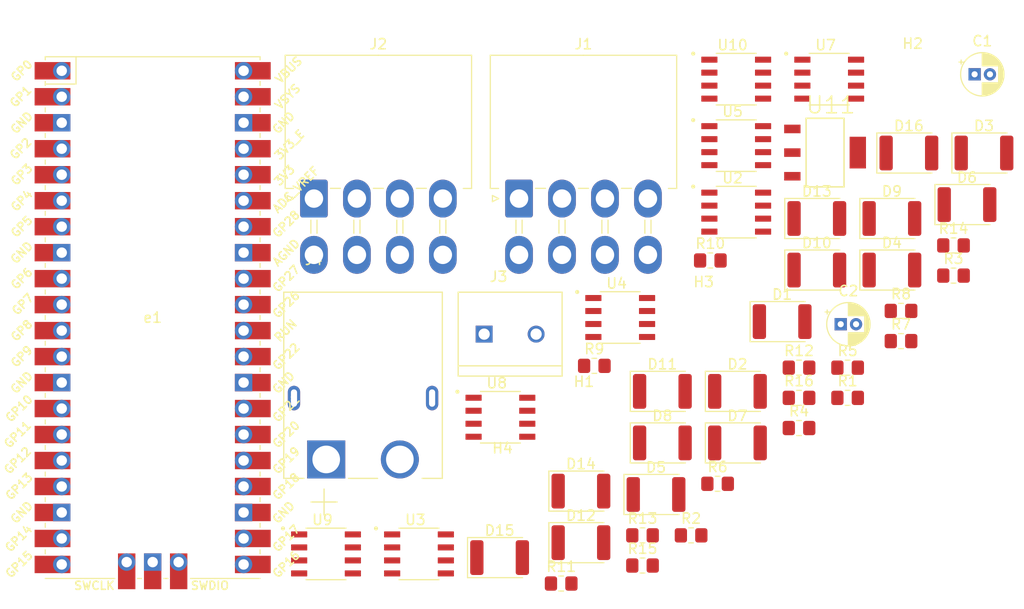
<source format=kicad_pcb>
(kicad_pcb (version 20171130) (host pcbnew "(5.1.10-1-10_14)")

  (general
    (thickness 1.6)
    (drawings 0)
    (tracks 0)
    (zones 0)
    (modules 52)
    (nets 61)
  )

  (page A4)
  (layers
    (0 F.Cu signal)
    (31 B.Cu signal)
    (32 B.Adhes user)
    (33 F.Adhes user)
    (34 B.Paste user)
    (35 F.Paste user)
    (36 B.SilkS user)
    (37 F.SilkS user)
    (38 B.Mask user)
    (39 F.Mask user)
    (40 Dwgs.User user)
    (41 Cmts.User user)
    (42 Eco1.User user)
    (43 Eco2.User user)
    (44 Edge.Cuts user)
    (45 Margin user)
    (46 B.CrtYd user)
    (47 F.CrtYd user)
    (48 B.Fab user)
    (49 F.Fab user)
  )

  (setup
    (last_trace_width 0.25)
    (trace_clearance 0.2)
    (zone_clearance 0.508)
    (zone_45_only no)
    (trace_min 0.2)
    (via_size 0.8)
    (via_drill 0.4)
    (via_min_size 0.4)
    (via_min_drill 0.3)
    (uvia_size 0.3)
    (uvia_drill 0.1)
    (uvias_allowed no)
    (uvia_min_size 0.2)
    (uvia_min_drill 0.1)
    (edge_width 0.1)
    (segment_width 0.2)
    (pcb_text_width 0.3)
    (pcb_text_size 1.5 1.5)
    (mod_edge_width 0.15)
    (mod_text_size 1 1)
    (mod_text_width 0.15)
    (pad_size 1.524 1.524)
    (pad_drill 0.762)
    (pad_to_mask_clearance 0)
    (aux_axis_origin 0 0)
    (visible_elements FFFFFF7F)
    (pcbplotparams
      (layerselection 0x010fc_ffffffff)
      (usegerberextensions false)
      (usegerberattributes true)
      (usegerberadvancedattributes true)
      (creategerberjobfile true)
      (excludeedgelayer true)
      (linewidth 0.100000)
      (plotframeref false)
      (viasonmask false)
      (mode 1)
      (useauxorigin false)
      (hpglpennumber 1)
      (hpglpenspeed 20)
      (hpglpendiameter 15.000000)
      (psnegative false)
      (psa4output false)
      (plotreference true)
      (plotvalue true)
      (plotinvisibletext false)
      (padsonsilk false)
      (subtractmaskfromsilk false)
      (outputformat 1)
      (mirror false)
      (drillshape 1)
      (scaleselection 1)
      (outputdirectory ""))
  )

  (net 0 "")
  (net 1 GND)
  (net 2 +3.3VA)
  (net 3 VCC)
  (net 4 SOL1)
  (net 5 SOL2)
  (net 6 SOL3)
  (net 7 SOL4)
  (net 8 SOL5)
  (net 9 SOL6)
  (net 10 SOL7)
  (net 11 SOL8)
  (net 12 SOL9)
  (net 13 SOL10)
  (net 14 SOL11)
  (net 15 SOL12)
  (net 16 SOL13)
  (net 17 SOL14)
  (net 18 SOL15)
  (net 19 SOL16)
  (net 20 GATE1)
  (net 21 GATE2)
  (net 22 "Net-(e1-Pad3)")
  (net 23 GATE3)
  (net 24 GATE4)
  (net 25 GATE5)
  (net 26 GATE6)
  (net 27 "Net-(e1-Pad8)")
  (net 28 GATE7)
  (net 29 GATE8)
  (net 30 GATE9)
  (net 31 GATE10)
  (net 32 "Net-(e1-Pad13)")
  (net 33 GATE11)
  (net 34 GATE12)
  (net 35 GATE13)
  (net 36 GATE14)
  (net 37 "Net-(e1-Pad18)")
  (net 38 GATE15)
  (net 39 GATE16)
  (net 40 MPU_SDA)
  (net 41 MPU_SCL)
  (net 42 "Net-(e1-Pad23)")
  (net 43 "Net-(e1-Pad24)")
  (net 44 "Net-(e1-Pad25)")
  (net 45 "Net-(e1-Pad26)")
  (net 46 "Net-(e1-Pad27)")
  (net 47 "Net-(e1-Pad28)")
  (net 48 "Net-(e1-Pad29)")
  (net 49 "Net-(e1-Pad30)")
  (net 50 "Net-(e1-Pad31)")
  (net 51 "Net-(e1-Pad32)")
  (net 52 "Net-(e1-Pad33)")
  (net 53 "Net-(e1-Pad34)")
  (net 54 "Net-(e1-Pad35)")
  (net 55 +3V3)
  (net 56 "Net-(e1-Pad37)")
  (net 57 "Net-(e1-Pad40)")
  (net 58 "Net-(e1-Pad41)")
  (net 59 "Net-(e1-Pad42)")
  (net 60 "Net-(e1-Pad43)")

  (net_class Default "This is the default net class."
    (clearance 0.2)
    (trace_width 0.25)
    (via_dia 0.8)
    (via_drill 0.4)
    (uvia_dia 0.3)
    (uvia_drill 0.1)
    (add_net +3.3VA)
    (add_net +3V3)
    (add_net GATE1)
    (add_net GATE10)
    (add_net GATE11)
    (add_net GATE12)
    (add_net GATE13)
    (add_net GATE14)
    (add_net GATE15)
    (add_net GATE16)
    (add_net GATE2)
    (add_net GATE3)
    (add_net GATE4)
    (add_net GATE5)
    (add_net GATE6)
    (add_net GATE7)
    (add_net GATE8)
    (add_net GATE9)
    (add_net GND)
    (add_net MPU_SCL)
    (add_net MPU_SDA)
    (add_net "Net-(e1-Pad13)")
    (add_net "Net-(e1-Pad18)")
    (add_net "Net-(e1-Pad23)")
    (add_net "Net-(e1-Pad24)")
    (add_net "Net-(e1-Pad25)")
    (add_net "Net-(e1-Pad26)")
    (add_net "Net-(e1-Pad27)")
    (add_net "Net-(e1-Pad28)")
    (add_net "Net-(e1-Pad29)")
    (add_net "Net-(e1-Pad3)")
    (add_net "Net-(e1-Pad30)")
    (add_net "Net-(e1-Pad31)")
    (add_net "Net-(e1-Pad32)")
    (add_net "Net-(e1-Pad33)")
    (add_net "Net-(e1-Pad34)")
    (add_net "Net-(e1-Pad35)")
    (add_net "Net-(e1-Pad37)")
    (add_net "Net-(e1-Pad40)")
    (add_net "Net-(e1-Pad41)")
    (add_net "Net-(e1-Pad42)")
    (add_net "Net-(e1-Pad43)")
    (add_net "Net-(e1-Pad8)")
    (add_net SOL1)
    (add_net SOL10)
    (add_net SOL11)
    (add_net SOL12)
    (add_net SOL13)
    (add_net SOL14)
    (add_net SOL15)
    (add_net SOL16)
    (add_net SOL2)
    (add_net SOL3)
    (add_net SOL4)
    (add_net SOL5)
    (add_net SOL6)
    (add_net SOL7)
    (add_net SOL8)
    (add_net SOL9)
    (add_net VCC)
  )

  (module Capacitor_THT:CP_Radial_D4.0mm_P1.50mm (layer F.Cu) (tedit 5AE50EF0) (tstamp 617F41D6)
    (at 387.037802 18.023001)
    (descr "CP, Radial series, Radial, pin pitch=1.50mm, , diameter=4mm, Electrolytic Capacitor")
    (tags "CP Radial series Radial pin pitch 1.50mm  diameter 4mm Electrolytic Capacitor")
    (path /619B9859)
    (fp_text reference C1 (at 0.75 -3.25) (layer F.SilkS)
      (effects (font (size 1 1) (thickness 0.15)))
    )
    (fp_text value CP1_Small (at 0.75 3.25) (layer F.Fab)
      (effects (font (size 1 1) (thickness 0.15)))
    )
    (fp_text user %R (at 0.75 0) (layer F.Fab)
      (effects (font (size 0.8 0.8) (thickness 0.12)))
    )
    (fp_circle (center 0.75 0) (end 2.75 0) (layer F.Fab) (width 0.1))
    (fp_circle (center 0.75 0) (end 2.87 0) (layer F.SilkS) (width 0.12))
    (fp_circle (center 0.75 0) (end 3 0) (layer F.CrtYd) (width 0.05))
    (fp_line (start -0.952554 -0.8675) (end -0.552554 -0.8675) (layer F.Fab) (width 0.1))
    (fp_line (start -0.752554 -1.0675) (end -0.752554 -0.6675) (layer F.Fab) (width 0.1))
    (fp_line (start 0.75 0.84) (end 0.75 2.08) (layer F.SilkS) (width 0.12))
    (fp_line (start 0.75 -2.08) (end 0.75 -0.84) (layer F.SilkS) (width 0.12))
    (fp_line (start 0.79 0.84) (end 0.79 2.08) (layer F.SilkS) (width 0.12))
    (fp_line (start 0.79 -2.08) (end 0.79 -0.84) (layer F.SilkS) (width 0.12))
    (fp_line (start 0.83 0.84) (end 0.83 2.079) (layer F.SilkS) (width 0.12))
    (fp_line (start 0.83 -2.079) (end 0.83 -0.84) (layer F.SilkS) (width 0.12))
    (fp_line (start 0.87 -2.077) (end 0.87 -0.84) (layer F.SilkS) (width 0.12))
    (fp_line (start 0.87 0.84) (end 0.87 2.077) (layer F.SilkS) (width 0.12))
    (fp_line (start 0.91 -2.074) (end 0.91 -0.84) (layer F.SilkS) (width 0.12))
    (fp_line (start 0.91 0.84) (end 0.91 2.074) (layer F.SilkS) (width 0.12))
    (fp_line (start 0.95 -2.071) (end 0.95 -0.84) (layer F.SilkS) (width 0.12))
    (fp_line (start 0.95 0.84) (end 0.95 2.071) (layer F.SilkS) (width 0.12))
    (fp_line (start 0.99 -2.067) (end 0.99 -0.84) (layer F.SilkS) (width 0.12))
    (fp_line (start 0.99 0.84) (end 0.99 2.067) (layer F.SilkS) (width 0.12))
    (fp_line (start 1.03 -2.062) (end 1.03 -0.84) (layer F.SilkS) (width 0.12))
    (fp_line (start 1.03 0.84) (end 1.03 2.062) (layer F.SilkS) (width 0.12))
    (fp_line (start 1.07 -2.056) (end 1.07 -0.84) (layer F.SilkS) (width 0.12))
    (fp_line (start 1.07 0.84) (end 1.07 2.056) (layer F.SilkS) (width 0.12))
    (fp_line (start 1.11 -2.05) (end 1.11 -0.84) (layer F.SilkS) (width 0.12))
    (fp_line (start 1.11 0.84) (end 1.11 2.05) (layer F.SilkS) (width 0.12))
    (fp_line (start 1.15 -2.042) (end 1.15 -0.84) (layer F.SilkS) (width 0.12))
    (fp_line (start 1.15 0.84) (end 1.15 2.042) (layer F.SilkS) (width 0.12))
    (fp_line (start 1.19 -2.034) (end 1.19 -0.84) (layer F.SilkS) (width 0.12))
    (fp_line (start 1.19 0.84) (end 1.19 2.034) (layer F.SilkS) (width 0.12))
    (fp_line (start 1.23 -2.025) (end 1.23 -0.84) (layer F.SilkS) (width 0.12))
    (fp_line (start 1.23 0.84) (end 1.23 2.025) (layer F.SilkS) (width 0.12))
    (fp_line (start 1.27 -2.016) (end 1.27 -0.84) (layer F.SilkS) (width 0.12))
    (fp_line (start 1.27 0.84) (end 1.27 2.016) (layer F.SilkS) (width 0.12))
    (fp_line (start 1.31 -2.005) (end 1.31 -0.84) (layer F.SilkS) (width 0.12))
    (fp_line (start 1.31 0.84) (end 1.31 2.005) (layer F.SilkS) (width 0.12))
    (fp_line (start 1.35 -1.994) (end 1.35 -0.84) (layer F.SilkS) (width 0.12))
    (fp_line (start 1.35 0.84) (end 1.35 1.994) (layer F.SilkS) (width 0.12))
    (fp_line (start 1.39 -1.982) (end 1.39 -0.84) (layer F.SilkS) (width 0.12))
    (fp_line (start 1.39 0.84) (end 1.39 1.982) (layer F.SilkS) (width 0.12))
    (fp_line (start 1.43 -1.968) (end 1.43 -0.84) (layer F.SilkS) (width 0.12))
    (fp_line (start 1.43 0.84) (end 1.43 1.968) (layer F.SilkS) (width 0.12))
    (fp_line (start 1.471 -1.954) (end 1.471 -0.84) (layer F.SilkS) (width 0.12))
    (fp_line (start 1.471 0.84) (end 1.471 1.954) (layer F.SilkS) (width 0.12))
    (fp_line (start 1.511 -1.94) (end 1.511 -0.84) (layer F.SilkS) (width 0.12))
    (fp_line (start 1.511 0.84) (end 1.511 1.94) (layer F.SilkS) (width 0.12))
    (fp_line (start 1.551 -1.924) (end 1.551 -0.84) (layer F.SilkS) (width 0.12))
    (fp_line (start 1.551 0.84) (end 1.551 1.924) (layer F.SilkS) (width 0.12))
    (fp_line (start 1.591 -1.907) (end 1.591 -0.84) (layer F.SilkS) (width 0.12))
    (fp_line (start 1.591 0.84) (end 1.591 1.907) (layer F.SilkS) (width 0.12))
    (fp_line (start 1.631 -1.889) (end 1.631 -0.84) (layer F.SilkS) (width 0.12))
    (fp_line (start 1.631 0.84) (end 1.631 1.889) (layer F.SilkS) (width 0.12))
    (fp_line (start 1.671 -1.87) (end 1.671 -0.84) (layer F.SilkS) (width 0.12))
    (fp_line (start 1.671 0.84) (end 1.671 1.87) (layer F.SilkS) (width 0.12))
    (fp_line (start 1.711 -1.851) (end 1.711 -0.84) (layer F.SilkS) (width 0.12))
    (fp_line (start 1.711 0.84) (end 1.711 1.851) (layer F.SilkS) (width 0.12))
    (fp_line (start 1.751 -1.83) (end 1.751 -0.84) (layer F.SilkS) (width 0.12))
    (fp_line (start 1.751 0.84) (end 1.751 1.83) (layer F.SilkS) (width 0.12))
    (fp_line (start 1.791 -1.808) (end 1.791 -0.84) (layer F.SilkS) (width 0.12))
    (fp_line (start 1.791 0.84) (end 1.791 1.808) (layer F.SilkS) (width 0.12))
    (fp_line (start 1.831 -1.785) (end 1.831 -0.84) (layer F.SilkS) (width 0.12))
    (fp_line (start 1.831 0.84) (end 1.831 1.785) (layer F.SilkS) (width 0.12))
    (fp_line (start 1.871 -1.76) (end 1.871 -0.84) (layer F.SilkS) (width 0.12))
    (fp_line (start 1.871 0.84) (end 1.871 1.76) (layer F.SilkS) (width 0.12))
    (fp_line (start 1.911 -1.735) (end 1.911 -0.84) (layer F.SilkS) (width 0.12))
    (fp_line (start 1.911 0.84) (end 1.911 1.735) (layer F.SilkS) (width 0.12))
    (fp_line (start 1.951 -1.708) (end 1.951 -0.84) (layer F.SilkS) (width 0.12))
    (fp_line (start 1.951 0.84) (end 1.951 1.708) (layer F.SilkS) (width 0.12))
    (fp_line (start 1.991 -1.68) (end 1.991 -0.84) (layer F.SilkS) (width 0.12))
    (fp_line (start 1.991 0.84) (end 1.991 1.68) (layer F.SilkS) (width 0.12))
    (fp_line (start 2.031 -1.65) (end 2.031 -0.84) (layer F.SilkS) (width 0.12))
    (fp_line (start 2.031 0.84) (end 2.031 1.65) (layer F.SilkS) (width 0.12))
    (fp_line (start 2.071 -1.619) (end 2.071 -0.84) (layer F.SilkS) (width 0.12))
    (fp_line (start 2.071 0.84) (end 2.071 1.619) (layer F.SilkS) (width 0.12))
    (fp_line (start 2.111 -1.587) (end 2.111 -0.84) (layer F.SilkS) (width 0.12))
    (fp_line (start 2.111 0.84) (end 2.111 1.587) (layer F.SilkS) (width 0.12))
    (fp_line (start 2.151 -1.552) (end 2.151 -0.84) (layer F.SilkS) (width 0.12))
    (fp_line (start 2.151 0.84) (end 2.151 1.552) (layer F.SilkS) (width 0.12))
    (fp_line (start 2.191 -1.516) (end 2.191 -0.84) (layer F.SilkS) (width 0.12))
    (fp_line (start 2.191 0.84) (end 2.191 1.516) (layer F.SilkS) (width 0.12))
    (fp_line (start 2.231 -1.478) (end 2.231 -0.84) (layer F.SilkS) (width 0.12))
    (fp_line (start 2.231 0.84) (end 2.231 1.478) (layer F.SilkS) (width 0.12))
    (fp_line (start 2.271 -1.438) (end 2.271 -0.84) (layer F.SilkS) (width 0.12))
    (fp_line (start 2.271 0.84) (end 2.271 1.438) (layer F.SilkS) (width 0.12))
    (fp_line (start 2.311 -1.396) (end 2.311 -0.84) (layer F.SilkS) (width 0.12))
    (fp_line (start 2.311 0.84) (end 2.311 1.396) (layer F.SilkS) (width 0.12))
    (fp_line (start 2.351 -1.351) (end 2.351 1.351) (layer F.SilkS) (width 0.12))
    (fp_line (start 2.391 -1.304) (end 2.391 1.304) (layer F.SilkS) (width 0.12))
    (fp_line (start 2.431 -1.254) (end 2.431 1.254) (layer F.SilkS) (width 0.12))
    (fp_line (start 2.471 -1.2) (end 2.471 1.2) (layer F.SilkS) (width 0.12))
    (fp_line (start 2.511 -1.142) (end 2.511 1.142) (layer F.SilkS) (width 0.12))
    (fp_line (start 2.551 -1.08) (end 2.551 1.08) (layer F.SilkS) (width 0.12))
    (fp_line (start 2.591 -1.013) (end 2.591 1.013) (layer F.SilkS) (width 0.12))
    (fp_line (start 2.631 -0.94) (end 2.631 0.94) (layer F.SilkS) (width 0.12))
    (fp_line (start 2.671 -0.859) (end 2.671 0.859) (layer F.SilkS) (width 0.12))
    (fp_line (start 2.711 -0.768) (end 2.711 0.768) (layer F.SilkS) (width 0.12))
    (fp_line (start 2.751 -0.664) (end 2.751 0.664) (layer F.SilkS) (width 0.12))
    (fp_line (start 2.791 -0.537) (end 2.791 0.537) (layer F.SilkS) (width 0.12))
    (fp_line (start 2.831 -0.37) (end 2.831 0.37) (layer F.SilkS) (width 0.12))
    (fp_line (start -1.519801 -1.195) (end -1.119801 -1.195) (layer F.SilkS) (width 0.12))
    (fp_line (start -1.319801 -1.395) (end -1.319801 -0.995) (layer F.SilkS) (width 0.12))
    (pad 2 thru_hole circle (at 1.5 0) (size 1.2 1.2) (drill 0.6) (layers *.Cu *.Mask)
      (net 1 GND))
    (pad 1 thru_hole rect (at 0 0) (size 1.2 1.2) (drill 0.6) (layers *.Cu *.Mask)
      (net 2 +3.3VA))
    (model ${KISYS3DMOD}/Capacitor_THT.3dshapes/CP_Radial_D4.0mm_P1.50mm.wrl
      (at (xyz 0 0 0))
      (scale (xyz 1 1 1))
      (rotate (xyz 0 0 0))
    )
  )

  (module Capacitor_THT:CP_Radial_D4.0mm_P1.50mm (layer F.Cu) (tedit 5AE50EF0) (tstamp 617F4098)
    (at 373.947802 42.453001)
    (descr "CP, Radial series, Radial, pin pitch=1.50mm, , diameter=4mm, Electrolytic Capacitor")
    (tags "CP Radial series Radial pin pitch 1.50mm  diameter 4mm Electrolytic Capacitor")
    (path /619B66F7)
    (fp_text reference C2 (at 0.75 -3.25) (layer F.SilkS)
      (effects (font (size 1 1) (thickness 0.15)))
    )
    (fp_text value C_Small (at 0.75 3.25) (layer F.Fab)
      (effects (font (size 1 1) (thickness 0.15)))
    )
    (fp_line (start -1.319801 -1.395) (end -1.319801 -0.995) (layer F.SilkS) (width 0.12))
    (fp_line (start -1.519801 -1.195) (end -1.119801 -1.195) (layer F.SilkS) (width 0.12))
    (fp_line (start 2.831 -0.37) (end 2.831 0.37) (layer F.SilkS) (width 0.12))
    (fp_line (start 2.791 -0.537) (end 2.791 0.537) (layer F.SilkS) (width 0.12))
    (fp_line (start 2.751 -0.664) (end 2.751 0.664) (layer F.SilkS) (width 0.12))
    (fp_line (start 2.711 -0.768) (end 2.711 0.768) (layer F.SilkS) (width 0.12))
    (fp_line (start 2.671 -0.859) (end 2.671 0.859) (layer F.SilkS) (width 0.12))
    (fp_line (start 2.631 -0.94) (end 2.631 0.94) (layer F.SilkS) (width 0.12))
    (fp_line (start 2.591 -1.013) (end 2.591 1.013) (layer F.SilkS) (width 0.12))
    (fp_line (start 2.551 -1.08) (end 2.551 1.08) (layer F.SilkS) (width 0.12))
    (fp_line (start 2.511 -1.142) (end 2.511 1.142) (layer F.SilkS) (width 0.12))
    (fp_line (start 2.471 -1.2) (end 2.471 1.2) (layer F.SilkS) (width 0.12))
    (fp_line (start 2.431 -1.254) (end 2.431 1.254) (layer F.SilkS) (width 0.12))
    (fp_line (start 2.391 -1.304) (end 2.391 1.304) (layer F.SilkS) (width 0.12))
    (fp_line (start 2.351 -1.351) (end 2.351 1.351) (layer F.SilkS) (width 0.12))
    (fp_line (start 2.311 0.84) (end 2.311 1.396) (layer F.SilkS) (width 0.12))
    (fp_line (start 2.311 -1.396) (end 2.311 -0.84) (layer F.SilkS) (width 0.12))
    (fp_line (start 2.271 0.84) (end 2.271 1.438) (layer F.SilkS) (width 0.12))
    (fp_line (start 2.271 -1.438) (end 2.271 -0.84) (layer F.SilkS) (width 0.12))
    (fp_line (start 2.231 0.84) (end 2.231 1.478) (layer F.SilkS) (width 0.12))
    (fp_line (start 2.231 -1.478) (end 2.231 -0.84) (layer F.SilkS) (width 0.12))
    (fp_line (start 2.191 0.84) (end 2.191 1.516) (layer F.SilkS) (width 0.12))
    (fp_line (start 2.191 -1.516) (end 2.191 -0.84) (layer F.SilkS) (width 0.12))
    (fp_line (start 2.151 0.84) (end 2.151 1.552) (layer F.SilkS) (width 0.12))
    (fp_line (start 2.151 -1.552) (end 2.151 -0.84) (layer F.SilkS) (width 0.12))
    (fp_line (start 2.111 0.84) (end 2.111 1.587) (layer F.SilkS) (width 0.12))
    (fp_line (start 2.111 -1.587) (end 2.111 -0.84) (layer F.SilkS) (width 0.12))
    (fp_line (start 2.071 0.84) (end 2.071 1.619) (layer F.SilkS) (width 0.12))
    (fp_line (start 2.071 -1.619) (end 2.071 -0.84) (layer F.SilkS) (width 0.12))
    (fp_line (start 2.031 0.84) (end 2.031 1.65) (layer F.SilkS) (width 0.12))
    (fp_line (start 2.031 -1.65) (end 2.031 -0.84) (layer F.SilkS) (width 0.12))
    (fp_line (start 1.991 0.84) (end 1.991 1.68) (layer F.SilkS) (width 0.12))
    (fp_line (start 1.991 -1.68) (end 1.991 -0.84) (layer F.SilkS) (width 0.12))
    (fp_line (start 1.951 0.84) (end 1.951 1.708) (layer F.SilkS) (width 0.12))
    (fp_line (start 1.951 -1.708) (end 1.951 -0.84) (layer F.SilkS) (width 0.12))
    (fp_line (start 1.911 0.84) (end 1.911 1.735) (layer F.SilkS) (width 0.12))
    (fp_line (start 1.911 -1.735) (end 1.911 -0.84) (layer F.SilkS) (width 0.12))
    (fp_line (start 1.871 0.84) (end 1.871 1.76) (layer F.SilkS) (width 0.12))
    (fp_line (start 1.871 -1.76) (end 1.871 -0.84) (layer F.SilkS) (width 0.12))
    (fp_line (start 1.831 0.84) (end 1.831 1.785) (layer F.SilkS) (width 0.12))
    (fp_line (start 1.831 -1.785) (end 1.831 -0.84) (layer F.SilkS) (width 0.12))
    (fp_line (start 1.791 0.84) (end 1.791 1.808) (layer F.SilkS) (width 0.12))
    (fp_line (start 1.791 -1.808) (end 1.791 -0.84) (layer F.SilkS) (width 0.12))
    (fp_line (start 1.751 0.84) (end 1.751 1.83) (layer F.SilkS) (width 0.12))
    (fp_line (start 1.751 -1.83) (end 1.751 -0.84) (layer F.SilkS) (width 0.12))
    (fp_line (start 1.711 0.84) (end 1.711 1.851) (layer F.SilkS) (width 0.12))
    (fp_line (start 1.711 -1.851) (end 1.711 -0.84) (layer F.SilkS) (width 0.12))
    (fp_line (start 1.671 0.84) (end 1.671 1.87) (layer F.SilkS) (width 0.12))
    (fp_line (start 1.671 -1.87) (end 1.671 -0.84) (layer F.SilkS) (width 0.12))
    (fp_line (start 1.631 0.84) (end 1.631 1.889) (layer F.SilkS) (width 0.12))
    (fp_line (start 1.631 -1.889) (end 1.631 -0.84) (layer F.SilkS) (width 0.12))
    (fp_line (start 1.591 0.84) (end 1.591 1.907) (layer F.SilkS) (width 0.12))
    (fp_line (start 1.591 -1.907) (end 1.591 -0.84) (layer F.SilkS) (width 0.12))
    (fp_line (start 1.551 0.84) (end 1.551 1.924) (layer F.SilkS) (width 0.12))
    (fp_line (start 1.551 -1.924) (end 1.551 -0.84) (layer F.SilkS) (width 0.12))
    (fp_line (start 1.511 0.84) (end 1.511 1.94) (layer F.SilkS) (width 0.12))
    (fp_line (start 1.511 -1.94) (end 1.511 -0.84) (layer F.SilkS) (width 0.12))
    (fp_line (start 1.471 0.84) (end 1.471 1.954) (layer F.SilkS) (width 0.12))
    (fp_line (start 1.471 -1.954) (end 1.471 -0.84) (layer F.SilkS) (width 0.12))
    (fp_line (start 1.43 0.84) (end 1.43 1.968) (layer F.SilkS) (width 0.12))
    (fp_line (start 1.43 -1.968) (end 1.43 -0.84) (layer F.SilkS) (width 0.12))
    (fp_line (start 1.39 0.84) (end 1.39 1.982) (layer F.SilkS) (width 0.12))
    (fp_line (start 1.39 -1.982) (end 1.39 -0.84) (layer F.SilkS) (width 0.12))
    (fp_line (start 1.35 0.84) (end 1.35 1.994) (layer F.SilkS) (width 0.12))
    (fp_line (start 1.35 -1.994) (end 1.35 -0.84) (layer F.SilkS) (width 0.12))
    (fp_line (start 1.31 0.84) (end 1.31 2.005) (layer F.SilkS) (width 0.12))
    (fp_line (start 1.31 -2.005) (end 1.31 -0.84) (layer F.SilkS) (width 0.12))
    (fp_line (start 1.27 0.84) (end 1.27 2.016) (layer F.SilkS) (width 0.12))
    (fp_line (start 1.27 -2.016) (end 1.27 -0.84) (layer F.SilkS) (width 0.12))
    (fp_line (start 1.23 0.84) (end 1.23 2.025) (layer F.SilkS) (width 0.12))
    (fp_line (start 1.23 -2.025) (end 1.23 -0.84) (layer F.SilkS) (width 0.12))
    (fp_line (start 1.19 0.84) (end 1.19 2.034) (layer F.SilkS) (width 0.12))
    (fp_line (start 1.19 -2.034) (end 1.19 -0.84) (layer F.SilkS) (width 0.12))
    (fp_line (start 1.15 0.84) (end 1.15 2.042) (layer F.SilkS) (width 0.12))
    (fp_line (start 1.15 -2.042) (end 1.15 -0.84) (layer F.SilkS) (width 0.12))
    (fp_line (start 1.11 0.84) (end 1.11 2.05) (layer F.SilkS) (width 0.12))
    (fp_line (start 1.11 -2.05) (end 1.11 -0.84) (layer F.SilkS) (width 0.12))
    (fp_line (start 1.07 0.84) (end 1.07 2.056) (layer F.SilkS) (width 0.12))
    (fp_line (start 1.07 -2.056) (end 1.07 -0.84) (layer F.SilkS) (width 0.12))
    (fp_line (start 1.03 0.84) (end 1.03 2.062) (layer F.SilkS) (width 0.12))
    (fp_line (start 1.03 -2.062) (end 1.03 -0.84) (layer F.SilkS) (width 0.12))
    (fp_line (start 0.99 0.84) (end 0.99 2.067) (layer F.SilkS) (width 0.12))
    (fp_line (start 0.99 -2.067) (end 0.99 -0.84) (layer F.SilkS) (width 0.12))
    (fp_line (start 0.95 0.84) (end 0.95 2.071) (layer F.SilkS) (width 0.12))
    (fp_line (start 0.95 -2.071) (end 0.95 -0.84) (layer F.SilkS) (width 0.12))
    (fp_line (start 0.91 0.84) (end 0.91 2.074) (layer F.SilkS) (width 0.12))
    (fp_line (start 0.91 -2.074) (end 0.91 -0.84) (layer F.SilkS) (width 0.12))
    (fp_line (start 0.87 0.84) (end 0.87 2.077) (layer F.SilkS) (width 0.12))
    (fp_line (start 0.87 -2.077) (end 0.87 -0.84) (layer F.SilkS) (width 0.12))
    (fp_line (start 0.83 -2.079) (end 0.83 -0.84) (layer F.SilkS) (width 0.12))
    (fp_line (start 0.83 0.84) (end 0.83 2.079) (layer F.SilkS) (width 0.12))
    (fp_line (start 0.79 -2.08) (end 0.79 -0.84) (layer F.SilkS) (width 0.12))
    (fp_line (start 0.79 0.84) (end 0.79 2.08) (layer F.SilkS) (width 0.12))
    (fp_line (start 0.75 -2.08) (end 0.75 -0.84) (layer F.SilkS) (width 0.12))
    (fp_line (start 0.75 0.84) (end 0.75 2.08) (layer F.SilkS) (width 0.12))
    (fp_line (start -0.752554 -1.0675) (end -0.752554 -0.6675) (layer F.Fab) (width 0.1))
    (fp_line (start -0.952554 -0.8675) (end -0.552554 -0.8675) (layer F.Fab) (width 0.1))
    (fp_circle (center 0.75 0) (end 3 0) (layer F.CrtYd) (width 0.05))
    (fp_circle (center 0.75 0) (end 2.87 0) (layer F.SilkS) (width 0.12))
    (fp_circle (center 0.75 0) (end 2.75 0) (layer F.Fab) (width 0.1))
    (fp_text user %R (at 0.75 0) (layer F.Fab)
      (effects (font (size 0.8 0.8) (thickness 0.12)))
    )
    (pad 1 thru_hole rect (at 0 0) (size 1.2 1.2) (drill 0.6) (layers *.Cu *.Mask)
      (net 3 VCC))
    (pad 2 thru_hole circle (at 1.5 0) (size 1.2 1.2) (drill 0.6) (layers *.Cu *.Mask)
      (net 1 GND))
    (model ${KISYS3DMOD}/Capacitor_THT.3dshapes/CP_Radial_D4.0mm_P1.50mm.wrl
      (at (xyz 0 0 0))
      (scale (xyz 1 1 1))
      (rotate (xyz 0 0 0))
    )
  )

  (module Diode_SMD:D_1812_4532Metric_Pad1.30x3.40mm_HandSolder (layer F.Cu) (tedit 5F68FEF0) (tstamp 617F400A)
    (at 368.223001 42.198001)
    (descr "Diode SMD 1812 (4532 Metric), square (rectangular) end terminal, IPC_7351 nominal, (Body size source: https://www.nikhef.nl/pub/departments/mt/projects/detectorR_D/dtddice/ERJ2G.pdf), generated with kicad-footprint-generator")
    (tags "diode handsolder")
    (path /616C1D07)
    (attr smd)
    (fp_text reference D1 (at 0 -2.65) (layer F.SilkS)
      (effects (font (size 1 1) (thickness 0.15)))
    )
    (fp_text value DIODE (at 0 2.65) (layer F.Fab)
      (effects (font (size 1 1) (thickness 0.15)))
    )
    (fp_line (start 3.12 1.95) (end -3.12 1.95) (layer F.CrtYd) (width 0.05))
    (fp_line (start 3.12 -1.95) (end 3.12 1.95) (layer F.CrtYd) (width 0.05))
    (fp_line (start -3.12 -1.95) (end 3.12 -1.95) (layer F.CrtYd) (width 0.05))
    (fp_line (start -3.12 1.95) (end -3.12 -1.95) (layer F.CrtYd) (width 0.05))
    (fp_line (start -3.135 1.96) (end 2.25 1.96) (layer F.SilkS) (width 0.12))
    (fp_line (start -3.135 -1.96) (end -3.135 1.96) (layer F.SilkS) (width 0.12))
    (fp_line (start 2.25 -1.96) (end -3.135 -1.96) (layer F.SilkS) (width 0.12))
    (fp_line (start 2.25 1.6) (end 2.25 -1.6) (layer F.Fab) (width 0.1))
    (fp_line (start -2.25 1.6) (end 2.25 1.6) (layer F.Fab) (width 0.1))
    (fp_line (start -2.25 -0.8) (end -2.25 1.6) (layer F.Fab) (width 0.1))
    (fp_line (start -1.45 -1.6) (end -2.25 -0.8) (layer F.Fab) (width 0.1))
    (fp_line (start 2.25 -1.6) (end -1.45 -1.6) (layer F.Fab) (width 0.1))
    (fp_text user %R (at 0 0) (layer F.Fab)
      (effects (font (size 1 1) (thickness 0.15)))
    )
    (pad 1 smd roundrect (at -2.225 0) (size 1.3 3.4) (layers F.Cu F.Paste F.Mask) (roundrect_rratio 0.192308)
      (net 4 SOL1))
    (pad 2 smd roundrect (at 2.225 0) (size 1.3 3.4) (layers F.Cu F.Paste F.Mask) (roundrect_rratio 0.192308)
      (net 3 VCC))
    (model ${KISYS3DMOD}/Diode_SMD.3dshapes/D_1812_4532Metric.wrl
      (at (xyz 0 0 0))
      (scale (xyz 1 1 1))
      (rotate (xyz 0 0 0))
    )
  )

  (module Diode_SMD:D_1812_4532Metric_Pad1.30x3.40mm_HandSolder (layer F.Cu) (tedit 5F68FEF0) (tstamp 617F3FD4)
    (at 363.853001 49.018001)
    (descr "Diode SMD 1812 (4532 Metric), square (rectangular) end terminal, IPC_7351 nominal, (Body size source: https://www.nikhef.nl/pub/departments/mt/projects/detectorR_D/dtddice/ERJ2G.pdf), generated with kicad-footprint-generator")
    (tags "diode handsolder")
    (path /616C6D15)
    (attr smd)
    (fp_text reference D2 (at 0 -2.65) (layer F.SilkS)
      (effects (font (size 1 1) (thickness 0.15)))
    )
    (fp_text value DIODE (at 0 2.65) (layer F.Fab)
      (effects (font (size 1 1) (thickness 0.15)))
    )
    (fp_text user %R (at 0 0) (layer F.Fab)
      (effects (font (size 1 1) (thickness 0.15)))
    )
    (fp_line (start 2.25 -1.6) (end -1.45 -1.6) (layer F.Fab) (width 0.1))
    (fp_line (start -1.45 -1.6) (end -2.25 -0.8) (layer F.Fab) (width 0.1))
    (fp_line (start -2.25 -0.8) (end -2.25 1.6) (layer F.Fab) (width 0.1))
    (fp_line (start -2.25 1.6) (end 2.25 1.6) (layer F.Fab) (width 0.1))
    (fp_line (start 2.25 1.6) (end 2.25 -1.6) (layer F.Fab) (width 0.1))
    (fp_line (start 2.25 -1.96) (end -3.135 -1.96) (layer F.SilkS) (width 0.12))
    (fp_line (start -3.135 -1.96) (end -3.135 1.96) (layer F.SilkS) (width 0.12))
    (fp_line (start -3.135 1.96) (end 2.25 1.96) (layer F.SilkS) (width 0.12))
    (fp_line (start -3.12 1.95) (end -3.12 -1.95) (layer F.CrtYd) (width 0.05))
    (fp_line (start -3.12 -1.95) (end 3.12 -1.95) (layer F.CrtYd) (width 0.05))
    (fp_line (start 3.12 -1.95) (end 3.12 1.95) (layer F.CrtYd) (width 0.05))
    (fp_line (start 3.12 1.95) (end -3.12 1.95) (layer F.CrtYd) (width 0.05))
    (pad 2 smd roundrect (at 2.225 0) (size 1.3 3.4) (layers F.Cu F.Paste F.Mask) (roundrect_rratio 0.192308)
      (net 3 VCC))
    (pad 1 smd roundrect (at -2.225 0) (size 1.3 3.4) (layers F.Cu F.Paste F.Mask) (roundrect_rratio 0.192308)
      (net 5 SOL2))
    (model ${KISYS3DMOD}/Diode_SMD.3dshapes/D_1812_4532Metric.wrl
      (at (xyz 0 0 0))
      (scale (xyz 1 1 1))
      (rotate (xyz 0 0 0))
    )
  )

  (module Diode_SMD:D_1812_4532Metric_Pad1.30x3.40mm_HandSolder (layer F.Cu) (tedit 5F68FEF0) (tstamp 617F2488)
    (at 387.953001 25.718001)
    (descr "Diode SMD 1812 (4532 Metric), square (rectangular) end terminal, IPC_7351 nominal, (Body size source: https://www.nikhef.nl/pub/departments/mt/projects/detectorR_D/dtddice/ERJ2G.pdf), generated with kicad-footprint-generator")
    (tags "diode handsolder")
    (path /61710682)
    (attr smd)
    (fp_text reference D3 (at 0 -2.65) (layer F.SilkS)
      (effects (font (size 1 1) (thickness 0.15)))
    )
    (fp_text value DIODE (at 0 2.65) (layer F.Fab)
      (effects (font (size 1 1) (thickness 0.15)))
    )
    (fp_line (start 3.12 1.95) (end -3.12 1.95) (layer F.CrtYd) (width 0.05))
    (fp_line (start 3.12 -1.95) (end 3.12 1.95) (layer F.CrtYd) (width 0.05))
    (fp_line (start -3.12 -1.95) (end 3.12 -1.95) (layer F.CrtYd) (width 0.05))
    (fp_line (start -3.12 1.95) (end -3.12 -1.95) (layer F.CrtYd) (width 0.05))
    (fp_line (start -3.135 1.96) (end 2.25 1.96) (layer F.SilkS) (width 0.12))
    (fp_line (start -3.135 -1.96) (end -3.135 1.96) (layer F.SilkS) (width 0.12))
    (fp_line (start 2.25 -1.96) (end -3.135 -1.96) (layer F.SilkS) (width 0.12))
    (fp_line (start 2.25 1.6) (end 2.25 -1.6) (layer F.Fab) (width 0.1))
    (fp_line (start -2.25 1.6) (end 2.25 1.6) (layer F.Fab) (width 0.1))
    (fp_line (start -2.25 -0.8) (end -2.25 1.6) (layer F.Fab) (width 0.1))
    (fp_line (start -1.45 -1.6) (end -2.25 -0.8) (layer F.Fab) (width 0.1))
    (fp_line (start 2.25 -1.6) (end -1.45 -1.6) (layer F.Fab) (width 0.1))
    (fp_text user %R (at 0 0) (layer F.Fab)
      (effects (font (size 1 1) (thickness 0.15)))
    )
    (pad 1 smd roundrect (at -2.225 0) (size 1.3 3.4) (layers F.Cu F.Paste F.Mask) (roundrect_rratio 0.192308)
      (net 6 SOL3))
    (pad 2 smd roundrect (at 2.225 0) (size 1.3 3.4) (layers F.Cu F.Paste F.Mask) (roundrect_rratio 0.192308)
      (net 3 VCC))
    (model ${KISYS3DMOD}/Diode_SMD.3dshapes/D_1812_4532Metric.wrl
      (at (xyz 0 0 0))
      (scale (xyz 1 1 1))
      (rotate (xyz 0 0 0))
    )
  )

  (module Diode_SMD:D_1812_4532Metric_Pad1.30x3.40mm_HandSolder (layer F.Cu) (tedit 5F68FEF0) (tstamp 617F3F9E)
    (at 378.953001 37.158001)
    (descr "Diode SMD 1812 (4532 Metric), square (rectangular) end terminal, IPC_7351 nominal, (Body size source: https://www.nikhef.nl/pub/departments/mt/projects/detectorR_D/dtddice/ERJ2G.pdf), generated with kicad-footprint-generator")
    (tags "diode handsolder")
    (path /6171066F)
    (attr smd)
    (fp_text reference D4 (at 0 -2.65) (layer F.SilkS)
      (effects (font (size 1 1) (thickness 0.15)))
    )
    (fp_text value DIODE (at 0 2.65) (layer F.Fab)
      (effects (font (size 1 1) (thickness 0.15)))
    )
    (fp_text user %R (at 0 0) (layer F.Fab)
      (effects (font (size 1 1) (thickness 0.15)))
    )
    (fp_line (start 2.25 -1.6) (end -1.45 -1.6) (layer F.Fab) (width 0.1))
    (fp_line (start -1.45 -1.6) (end -2.25 -0.8) (layer F.Fab) (width 0.1))
    (fp_line (start -2.25 -0.8) (end -2.25 1.6) (layer F.Fab) (width 0.1))
    (fp_line (start -2.25 1.6) (end 2.25 1.6) (layer F.Fab) (width 0.1))
    (fp_line (start 2.25 1.6) (end 2.25 -1.6) (layer F.Fab) (width 0.1))
    (fp_line (start 2.25 -1.96) (end -3.135 -1.96) (layer F.SilkS) (width 0.12))
    (fp_line (start -3.135 -1.96) (end -3.135 1.96) (layer F.SilkS) (width 0.12))
    (fp_line (start -3.135 1.96) (end 2.25 1.96) (layer F.SilkS) (width 0.12))
    (fp_line (start -3.12 1.95) (end -3.12 -1.95) (layer F.CrtYd) (width 0.05))
    (fp_line (start -3.12 -1.95) (end 3.12 -1.95) (layer F.CrtYd) (width 0.05))
    (fp_line (start 3.12 -1.95) (end 3.12 1.95) (layer F.CrtYd) (width 0.05))
    (fp_line (start 3.12 1.95) (end -3.12 1.95) (layer F.CrtYd) (width 0.05))
    (pad 2 smd roundrect (at 2.225 0) (size 1.3 3.4) (layers F.Cu F.Paste F.Mask) (roundrect_rratio 0.192308)
      (net 3 VCC))
    (pad 1 smd roundrect (at -2.225 0) (size 1.3 3.4) (layers F.Cu F.Paste F.Mask) (roundrect_rratio 0.192308)
      (net 7 SOL4))
    (model ${KISYS3DMOD}/Diode_SMD.3dshapes/D_1812_4532Metric.wrl
      (at (xyz 0 0 0))
      (scale (xyz 1 1 1))
      (rotate (xyz 0 0 0))
    )
  )

  (module Diode_SMD:D_1812_4532Metric_Pad1.30x3.40mm_HandSolder (layer F.Cu) (tedit 5F68FEF0) (tstamp 617F3F68)
    (at 355.893001 59.098001)
    (descr "Diode SMD 1812 (4532 Metric), square (rectangular) end terminal, IPC_7351 nominal, (Body size source: https://www.nikhef.nl/pub/departments/mt/projects/detectorR_D/dtddice/ERJ2G.pdf), generated with kicad-footprint-generator")
    (tags "diode handsolder")
    (path /61716C1B)
    (attr smd)
    (fp_text reference D5 (at 0 -2.65) (layer F.SilkS)
      (effects (font (size 1 1) (thickness 0.15)))
    )
    (fp_text value DIODE (at 0 2.65) (layer F.Fab)
      (effects (font (size 1 1) (thickness 0.15)))
    )
    (fp_line (start 3.12 1.95) (end -3.12 1.95) (layer F.CrtYd) (width 0.05))
    (fp_line (start 3.12 -1.95) (end 3.12 1.95) (layer F.CrtYd) (width 0.05))
    (fp_line (start -3.12 -1.95) (end 3.12 -1.95) (layer F.CrtYd) (width 0.05))
    (fp_line (start -3.12 1.95) (end -3.12 -1.95) (layer F.CrtYd) (width 0.05))
    (fp_line (start -3.135 1.96) (end 2.25 1.96) (layer F.SilkS) (width 0.12))
    (fp_line (start -3.135 -1.96) (end -3.135 1.96) (layer F.SilkS) (width 0.12))
    (fp_line (start 2.25 -1.96) (end -3.135 -1.96) (layer F.SilkS) (width 0.12))
    (fp_line (start 2.25 1.6) (end 2.25 -1.6) (layer F.Fab) (width 0.1))
    (fp_line (start -2.25 1.6) (end 2.25 1.6) (layer F.Fab) (width 0.1))
    (fp_line (start -2.25 -0.8) (end -2.25 1.6) (layer F.Fab) (width 0.1))
    (fp_line (start -1.45 -1.6) (end -2.25 -0.8) (layer F.Fab) (width 0.1))
    (fp_line (start 2.25 -1.6) (end -1.45 -1.6) (layer F.Fab) (width 0.1))
    (fp_text user %R (at 0 0) (layer F.Fab)
      (effects (font (size 1 1) (thickness 0.15)))
    )
    (pad 1 smd roundrect (at -2.225 0) (size 1.3 3.4) (layers F.Cu F.Paste F.Mask) (roundrect_rratio 0.192308)
      (net 8 SOL5))
    (pad 2 smd roundrect (at 2.225 0) (size 1.3 3.4) (layers F.Cu F.Paste F.Mask) (roundrect_rratio 0.192308)
      (net 3 VCC))
    (model ${KISYS3DMOD}/Diode_SMD.3dshapes/D_1812_4532Metric.wrl
      (at (xyz 0 0 0))
      (scale (xyz 1 1 1))
      (rotate (xyz 0 0 0))
    )
  )

  (module Diode_SMD:D_1812_4532Metric_Pad1.30x3.40mm_HandSolder (layer F.Cu) (tedit 5F68FEF0) (tstamp 617F3F32)
    (at 386.293001 30.758001)
    (descr "Diode SMD 1812 (4532 Metric), square (rectangular) end terminal, IPC_7351 nominal, (Body size source: https://www.nikhef.nl/pub/departments/mt/projects/detectorR_D/dtddice/ERJ2G.pdf), generated with kicad-footprint-generator")
    (tags "diode handsolder")
    (path /61716C08)
    (attr smd)
    (fp_text reference D6 (at 0 -2.65) (layer F.SilkS)
      (effects (font (size 1 1) (thickness 0.15)))
    )
    (fp_text value DIODE (at 0 2.65) (layer F.Fab)
      (effects (font (size 1 1) (thickness 0.15)))
    )
    (fp_text user %R (at 0 0) (layer F.Fab)
      (effects (font (size 1 1) (thickness 0.15)))
    )
    (fp_line (start 2.25 -1.6) (end -1.45 -1.6) (layer F.Fab) (width 0.1))
    (fp_line (start -1.45 -1.6) (end -2.25 -0.8) (layer F.Fab) (width 0.1))
    (fp_line (start -2.25 -0.8) (end -2.25 1.6) (layer F.Fab) (width 0.1))
    (fp_line (start -2.25 1.6) (end 2.25 1.6) (layer F.Fab) (width 0.1))
    (fp_line (start 2.25 1.6) (end 2.25 -1.6) (layer F.Fab) (width 0.1))
    (fp_line (start 2.25 -1.96) (end -3.135 -1.96) (layer F.SilkS) (width 0.12))
    (fp_line (start -3.135 -1.96) (end -3.135 1.96) (layer F.SilkS) (width 0.12))
    (fp_line (start -3.135 1.96) (end 2.25 1.96) (layer F.SilkS) (width 0.12))
    (fp_line (start -3.12 1.95) (end -3.12 -1.95) (layer F.CrtYd) (width 0.05))
    (fp_line (start -3.12 -1.95) (end 3.12 -1.95) (layer F.CrtYd) (width 0.05))
    (fp_line (start 3.12 -1.95) (end 3.12 1.95) (layer F.CrtYd) (width 0.05))
    (fp_line (start 3.12 1.95) (end -3.12 1.95) (layer F.CrtYd) (width 0.05))
    (pad 2 smd roundrect (at 2.225 0) (size 1.3 3.4) (layers F.Cu F.Paste F.Mask) (roundrect_rratio 0.192308)
      (net 3 VCC))
    (pad 1 smd roundrect (at -2.225 0) (size 1.3 3.4) (layers F.Cu F.Paste F.Mask) (roundrect_rratio 0.192308)
      (net 9 SOL6))
    (model ${KISYS3DMOD}/Diode_SMD.3dshapes/D_1812_4532Metric.wrl
      (at (xyz 0 0 0))
      (scale (xyz 1 1 1))
      (rotate (xyz 0 0 0))
    )
  )

  (module Diode_SMD:D_1812_4532Metric_Pad1.30x3.40mm_HandSolder (layer F.Cu) (tedit 5F68FEF0) (tstamp 617F3EFC)
    (at 363.853001 54.058001)
    (descr "Diode SMD 1812 (4532 Metric), square (rectangular) end terminal, IPC_7351 nominal, (Body size source: https://www.nikhef.nl/pub/departments/mt/projects/detectorR_D/dtddice/ERJ2G.pdf), generated with kicad-footprint-generator")
    (tags "diode handsolder")
    (path /6171B394)
    (attr smd)
    (fp_text reference D7 (at 0 -2.65) (layer F.SilkS)
      (effects (font (size 1 1) (thickness 0.15)))
    )
    (fp_text value DIODE (at 0 2.65) (layer F.Fab)
      (effects (font (size 1 1) (thickness 0.15)))
    )
    (fp_line (start 3.12 1.95) (end -3.12 1.95) (layer F.CrtYd) (width 0.05))
    (fp_line (start 3.12 -1.95) (end 3.12 1.95) (layer F.CrtYd) (width 0.05))
    (fp_line (start -3.12 -1.95) (end 3.12 -1.95) (layer F.CrtYd) (width 0.05))
    (fp_line (start -3.12 1.95) (end -3.12 -1.95) (layer F.CrtYd) (width 0.05))
    (fp_line (start -3.135 1.96) (end 2.25 1.96) (layer F.SilkS) (width 0.12))
    (fp_line (start -3.135 -1.96) (end -3.135 1.96) (layer F.SilkS) (width 0.12))
    (fp_line (start 2.25 -1.96) (end -3.135 -1.96) (layer F.SilkS) (width 0.12))
    (fp_line (start 2.25 1.6) (end 2.25 -1.6) (layer F.Fab) (width 0.1))
    (fp_line (start -2.25 1.6) (end 2.25 1.6) (layer F.Fab) (width 0.1))
    (fp_line (start -2.25 -0.8) (end -2.25 1.6) (layer F.Fab) (width 0.1))
    (fp_line (start -1.45 -1.6) (end -2.25 -0.8) (layer F.Fab) (width 0.1))
    (fp_line (start 2.25 -1.6) (end -1.45 -1.6) (layer F.Fab) (width 0.1))
    (fp_text user %R (at 0 0) (layer F.Fab)
      (effects (font (size 1 1) (thickness 0.15)))
    )
    (pad 1 smd roundrect (at -2.225 0) (size 1.3 3.4) (layers F.Cu F.Paste F.Mask) (roundrect_rratio 0.192308)
      (net 10 SOL7))
    (pad 2 smd roundrect (at 2.225 0) (size 1.3 3.4) (layers F.Cu F.Paste F.Mask) (roundrect_rratio 0.192308)
      (net 3 VCC))
    (model ${KISYS3DMOD}/Diode_SMD.3dshapes/D_1812_4532Metric.wrl
      (at (xyz 0 0 0))
      (scale (xyz 1 1 1))
      (rotate (xyz 0 0 0))
    )
  )

  (module Diode_SMD:D_1812_4532Metric_Pad1.30x3.40mm_HandSolder (layer F.Cu) (tedit 5F68FEF0) (tstamp 617F3EC6)
    (at 356.513001 54.058001)
    (descr "Diode SMD 1812 (4532 Metric), square (rectangular) end terminal, IPC_7351 nominal, (Body size source: https://www.nikhef.nl/pub/departments/mt/projects/detectorR_D/dtddice/ERJ2G.pdf), generated with kicad-footprint-generator")
    (tags "diode handsolder")
    (path /6171B381)
    (attr smd)
    (fp_text reference D8 (at 0 -2.65) (layer F.SilkS)
      (effects (font (size 1 1) (thickness 0.15)))
    )
    (fp_text value DIODE (at 0 2.65) (layer F.Fab)
      (effects (font (size 1 1) (thickness 0.15)))
    )
    (fp_text user %R (at 0 0) (layer F.Fab)
      (effects (font (size 1 1) (thickness 0.15)))
    )
    (fp_line (start 2.25 -1.6) (end -1.45 -1.6) (layer F.Fab) (width 0.1))
    (fp_line (start -1.45 -1.6) (end -2.25 -0.8) (layer F.Fab) (width 0.1))
    (fp_line (start -2.25 -0.8) (end -2.25 1.6) (layer F.Fab) (width 0.1))
    (fp_line (start -2.25 1.6) (end 2.25 1.6) (layer F.Fab) (width 0.1))
    (fp_line (start 2.25 1.6) (end 2.25 -1.6) (layer F.Fab) (width 0.1))
    (fp_line (start 2.25 -1.96) (end -3.135 -1.96) (layer F.SilkS) (width 0.12))
    (fp_line (start -3.135 -1.96) (end -3.135 1.96) (layer F.SilkS) (width 0.12))
    (fp_line (start -3.135 1.96) (end 2.25 1.96) (layer F.SilkS) (width 0.12))
    (fp_line (start -3.12 1.95) (end -3.12 -1.95) (layer F.CrtYd) (width 0.05))
    (fp_line (start -3.12 -1.95) (end 3.12 -1.95) (layer F.CrtYd) (width 0.05))
    (fp_line (start 3.12 -1.95) (end 3.12 1.95) (layer F.CrtYd) (width 0.05))
    (fp_line (start 3.12 1.95) (end -3.12 1.95) (layer F.CrtYd) (width 0.05))
    (pad 2 smd roundrect (at 2.225 0) (size 1.3 3.4) (layers F.Cu F.Paste F.Mask) (roundrect_rratio 0.192308)
      (net 3 VCC))
    (pad 1 smd roundrect (at -2.225 0) (size 1.3 3.4) (layers F.Cu F.Paste F.Mask) (roundrect_rratio 0.192308)
      (net 11 SOL8))
    (model ${KISYS3DMOD}/Diode_SMD.3dshapes/D_1812_4532Metric.wrl
      (at (xyz 0 0 0))
      (scale (xyz 1 1 1))
      (rotate (xyz 0 0 0))
    )
  )

  (module Diode_SMD:D_1812_4532Metric_Pad1.30x3.40mm_HandSolder (layer F.Cu) (tedit 5F68FEF0) (tstamp 617F3E90)
    (at 378.953001 32.118001)
    (descr "Diode SMD 1812 (4532 Metric), square (rectangular) end terminal, IPC_7351 nominal, (Body size source: https://www.nikhef.nl/pub/departments/mt/projects/detectorR_D/dtddice/ERJ2G.pdf), generated with kicad-footprint-generator")
    (tags "diode handsolder")
    (path /61730CF4)
    (attr smd)
    (fp_text reference D9 (at 0 -2.65) (layer F.SilkS)
      (effects (font (size 1 1) (thickness 0.15)))
    )
    (fp_text value DIODE (at 0 2.65) (layer F.Fab)
      (effects (font (size 1 1) (thickness 0.15)))
    )
    (fp_line (start 3.12 1.95) (end -3.12 1.95) (layer F.CrtYd) (width 0.05))
    (fp_line (start 3.12 -1.95) (end 3.12 1.95) (layer F.CrtYd) (width 0.05))
    (fp_line (start -3.12 -1.95) (end 3.12 -1.95) (layer F.CrtYd) (width 0.05))
    (fp_line (start -3.12 1.95) (end -3.12 -1.95) (layer F.CrtYd) (width 0.05))
    (fp_line (start -3.135 1.96) (end 2.25 1.96) (layer F.SilkS) (width 0.12))
    (fp_line (start -3.135 -1.96) (end -3.135 1.96) (layer F.SilkS) (width 0.12))
    (fp_line (start 2.25 -1.96) (end -3.135 -1.96) (layer F.SilkS) (width 0.12))
    (fp_line (start 2.25 1.6) (end 2.25 -1.6) (layer F.Fab) (width 0.1))
    (fp_line (start -2.25 1.6) (end 2.25 1.6) (layer F.Fab) (width 0.1))
    (fp_line (start -2.25 -0.8) (end -2.25 1.6) (layer F.Fab) (width 0.1))
    (fp_line (start -1.45 -1.6) (end -2.25 -0.8) (layer F.Fab) (width 0.1))
    (fp_line (start 2.25 -1.6) (end -1.45 -1.6) (layer F.Fab) (width 0.1))
    (fp_text user %R (at 0 0) (layer F.Fab)
      (effects (font (size 1 1) (thickness 0.15)))
    )
    (pad 1 smd roundrect (at -2.225 0) (size 1.3 3.4) (layers F.Cu F.Paste F.Mask) (roundrect_rratio 0.192308)
      (net 12 SOL9))
    (pad 2 smd roundrect (at 2.225 0) (size 1.3 3.4) (layers F.Cu F.Paste F.Mask) (roundrect_rratio 0.192308)
      (net 3 VCC))
    (model ${KISYS3DMOD}/Diode_SMD.3dshapes/D_1812_4532Metric.wrl
      (at (xyz 0 0 0))
      (scale (xyz 1 1 1))
      (rotate (xyz 0 0 0))
    )
  )

  (module Diode_SMD:D_1812_4532Metric_Pad1.30x3.40mm_HandSolder (layer F.Cu) (tedit 5F68FEF0) (tstamp 617F3E5A)
    (at 371.613001 37.158001)
    (descr "Diode SMD 1812 (4532 Metric), square (rectangular) end terminal, IPC_7351 nominal, (Body size source: https://www.nikhef.nl/pub/departments/mt/projects/detectorR_D/dtddice/ERJ2G.pdf), generated with kicad-footprint-generator")
    (tags "diode handsolder")
    (path /61730CE1)
    (attr smd)
    (fp_text reference D10 (at 0 -2.65) (layer F.SilkS)
      (effects (font (size 1 1) (thickness 0.15)))
    )
    (fp_text value DIODE (at 0 2.65) (layer F.Fab)
      (effects (font (size 1 1) (thickness 0.15)))
    )
    (fp_text user %R (at 0 0) (layer F.Fab)
      (effects (font (size 1 1) (thickness 0.15)))
    )
    (fp_line (start 2.25 -1.6) (end -1.45 -1.6) (layer F.Fab) (width 0.1))
    (fp_line (start -1.45 -1.6) (end -2.25 -0.8) (layer F.Fab) (width 0.1))
    (fp_line (start -2.25 -0.8) (end -2.25 1.6) (layer F.Fab) (width 0.1))
    (fp_line (start -2.25 1.6) (end 2.25 1.6) (layer F.Fab) (width 0.1))
    (fp_line (start 2.25 1.6) (end 2.25 -1.6) (layer F.Fab) (width 0.1))
    (fp_line (start 2.25 -1.96) (end -3.135 -1.96) (layer F.SilkS) (width 0.12))
    (fp_line (start -3.135 -1.96) (end -3.135 1.96) (layer F.SilkS) (width 0.12))
    (fp_line (start -3.135 1.96) (end 2.25 1.96) (layer F.SilkS) (width 0.12))
    (fp_line (start -3.12 1.95) (end -3.12 -1.95) (layer F.CrtYd) (width 0.05))
    (fp_line (start -3.12 -1.95) (end 3.12 -1.95) (layer F.CrtYd) (width 0.05))
    (fp_line (start 3.12 -1.95) (end 3.12 1.95) (layer F.CrtYd) (width 0.05))
    (fp_line (start 3.12 1.95) (end -3.12 1.95) (layer F.CrtYd) (width 0.05))
    (pad 2 smd roundrect (at 2.225 0) (size 1.3 3.4) (layers F.Cu F.Paste F.Mask) (roundrect_rratio 0.192308)
      (net 3 VCC))
    (pad 1 smd roundrect (at -2.225 0) (size 1.3 3.4) (layers F.Cu F.Paste F.Mask) (roundrect_rratio 0.192308)
      (net 13 SOL10))
    (model ${KISYS3DMOD}/Diode_SMD.3dshapes/D_1812_4532Metric.wrl
      (at (xyz 0 0 0))
      (scale (xyz 1 1 1))
      (rotate (xyz 0 0 0))
    )
  )

  (module Diode_SMD:D_1812_4532Metric_Pad1.30x3.40mm_HandSolder (layer F.Cu) (tedit 5F68FEF0) (tstamp 617F3E24)
    (at 356.513001 49.018001)
    (descr "Diode SMD 1812 (4532 Metric), square (rectangular) end terminal, IPC_7351 nominal, (Body size source: https://www.nikhef.nl/pub/departments/mt/projects/detectorR_D/dtddice/ERJ2G.pdf), generated with kicad-footprint-generator")
    (tags "diode handsolder")
    (path /6173F91D)
    (attr smd)
    (fp_text reference D11 (at 0 -2.65) (layer F.SilkS)
      (effects (font (size 1 1) (thickness 0.15)))
    )
    (fp_text value DIODE (at 0 2.65) (layer F.Fab)
      (effects (font (size 1 1) (thickness 0.15)))
    )
    (fp_line (start 3.12 1.95) (end -3.12 1.95) (layer F.CrtYd) (width 0.05))
    (fp_line (start 3.12 -1.95) (end 3.12 1.95) (layer F.CrtYd) (width 0.05))
    (fp_line (start -3.12 -1.95) (end 3.12 -1.95) (layer F.CrtYd) (width 0.05))
    (fp_line (start -3.12 1.95) (end -3.12 -1.95) (layer F.CrtYd) (width 0.05))
    (fp_line (start -3.135 1.96) (end 2.25 1.96) (layer F.SilkS) (width 0.12))
    (fp_line (start -3.135 -1.96) (end -3.135 1.96) (layer F.SilkS) (width 0.12))
    (fp_line (start 2.25 -1.96) (end -3.135 -1.96) (layer F.SilkS) (width 0.12))
    (fp_line (start 2.25 1.6) (end 2.25 -1.6) (layer F.Fab) (width 0.1))
    (fp_line (start -2.25 1.6) (end 2.25 1.6) (layer F.Fab) (width 0.1))
    (fp_line (start -2.25 -0.8) (end -2.25 1.6) (layer F.Fab) (width 0.1))
    (fp_line (start -1.45 -1.6) (end -2.25 -0.8) (layer F.Fab) (width 0.1))
    (fp_line (start 2.25 -1.6) (end -1.45 -1.6) (layer F.Fab) (width 0.1))
    (fp_text user %R (at 0 0) (layer F.Fab)
      (effects (font (size 1 1) (thickness 0.15)))
    )
    (pad 1 smd roundrect (at -2.225 0) (size 1.3 3.4) (layers F.Cu F.Paste F.Mask) (roundrect_rratio 0.192308)
      (net 14 SOL11))
    (pad 2 smd roundrect (at 2.225 0) (size 1.3 3.4) (layers F.Cu F.Paste F.Mask) (roundrect_rratio 0.192308)
      (net 3 VCC))
    (model ${KISYS3DMOD}/Diode_SMD.3dshapes/D_1812_4532Metric.wrl
      (at (xyz 0 0 0))
      (scale (xyz 1 1 1))
      (rotate (xyz 0 0 0))
    )
  )

  (module Diode_SMD:D_1812_4532Metric_Pad1.30x3.40mm_HandSolder (layer F.Cu) (tedit 5F68FEF0) (tstamp 617F3DEE)
    (at 348.553001 63.808001)
    (descr "Diode SMD 1812 (4532 Metric), square (rectangular) end terminal, IPC_7351 nominal, (Body size source: https://www.nikhef.nl/pub/departments/mt/projects/detectorR_D/dtddice/ERJ2G.pdf), generated with kicad-footprint-generator")
    (tags "diode handsolder")
    (path /6173F90A)
    (attr smd)
    (fp_text reference D12 (at 0 -2.65) (layer F.SilkS)
      (effects (font (size 1 1) (thickness 0.15)))
    )
    (fp_text value DIODE (at 0 2.65) (layer F.Fab)
      (effects (font (size 1 1) (thickness 0.15)))
    )
    (fp_text user %R (at 0 0) (layer F.Fab)
      (effects (font (size 1 1) (thickness 0.15)))
    )
    (fp_line (start 2.25 -1.6) (end -1.45 -1.6) (layer F.Fab) (width 0.1))
    (fp_line (start -1.45 -1.6) (end -2.25 -0.8) (layer F.Fab) (width 0.1))
    (fp_line (start -2.25 -0.8) (end -2.25 1.6) (layer F.Fab) (width 0.1))
    (fp_line (start -2.25 1.6) (end 2.25 1.6) (layer F.Fab) (width 0.1))
    (fp_line (start 2.25 1.6) (end 2.25 -1.6) (layer F.Fab) (width 0.1))
    (fp_line (start 2.25 -1.96) (end -3.135 -1.96) (layer F.SilkS) (width 0.12))
    (fp_line (start -3.135 -1.96) (end -3.135 1.96) (layer F.SilkS) (width 0.12))
    (fp_line (start -3.135 1.96) (end 2.25 1.96) (layer F.SilkS) (width 0.12))
    (fp_line (start -3.12 1.95) (end -3.12 -1.95) (layer F.CrtYd) (width 0.05))
    (fp_line (start -3.12 -1.95) (end 3.12 -1.95) (layer F.CrtYd) (width 0.05))
    (fp_line (start 3.12 -1.95) (end 3.12 1.95) (layer F.CrtYd) (width 0.05))
    (fp_line (start 3.12 1.95) (end -3.12 1.95) (layer F.CrtYd) (width 0.05))
    (pad 2 smd roundrect (at 2.225 0) (size 1.3 3.4) (layers F.Cu F.Paste F.Mask) (roundrect_rratio 0.192308)
      (net 3 VCC))
    (pad 1 smd roundrect (at -2.225 0) (size 1.3 3.4) (layers F.Cu F.Paste F.Mask) (roundrect_rratio 0.192308)
      (net 15 SOL12))
    (model ${KISYS3DMOD}/Diode_SMD.3dshapes/D_1812_4532Metric.wrl
      (at (xyz 0 0 0))
      (scale (xyz 1 1 1))
      (rotate (xyz 0 0 0))
    )
  )

  (module Diode_SMD:D_1812_4532Metric_Pad1.30x3.40mm_HandSolder (layer F.Cu) (tedit 5F68FEF0) (tstamp 617F3DB8)
    (at 371.613001 32.118001)
    (descr "Diode SMD 1812 (4532 Metric), square (rectangular) end terminal, IPC_7351 nominal, (Body size source: https://www.nikhef.nl/pub/departments/mt/projects/detectorR_D/dtddice/ERJ2G.pdf), generated with kicad-footprint-generator")
    (tags "diode handsolder")
    (path /6178B141)
    (attr smd)
    (fp_text reference D13 (at 0 -2.65) (layer F.SilkS)
      (effects (font (size 1 1) (thickness 0.15)))
    )
    (fp_text value DIODE (at 0 2.65) (layer F.Fab)
      (effects (font (size 1 1) (thickness 0.15)))
    )
    (fp_line (start 3.12 1.95) (end -3.12 1.95) (layer F.CrtYd) (width 0.05))
    (fp_line (start 3.12 -1.95) (end 3.12 1.95) (layer F.CrtYd) (width 0.05))
    (fp_line (start -3.12 -1.95) (end 3.12 -1.95) (layer F.CrtYd) (width 0.05))
    (fp_line (start -3.12 1.95) (end -3.12 -1.95) (layer F.CrtYd) (width 0.05))
    (fp_line (start -3.135 1.96) (end 2.25 1.96) (layer F.SilkS) (width 0.12))
    (fp_line (start -3.135 -1.96) (end -3.135 1.96) (layer F.SilkS) (width 0.12))
    (fp_line (start 2.25 -1.96) (end -3.135 -1.96) (layer F.SilkS) (width 0.12))
    (fp_line (start 2.25 1.6) (end 2.25 -1.6) (layer F.Fab) (width 0.1))
    (fp_line (start -2.25 1.6) (end 2.25 1.6) (layer F.Fab) (width 0.1))
    (fp_line (start -2.25 -0.8) (end -2.25 1.6) (layer F.Fab) (width 0.1))
    (fp_line (start -1.45 -1.6) (end -2.25 -0.8) (layer F.Fab) (width 0.1))
    (fp_line (start 2.25 -1.6) (end -1.45 -1.6) (layer F.Fab) (width 0.1))
    (fp_text user %R (at 0 0) (layer F.Fab)
      (effects (font (size 1 1) (thickness 0.15)))
    )
    (pad 1 smd roundrect (at -2.225 0) (size 1.3 3.4) (layers F.Cu F.Paste F.Mask) (roundrect_rratio 0.192308)
      (net 16 SOL13))
    (pad 2 smd roundrect (at 2.225 0) (size 1.3 3.4) (layers F.Cu F.Paste F.Mask) (roundrect_rratio 0.192308)
      (net 3 VCC))
    (model ${KISYS3DMOD}/Diode_SMD.3dshapes/D_1812_4532Metric.wrl
      (at (xyz 0 0 0))
      (scale (xyz 1 1 1))
      (rotate (xyz 0 0 0))
    )
  )

  (module Diode_SMD:D_1812_4532Metric_Pad1.30x3.40mm_HandSolder (layer F.Cu) (tedit 5F68FEF0) (tstamp 617F3D82)
    (at 348.553001 58.768001)
    (descr "Diode SMD 1812 (4532 Metric), square (rectangular) end terminal, IPC_7351 nominal, (Body size source: https://www.nikhef.nl/pub/departments/mt/projects/detectorR_D/dtddice/ERJ2G.pdf), generated with kicad-footprint-generator")
    (tags "diode handsolder")
    (path /6178B12E)
    (attr smd)
    (fp_text reference D14 (at 0 -2.65) (layer F.SilkS)
      (effects (font (size 1 1) (thickness 0.15)))
    )
    (fp_text value DIODE (at 0 2.65) (layer F.Fab)
      (effects (font (size 1 1) (thickness 0.15)))
    )
    (fp_text user %R (at 0 0) (layer F.Fab)
      (effects (font (size 1 1) (thickness 0.15)))
    )
    (fp_line (start 2.25 -1.6) (end -1.45 -1.6) (layer F.Fab) (width 0.1))
    (fp_line (start -1.45 -1.6) (end -2.25 -0.8) (layer F.Fab) (width 0.1))
    (fp_line (start -2.25 -0.8) (end -2.25 1.6) (layer F.Fab) (width 0.1))
    (fp_line (start -2.25 1.6) (end 2.25 1.6) (layer F.Fab) (width 0.1))
    (fp_line (start 2.25 1.6) (end 2.25 -1.6) (layer F.Fab) (width 0.1))
    (fp_line (start 2.25 -1.96) (end -3.135 -1.96) (layer F.SilkS) (width 0.12))
    (fp_line (start -3.135 -1.96) (end -3.135 1.96) (layer F.SilkS) (width 0.12))
    (fp_line (start -3.135 1.96) (end 2.25 1.96) (layer F.SilkS) (width 0.12))
    (fp_line (start -3.12 1.95) (end -3.12 -1.95) (layer F.CrtYd) (width 0.05))
    (fp_line (start -3.12 -1.95) (end 3.12 -1.95) (layer F.CrtYd) (width 0.05))
    (fp_line (start 3.12 -1.95) (end 3.12 1.95) (layer F.CrtYd) (width 0.05))
    (fp_line (start 3.12 1.95) (end -3.12 1.95) (layer F.CrtYd) (width 0.05))
    (pad 2 smd roundrect (at 2.225 0) (size 1.3 3.4) (layers F.Cu F.Paste F.Mask) (roundrect_rratio 0.192308)
      (net 3 VCC))
    (pad 1 smd roundrect (at -2.225 0) (size 1.3 3.4) (layers F.Cu F.Paste F.Mask) (roundrect_rratio 0.192308)
      (net 17 SOL14))
    (model ${KISYS3DMOD}/Diode_SMD.3dshapes/D_1812_4532Metric.wrl
      (at (xyz 0 0 0))
      (scale (xyz 1 1 1))
      (rotate (xyz 0 0 0))
    )
  )

  (module Diode_SMD:D_1812_4532Metric_Pad1.30x3.40mm_HandSolder (layer F.Cu) (tedit 5F68FEF0) (tstamp 617F3D4C)
    (at 340.603001 65.268001)
    (descr "Diode SMD 1812 (4532 Metric), square (rectangular) end terminal, IPC_7351 nominal, (Body size source: https://www.nikhef.nl/pub/departments/mt/projects/detectorR_D/dtddice/ERJ2G.pdf), generated with kicad-footprint-generator")
    (tags "diode handsolder")
    (path /6179A8DE)
    (attr smd)
    (fp_text reference D15 (at 0 -2.65) (layer F.SilkS)
      (effects (font (size 1 1) (thickness 0.15)))
    )
    (fp_text value DIODE (at 0 2.65) (layer F.Fab)
      (effects (font (size 1 1) (thickness 0.15)))
    )
    (fp_line (start 3.12 1.95) (end -3.12 1.95) (layer F.CrtYd) (width 0.05))
    (fp_line (start 3.12 -1.95) (end 3.12 1.95) (layer F.CrtYd) (width 0.05))
    (fp_line (start -3.12 -1.95) (end 3.12 -1.95) (layer F.CrtYd) (width 0.05))
    (fp_line (start -3.12 1.95) (end -3.12 -1.95) (layer F.CrtYd) (width 0.05))
    (fp_line (start -3.135 1.96) (end 2.25 1.96) (layer F.SilkS) (width 0.12))
    (fp_line (start -3.135 -1.96) (end -3.135 1.96) (layer F.SilkS) (width 0.12))
    (fp_line (start 2.25 -1.96) (end -3.135 -1.96) (layer F.SilkS) (width 0.12))
    (fp_line (start 2.25 1.6) (end 2.25 -1.6) (layer F.Fab) (width 0.1))
    (fp_line (start -2.25 1.6) (end 2.25 1.6) (layer F.Fab) (width 0.1))
    (fp_line (start -2.25 -0.8) (end -2.25 1.6) (layer F.Fab) (width 0.1))
    (fp_line (start -1.45 -1.6) (end -2.25 -0.8) (layer F.Fab) (width 0.1))
    (fp_line (start 2.25 -1.6) (end -1.45 -1.6) (layer F.Fab) (width 0.1))
    (fp_text user %R (at 0 0) (layer F.Fab)
      (effects (font (size 1 1) (thickness 0.15)))
    )
    (pad 1 smd roundrect (at -2.225 0) (size 1.3 3.4) (layers F.Cu F.Paste F.Mask) (roundrect_rratio 0.192308)
      (net 18 SOL15))
    (pad 2 smd roundrect (at 2.225 0) (size 1.3 3.4) (layers F.Cu F.Paste F.Mask) (roundrect_rratio 0.192308)
      (net 3 VCC))
    (model ${KISYS3DMOD}/Diode_SMD.3dshapes/D_1812_4532Metric.wrl
      (at (xyz 0 0 0))
      (scale (xyz 1 1 1))
      (rotate (xyz 0 0 0))
    )
  )

  (module Diode_SMD:D_1812_4532Metric_Pad1.30x3.40mm_HandSolder (layer F.Cu) (tedit 5F68FEF0) (tstamp 617F3D16)
    (at 380.613001 25.718001)
    (descr "Diode SMD 1812 (4532 Metric), square (rectangular) end terminal, IPC_7351 nominal, (Body size source: https://www.nikhef.nl/pub/departments/mt/projects/detectorR_D/dtddice/ERJ2G.pdf), generated with kicad-footprint-generator")
    (tags "diode handsolder")
    (path /6179A8CB)
    (attr smd)
    (fp_text reference D16 (at 0 -2.65) (layer F.SilkS)
      (effects (font (size 1 1) (thickness 0.15)))
    )
    (fp_text value DIODE (at 0 2.65) (layer F.Fab)
      (effects (font (size 1 1) (thickness 0.15)))
    )
    (fp_text user %R (at 0 0) (layer F.Fab)
      (effects (font (size 1 1) (thickness 0.15)))
    )
    (fp_line (start 2.25 -1.6) (end -1.45 -1.6) (layer F.Fab) (width 0.1))
    (fp_line (start -1.45 -1.6) (end -2.25 -0.8) (layer F.Fab) (width 0.1))
    (fp_line (start -2.25 -0.8) (end -2.25 1.6) (layer F.Fab) (width 0.1))
    (fp_line (start -2.25 1.6) (end 2.25 1.6) (layer F.Fab) (width 0.1))
    (fp_line (start 2.25 1.6) (end 2.25 -1.6) (layer F.Fab) (width 0.1))
    (fp_line (start 2.25 -1.96) (end -3.135 -1.96) (layer F.SilkS) (width 0.12))
    (fp_line (start -3.135 -1.96) (end -3.135 1.96) (layer F.SilkS) (width 0.12))
    (fp_line (start -3.135 1.96) (end 2.25 1.96) (layer F.SilkS) (width 0.12))
    (fp_line (start -3.12 1.95) (end -3.12 -1.95) (layer F.CrtYd) (width 0.05))
    (fp_line (start -3.12 -1.95) (end 3.12 -1.95) (layer F.CrtYd) (width 0.05))
    (fp_line (start 3.12 -1.95) (end 3.12 1.95) (layer F.CrtYd) (width 0.05))
    (fp_line (start 3.12 1.95) (end -3.12 1.95) (layer F.CrtYd) (width 0.05))
    (pad 2 smd roundrect (at 2.225 0) (size 1.3 3.4) (layers F.Cu F.Paste F.Mask) (roundrect_rratio 0.192308)
      (net 3 VCC))
    (pad 1 smd roundrect (at -2.225 0) (size 1.3 3.4) (layers F.Cu F.Paste F.Mask) (roundrect_rratio 0.192308)
      (net 19 SOL16))
    (model ${KISYS3DMOD}/Diode_SMD.3dshapes/D_1812_4532Metric.wrl
      (at (xyz 0 0 0))
      (scale (xyz 1 1 1))
      (rotate (xyz 0 0 0))
    )
  )

  (module footprints:RPi_Pico_SMD_TH (layer F.Cu) (tedit 5F638C80) (tstamp 617F3B7A)
    (at 306.688 41.808001)
    (descr "Through hole straight pin header, 2x20, 2.54mm pitch, double rows")
    (tags "Through hole pin header THT 2x20 2.54mm double row")
    (path /6189CDEA)
    (fp_text reference e1 (at 0 0) (layer F.SilkS)
      (effects (font (size 1 1) (thickness 0.15)))
    )
    (fp_text value Pico (at 0 2.159) (layer F.Fab)
      (effects (font (size 1 1) (thickness 0.15)))
    )
    (fp_poly (pts (xy 3.7 -20.2) (xy -3.7 -20.2) (xy -3.7 -24.9) (xy 3.7 -24.9)) (layer Dwgs.User) (width 0.1))
    (fp_poly (pts (xy -1.5 -11.5) (xy -3.5 -11.5) (xy -3.5 -13.5) (xy -1.5 -13.5)) (layer Dwgs.User) (width 0.1))
    (fp_poly (pts (xy -1.5 -14) (xy -3.5 -14) (xy -3.5 -16) (xy -1.5 -16)) (layer Dwgs.User) (width 0.1))
    (fp_poly (pts (xy -1.5 -16.5) (xy -3.5 -16.5) (xy -3.5 -18.5) (xy -1.5 -18.5)) (layer Dwgs.User) (width 0.1))
    (fp_line (start -10.5 -25.5) (end 10.5 -25.5) (layer F.Fab) (width 0.12))
    (fp_line (start 10.5 -25.5) (end 10.5 25.5) (layer F.Fab) (width 0.12))
    (fp_line (start 10.5 25.5) (end -10.5 25.5) (layer F.Fab) (width 0.12))
    (fp_line (start -10.5 25.5) (end -10.5 -25.5) (layer F.Fab) (width 0.12))
    (fp_line (start -10.5 -24.2) (end -9.2 -25.5) (layer F.Fab) (width 0.12))
    (fp_line (start -11 -26) (end 11 -26) (layer F.CrtYd) (width 0.12))
    (fp_line (start 11 -26) (end 11 26) (layer F.CrtYd) (width 0.12))
    (fp_line (start 11 26) (end -11 26) (layer F.CrtYd) (width 0.12))
    (fp_line (start -11 26) (end -11 -26) (layer F.CrtYd) (width 0.12))
    (fp_line (start -10.5 -25.5) (end 10.5 -25.5) (layer F.SilkS) (width 0.12))
    (fp_line (start -3.7 25.5) (end -10.5 25.5) (layer F.SilkS) (width 0.12))
    (fp_line (start -10.5 -22.833) (end -7.493 -22.833) (layer F.SilkS) (width 0.12))
    (fp_line (start -7.493 -22.833) (end -7.493 -25.5) (layer F.SilkS) (width 0.12))
    (fp_line (start -10.5 -25.5) (end -10.5 -25.2) (layer F.SilkS) (width 0.12))
    (fp_line (start -10.5 -23.1) (end -10.5 -22.7) (layer F.SilkS) (width 0.12))
    (fp_line (start -10.5 -20.5) (end -10.5 -20.1) (layer F.SilkS) (width 0.12))
    (fp_line (start -10.5 -18) (end -10.5 -17.6) (layer F.SilkS) (width 0.12))
    (fp_line (start -10.5 -15.4) (end -10.5 -15) (layer F.SilkS) (width 0.12))
    (fp_line (start -10.5 -12.9) (end -10.5 -12.5) (layer F.SilkS) (width 0.12))
    (fp_line (start -10.5 -10.4) (end -10.5 -10) (layer F.SilkS) (width 0.12))
    (fp_line (start -10.5 -7.8) (end -10.5 -7.4) (layer F.SilkS) (width 0.12))
    (fp_line (start -10.5 -5.3) (end -10.5 -4.9) (layer F.SilkS) (width 0.12))
    (fp_line (start -10.5 -2.7) (end -10.5 -2.3) (layer F.SilkS) (width 0.12))
    (fp_line (start -10.5 -0.2) (end -10.5 0.2) (layer F.SilkS) (width 0.12))
    (fp_line (start -10.5 2.3) (end -10.5 2.7) (layer F.SilkS) (width 0.12))
    (fp_line (start -10.5 4.9) (end -10.5 5.3) (layer F.SilkS) (width 0.12))
    (fp_line (start -10.5 7.4) (end -10.5 7.8) (layer F.SilkS) (width 0.12))
    (fp_line (start -10.5 10) (end -10.5 10.4) (layer F.SilkS) (width 0.12))
    (fp_line (start -10.5 12.5) (end -10.5 12.9) (layer F.SilkS) (width 0.12))
    (fp_line (start -10.5 15.1) (end -10.5 15.5) (layer F.SilkS) (width 0.12))
    (fp_line (start -10.5 17.6) (end -10.5 18) (layer F.SilkS) (width 0.12))
    (fp_line (start -10.5 20.1) (end -10.5 20.5) (layer F.SilkS) (width 0.12))
    (fp_line (start -10.5 22.7) (end -10.5 23.1) (layer F.SilkS) (width 0.12))
    (fp_line (start 10.5 -10.4) (end 10.5 -10) (layer F.SilkS) (width 0.12))
    (fp_line (start 10.5 -5.3) (end 10.5 -4.9) (layer F.SilkS) (width 0.12))
    (fp_line (start 10.5 2.3) (end 10.5 2.7) (layer F.SilkS) (width 0.12))
    (fp_line (start 10.5 10) (end 10.5 10.4) (layer F.SilkS) (width 0.12))
    (fp_line (start 10.5 -20.5) (end 10.5 -20.1) (layer F.SilkS) (width 0.12))
    (fp_line (start 10.5 -23.1) (end 10.5 -22.7) (layer F.SilkS) (width 0.12))
    (fp_line (start 10.5 -15.4) (end 10.5 -15) (layer F.SilkS) (width 0.12))
    (fp_line (start 10.5 17.6) (end 10.5 18) (layer F.SilkS) (width 0.12))
    (fp_line (start 10.5 22.7) (end 10.5 23.1) (layer F.SilkS) (width 0.12))
    (fp_line (start 10.5 20.1) (end 10.5 20.5) (layer F.SilkS) (width 0.12))
    (fp_line (start 10.5 4.9) (end 10.5 5.3) (layer F.SilkS) (width 0.12))
    (fp_line (start 10.5 -0.2) (end 10.5 0.2) (layer F.SilkS) (width 0.12))
    (fp_line (start 10.5 -12.9) (end 10.5 -12.5) (layer F.SilkS) (width 0.12))
    (fp_line (start 10.5 -7.8) (end 10.5 -7.4) (layer F.SilkS) (width 0.12))
    (fp_line (start 10.5 12.5) (end 10.5 12.9) (layer F.SilkS) (width 0.12))
    (fp_line (start 10.5 -2.7) (end 10.5 -2.3) (layer F.SilkS) (width 0.12))
    (fp_line (start 10.5 -25.5) (end 10.5 -25.2) (layer F.SilkS) (width 0.12))
    (fp_line (start 10.5 -18) (end 10.5 -17.6) (layer F.SilkS) (width 0.12))
    (fp_line (start 10.5 7.4) (end 10.5 7.8) (layer F.SilkS) (width 0.12))
    (fp_line (start 10.5 15.1) (end 10.5 15.5) (layer F.SilkS) (width 0.12))
    (fp_line (start 10.5 25.5) (end 3.7 25.5) (layer F.SilkS) (width 0.12))
    (fp_line (start -1.5 25.5) (end -1.1 25.5) (layer F.SilkS) (width 0.12))
    (fp_line (start 1.1 25.5) (end 1.5 25.5) (layer F.SilkS) (width 0.12))
    (fp_text user %R (at 0 0 180) (layer F.Fab)
      (effects (font (size 1 1) (thickness 0.15)))
    )
    (fp_text user GP1 (at -12.9 -21.6 45) (layer F.SilkS)
      (effects (font (size 0.8 0.8) (thickness 0.15)))
    )
    (fp_text user GP2 (at -12.9 -16.51 45) (layer F.SilkS)
      (effects (font (size 0.8 0.8) (thickness 0.15)))
    )
    (fp_text user GP0 (at -12.8 -24.13 45) (layer F.SilkS)
      (effects (font (size 0.8 0.8) (thickness 0.15)))
    )
    (fp_text user GP3 (at -12.8 -13.97 45) (layer F.SilkS)
      (effects (font (size 0.8 0.8) (thickness 0.15)))
    )
    (fp_text user GP4 (at -12.8 -11.43 45) (layer F.SilkS)
      (effects (font (size 0.8 0.8) (thickness 0.15)))
    )
    (fp_text user GP5 (at -12.8 -8.89 45) (layer F.SilkS)
      (effects (font (size 0.8 0.8) (thickness 0.15)))
    )
    (fp_text user GP6 (at -12.8 -3.81 45) (layer F.SilkS)
      (effects (font (size 0.8 0.8) (thickness 0.15)))
    )
    (fp_text user GP7 (at -12.7 -1.3 45) (layer F.SilkS)
      (effects (font (size 0.8 0.8) (thickness 0.15)))
    )
    (fp_text user GP8 (at -12.8 1.27 45) (layer F.SilkS)
      (effects (font (size 0.8 0.8) (thickness 0.15)))
    )
    (fp_text user GP9 (at -12.8 3.81 45) (layer F.SilkS)
      (effects (font (size 0.8 0.8) (thickness 0.15)))
    )
    (fp_text user GP10 (at -13.054 8.89 45) (layer F.SilkS)
      (effects (font (size 0.8 0.8) (thickness 0.15)))
    )
    (fp_text user GP11 (at -13.2 11.43 45) (layer F.SilkS)
      (effects (font (size 0.8 0.8) (thickness 0.15)))
    )
    (fp_text user GP12 (at -13.2 13.97 45) (layer F.SilkS)
      (effects (font (size 0.8 0.8) (thickness 0.15)))
    )
    (fp_text user GP13 (at -13.054 16.51 45) (layer F.SilkS)
      (effects (font (size 0.8 0.8) (thickness 0.15)))
    )
    (fp_text user GP14 (at -13.1 21.59 45) (layer F.SilkS)
      (effects (font (size 0.8 0.8) (thickness 0.15)))
    )
    (fp_text user GP15 (at -13.054 24.13 45) (layer F.SilkS)
      (effects (font (size 0.8 0.8) (thickness 0.15)))
    )
    (fp_text user GP16 (at 13.054 24.13 45) (layer F.SilkS)
      (effects (font (size 0.8 0.8) (thickness 0.15)))
    )
    (fp_text user GP17 (at 13.054 21.59 45) (layer F.SilkS)
      (effects (font (size 0.8 0.8) (thickness 0.15)))
    )
    (fp_text user GP18 (at 13.054 16.51 45) (layer F.SilkS)
      (effects (font (size 0.8 0.8) (thickness 0.15)))
    )
    (fp_text user GP19 (at 13.054 13.97 45) (layer F.SilkS)
      (effects (font (size 0.8 0.8) (thickness 0.15)))
    )
    (fp_text user GP20 (at 13.054 11.43 45) (layer F.SilkS)
      (effects (font (size 0.8 0.8) (thickness 0.15)))
    )
    (fp_text user GP21 (at 13.054 8.9 45) (layer F.SilkS)
      (effects (font (size 0.8 0.8) (thickness 0.15)))
    )
    (fp_text user GP22 (at 13.054 3.81 45) (layer F.SilkS)
      (effects (font (size 0.8 0.8) (thickness 0.15)))
    )
    (fp_text user RUN (at 13 1.27 45) (layer F.SilkS)
      (effects (font (size 0.8 0.8) (thickness 0.15)))
    )
    (fp_text user GP26 (at 13.054 -1.27 45) (layer F.SilkS)
      (effects (font (size 0.8 0.8) (thickness 0.15)))
    )
    (fp_text user GP27 (at 13.054 -3.8 45) (layer F.SilkS)
      (effects (font (size 0.8 0.8) (thickness 0.15)))
    )
    (fp_text user GP28 (at 13.054 -9.144 45) (layer F.SilkS)
      (effects (font (size 0.8 0.8) (thickness 0.15)))
    )
    (fp_text user ADC_VREF (at 14 -12.5 45) (layer F.SilkS)
      (effects (font (size 0.8 0.8) (thickness 0.15)))
    )
    (fp_text user 3V3 (at 12.9 -13.9 45) (layer F.SilkS)
      (effects (font (size 0.8 0.8) (thickness 0.15)))
    )
    (fp_text user 3V3_EN (at 13.7 -17.2 45) (layer F.SilkS)
      (effects (font (size 0.8 0.8) (thickness 0.15)))
    )
    (fp_text user VSYS (at 13.2 -21.59 45) (layer F.SilkS)
      (effects (font (size 0.8 0.8) (thickness 0.15)))
    )
    (fp_text user VBUS (at 13.3 -24.2 45) (layer F.SilkS)
      (effects (font (size 0.8 0.8) (thickness 0.15)))
    )
    (fp_text user GND (at -12.8 -19.05 45) (layer F.SilkS)
      (effects (font (size 0.8 0.8) (thickness 0.15)))
    )
    (fp_text user GND (at -12.8 -6.35 45) (layer F.SilkS)
      (effects (font (size 0.8 0.8) (thickness 0.15)))
    )
    (fp_text user GND (at -12.8 6.35 45) (layer F.SilkS)
      (effects (font (size 0.8 0.8) (thickness 0.15)))
    )
    (fp_text user GND (at -12.8 19.05 45) (layer F.SilkS)
      (effects (font (size 0.8 0.8) (thickness 0.15)))
    )
    (fp_text user GND (at 12.8 19.05 45) (layer F.SilkS)
      (effects (font (size 0.8 0.8) (thickness 0.15)))
    )
    (fp_text user GND (at 12.8 6.35 45) (layer F.SilkS)
      (effects (font (size 0.8 0.8) (thickness 0.15)))
    )
    (fp_text user GND (at 12.8 -19.05 45) (layer F.SilkS)
      (effects (font (size 0.8 0.8) (thickness 0.15)))
    )
    (fp_text user AGND (at 13.054 -6.35 45) (layer F.SilkS)
      (effects (font (size 0.8 0.8) (thickness 0.15)))
    )
    (fp_text user SWCLK (at -5.7 26.2) (layer F.SilkS)
      (effects (font (size 0.8 0.8) (thickness 0.15)))
    )
    (fp_text user SWDIO (at 5.6 26.2) (layer F.SilkS)
      (effects (font (size 0.8 0.8) (thickness 0.15)))
    )
    (fp_text user "Copper Keepouts shown on Dwgs layer" (at 0.1 -30.2) (layer Cmts.User)
      (effects (font (size 1 1) (thickness 0.15)))
    )
    (pad 1 thru_hole oval (at -8.89 -24.13) (size 1.7 1.7) (drill 1.02) (layers *.Cu *.Mask)
      (net 20 GATE1))
    (pad 2 thru_hole oval (at -8.89 -21.59) (size 1.7 1.7) (drill 1.02) (layers *.Cu *.Mask)
      (net 21 GATE2))
    (pad 3 thru_hole rect (at -8.89 -19.05) (size 1.7 1.7) (drill 1.02) (layers *.Cu *.Mask)
      (net 22 "Net-(e1-Pad3)"))
    (pad 4 thru_hole oval (at -8.89 -16.51) (size 1.7 1.7) (drill 1.02) (layers *.Cu *.Mask)
      (net 23 GATE3))
    (pad 5 thru_hole oval (at -8.89 -13.97) (size 1.7 1.7) (drill 1.02) (layers *.Cu *.Mask)
      (net 24 GATE4))
    (pad 6 thru_hole oval (at -8.89 -11.43) (size 1.7 1.7) (drill 1.02) (layers *.Cu *.Mask)
      (net 25 GATE5))
    (pad 7 thru_hole oval (at -8.89 -8.89) (size 1.7 1.7) (drill 1.02) (layers *.Cu *.Mask)
      (net 26 GATE6))
    (pad 8 thru_hole rect (at -8.89 -6.35) (size 1.7 1.7) (drill 1.02) (layers *.Cu *.Mask)
      (net 27 "Net-(e1-Pad8)"))
    (pad 9 thru_hole oval (at -8.89 -3.81) (size 1.7 1.7) (drill 1.02) (layers *.Cu *.Mask)
      (net 28 GATE7))
    (pad 10 thru_hole oval (at -8.89 -1.27) (size 1.7 1.7) (drill 1.02) (layers *.Cu *.Mask)
      (net 29 GATE8))
    (pad 11 thru_hole oval (at -8.89 1.27) (size 1.7 1.7) (drill 1.02) (layers *.Cu *.Mask)
      (net 30 GATE9))
    (pad 12 thru_hole oval (at -8.89 3.81) (size 1.7 1.7) (drill 1.02) (layers *.Cu *.Mask)
      (net 31 GATE10))
    (pad 13 thru_hole rect (at -8.89 6.35) (size 1.7 1.7) (drill 1.02) (layers *.Cu *.Mask)
      (net 32 "Net-(e1-Pad13)"))
    (pad 14 thru_hole oval (at -8.89 8.89) (size 1.7 1.7) (drill 1.02) (layers *.Cu *.Mask)
      (net 33 GATE11))
    (pad 15 thru_hole oval (at -8.89 11.43) (size 1.7 1.7) (drill 1.02) (layers *.Cu *.Mask)
      (net 34 GATE12))
    (pad 16 thru_hole oval (at -8.89 13.97) (size 1.7 1.7) (drill 1.02) (layers *.Cu *.Mask)
      (net 35 GATE13))
    (pad 17 thru_hole oval (at -8.89 16.51) (size 1.7 1.7) (drill 1.02) (layers *.Cu *.Mask)
      (net 36 GATE14))
    (pad 18 thru_hole rect (at -8.89 19.05) (size 1.7 1.7) (drill 1.02) (layers *.Cu *.Mask)
      (net 37 "Net-(e1-Pad18)"))
    (pad 19 thru_hole oval (at -8.89 21.59) (size 1.7 1.7) (drill 1.02) (layers *.Cu *.Mask)
      (net 38 GATE15))
    (pad 20 thru_hole oval (at -8.89 24.13) (size 1.7 1.7) (drill 1.02) (layers *.Cu *.Mask)
      (net 39 GATE16))
    (pad 21 thru_hole oval (at 8.89 24.13) (size 1.7 1.7) (drill 1.02) (layers *.Cu *.Mask)
      (net 40 MPU_SDA))
    (pad 22 thru_hole oval (at 8.89 21.59) (size 1.7 1.7) (drill 1.02) (layers *.Cu *.Mask)
      (net 41 MPU_SCL))
    (pad 23 thru_hole rect (at 8.89 19.05) (size 1.7 1.7) (drill 1.02) (layers *.Cu *.Mask)
      (net 42 "Net-(e1-Pad23)"))
    (pad 24 thru_hole oval (at 8.89 16.51) (size 1.7 1.7) (drill 1.02) (layers *.Cu *.Mask)
      (net 43 "Net-(e1-Pad24)"))
    (pad 25 thru_hole oval (at 8.89 13.97) (size 1.7 1.7) (drill 1.02) (layers *.Cu *.Mask)
      (net 44 "Net-(e1-Pad25)"))
    (pad 26 thru_hole oval (at 8.89 11.43) (size 1.7 1.7) (drill 1.02) (layers *.Cu *.Mask)
      (net 45 "Net-(e1-Pad26)"))
    (pad 27 thru_hole oval (at 8.89 8.89) (size 1.7 1.7) (drill 1.02) (layers *.Cu *.Mask)
      (net 46 "Net-(e1-Pad27)"))
    (pad 28 thru_hole rect (at 8.89 6.35) (size 1.7 1.7) (drill 1.02) (layers *.Cu *.Mask)
      (net 47 "Net-(e1-Pad28)"))
    (pad 29 thru_hole oval (at 8.89 3.81) (size 1.7 1.7) (drill 1.02) (layers *.Cu *.Mask)
      (net 48 "Net-(e1-Pad29)"))
    (pad 30 thru_hole oval (at 8.89 1.27) (size 1.7 1.7) (drill 1.02) (layers *.Cu *.Mask)
      (net 49 "Net-(e1-Pad30)"))
    (pad 31 thru_hole oval (at 8.89 -1.27) (size 1.7 1.7) (drill 1.02) (layers *.Cu *.Mask)
      (net 50 "Net-(e1-Pad31)"))
    (pad 32 thru_hole oval (at 8.89 -3.81) (size 1.7 1.7) (drill 1.02) (layers *.Cu *.Mask)
      (net 51 "Net-(e1-Pad32)"))
    (pad 33 thru_hole rect (at 8.89 -6.35) (size 1.7 1.7) (drill 1.02) (layers *.Cu *.Mask)
      (net 52 "Net-(e1-Pad33)"))
    (pad 34 thru_hole oval (at 8.89 -8.89) (size 1.7 1.7) (drill 1.02) (layers *.Cu *.Mask)
      (net 53 "Net-(e1-Pad34)"))
    (pad 35 thru_hole oval (at 8.89 -11.43) (size 1.7 1.7) (drill 1.02) (layers *.Cu *.Mask)
      (net 54 "Net-(e1-Pad35)"))
    (pad 36 thru_hole oval (at 8.89 -13.97) (size 1.7 1.7) (drill 1.02) (layers *.Cu *.Mask)
      (net 55 +3V3))
    (pad 37 thru_hole oval (at 8.89 -16.51) (size 1.7 1.7) (drill 1.02) (layers *.Cu *.Mask)
      (net 56 "Net-(e1-Pad37)"))
    (pad 38 thru_hole rect (at 8.89 -19.05) (size 1.7 1.7) (drill 1.02) (layers *.Cu *.Mask)
      (net 1 GND))
    (pad 39 thru_hole oval (at 8.89 -21.59) (size 1.7 1.7) (drill 1.02) (layers *.Cu *.Mask)
      (net 2 +3.3VA))
    (pad 40 thru_hole oval (at 8.89 -24.13) (size 1.7 1.7) (drill 1.02) (layers *.Cu *.Mask)
      (net 57 "Net-(e1-Pad40)"))
    (pad 1 smd rect (at -8.89 -24.13) (size 3.5 1.7) (drill (offset -0.9 0)) (layers F.Cu F.Mask)
      (net 20 GATE1))
    (pad 2 smd rect (at -8.89 -21.59) (size 3.5 1.7) (drill (offset -0.9 0)) (layers F.Cu F.Mask)
      (net 21 GATE2))
    (pad 3 smd rect (at -8.89 -19.05) (size 3.5 1.7) (drill (offset -0.9 0)) (layers F.Cu F.Mask)
      (net 22 "Net-(e1-Pad3)"))
    (pad 4 smd rect (at -8.89 -16.51) (size 3.5 1.7) (drill (offset -0.9 0)) (layers F.Cu F.Mask)
      (net 23 GATE3))
    (pad 5 smd rect (at -8.89 -13.97) (size 3.5 1.7) (drill (offset -0.9 0)) (layers F.Cu F.Mask)
      (net 24 GATE4))
    (pad 6 smd rect (at -8.89 -11.43) (size 3.5 1.7) (drill (offset -0.9 0)) (layers F.Cu F.Mask)
      (net 25 GATE5))
    (pad 7 smd rect (at -8.89 -8.89) (size 3.5 1.7) (drill (offset -0.9 0)) (layers F.Cu F.Mask)
      (net 26 GATE6))
    (pad 8 smd rect (at -8.89 -6.35) (size 3.5 1.7) (drill (offset -0.9 0)) (layers F.Cu F.Mask)
      (net 27 "Net-(e1-Pad8)"))
    (pad 9 smd rect (at -8.89 -3.81) (size 3.5 1.7) (drill (offset -0.9 0)) (layers F.Cu F.Mask)
      (net 28 GATE7))
    (pad 10 smd rect (at -8.89 -1.27) (size 3.5 1.7) (drill (offset -0.9 0)) (layers F.Cu F.Mask)
      (net 29 GATE8))
    (pad 11 smd rect (at -8.89 1.27) (size 3.5 1.7) (drill (offset -0.9 0)) (layers F.Cu F.Mask)
      (net 30 GATE9))
    (pad 12 smd rect (at -8.89 3.81) (size 3.5 1.7) (drill (offset -0.9 0)) (layers F.Cu F.Mask)
      (net 31 GATE10))
    (pad 13 smd rect (at -8.89 6.35) (size 3.5 1.7) (drill (offset -0.9 0)) (layers F.Cu F.Mask)
      (net 32 "Net-(e1-Pad13)"))
    (pad 14 smd rect (at -8.89 8.89) (size 3.5 1.7) (drill (offset -0.9 0)) (layers F.Cu F.Mask)
      (net 33 GATE11))
    (pad 15 smd rect (at -8.89 11.43) (size 3.5 1.7) (drill (offset -0.9 0)) (layers F.Cu F.Mask)
      (net 34 GATE12))
    (pad 16 smd rect (at -8.89 13.97) (size 3.5 1.7) (drill (offset -0.9 0)) (layers F.Cu F.Mask)
      (net 35 GATE13))
    (pad 17 smd rect (at -8.89 16.51) (size 3.5 1.7) (drill (offset -0.9 0)) (layers F.Cu F.Mask)
      (net 36 GATE14))
    (pad 18 smd rect (at -8.89 19.05) (size 3.5 1.7) (drill (offset -0.9 0)) (layers F.Cu F.Mask)
      (net 37 "Net-(e1-Pad18)"))
    (pad 19 smd rect (at -8.89 21.59) (size 3.5 1.7) (drill (offset -0.9 0)) (layers F.Cu F.Mask)
      (net 38 GATE15))
    (pad 20 smd rect (at -8.89 24.13) (size 3.5 1.7) (drill (offset -0.9 0)) (layers F.Cu F.Mask)
      (net 39 GATE16))
    (pad 40 smd rect (at 8.89 -24.13) (size 3.5 1.7) (drill (offset 0.9 0)) (layers F.Cu F.Mask)
      (net 57 "Net-(e1-Pad40)"))
    (pad 39 smd rect (at 8.89 -21.59) (size 3.5 1.7) (drill (offset 0.9 0)) (layers F.Cu F.Mask)
      (net 2 +3.3VA))
    (pad 38 smd rect (at 8.89 -19.05) (size 3.5 1.7) (drill (offset 0.9 0)) (layers F.Cu F.Mask)
      (net 1 GND))
    (pad 37 smd rect (at 8.89 -16.51) (size 3.5 1.7) (drill (offset 0.9 0)) (layers F.Cu F.Mask)
      (net 56 "Net-(e1-Pad37)"))
    (pad 36 smd rect (at 8.89 -13.97) (size 3.5 1.7) (drill (offset 0.9 0)) (layers F.Cu F.Mask)
      (net 55 +3V3))
    (pad 35 smd rect (at 8.89 -11.43) (size 3.5 1.7) (drill (offset 0.9 0)) (layers F.Cu F.Mask)
      (net 54 "Net-(e1-Pad35)"))
    (pad 34 smd rect (at 8.89 -8.89) (size 3.5 1.7) (drill (offset 0.9 0)) (layers F.Cu F.Mask)
      (net 53 "Net-(e1-Pad34)"))
    (pad 33 smd rect (at 8.89 -6.35) (size 3.5 1.7) (drill (offset 0.9 0)) (layers F.Cu F.Mask)
      (net 52 "Net-(e1-Pad33)"))
    (pad 32 smd rect (at 8.89 -3.81) (size 3.5 1.7) (drill (offset 0.9 0)) (layers F.Cu F.Mask)
      (net 51 "Net-(e1-Pad32)"))
    (pad 31 smd rect (at 8.89 -1.27) (size 3.5 1.7) (drill (offset 0.9 0)) (layers F.Cu F.Mask)
      (net 50 "Net-(e1-Pad31)"))
    (pad 30 smd rect (at 8.89 1.27) (size 3.5 1.7) (drill (offset 0.9 0)) (layers F.Cu F.Mask)
      (net 49 "Net-(e1-Pad30)"))
    (pad 29 smd rect (at 8.89 3.81) (size 3.5 1.7) (drill (offset 0.9 0)) (layers F.Cu F.Mask)
      (net 48 "Net-(e1-Pad29)"))
    (pad 28 smd rect (at 8.89 6.35) (size 3.5 1.7) (drill (offset 0.9 0)) (layers F.Cu F.Mask)
      (net 47 "Net-(e1-Pad28)"))
    (pad 27 smd rect (at 8.89 8.89) (size 3.5 1.7) (drill (offset 0.9 0)) (layers F.Cu F.Mask)
      (net 46 "Net-(e1-Pad27)"))
    (pad 26 smd rect (at 8.89 11.43) (size 3.5 1.7) (drill (offset 0.9 0)) (layers F.Cu F.Mask)
      (net 45 "Net-(e1-Pad26)"))
    (pad 25 smd rect (at 8.89 13.97) (size 3.5 1.7) (drill (offset 0.9 0)) (layers F.Cu F.Mask)
      (net 44 "Net-(e1-Pad25)"))
    (pad 24 smd rect (at 8.89 16.51) (size 3.5 1.7) (drill (offset 0.9 0)) (layers F.Cu F.Mask)
      (net 43 "Net-(e1-Pad24)"))
    (pad 23 smd rect (at 8.89 19.05) (size 3.5 1.7) (drill (offset 0.9 0)) (layers F.Cu F.Mask)
      (net 42 "Net-(e1-Pad23)"))
    (pad 22 smd rect (at 8.89 21.59) (size 3.5 1.7) (drill (offset 0.9 0)) (layers F.Cu F.Mask)
      (net 41 MPU_SCL))
    (pad 21 smd rect (at 8.89 24.13) (size 3.5 1.7) (drill (offset 0.9 0)) (layers F.Cu F.Mask)
      (net 40 MPU_SDA))
    (pad "" np_thru_hole oval (at -2.725 -24) (size 1.8 1.8) (drill 1.8) (layers *.Cu *.Mask))
    (pad "" np_thru_hole oval (at 2.725 -24) (size 1.8 1.8) (drill 1.8) (layers *.Cu *.Mask))
    (pad "" np_thru_hole oval (at -2.425 -20.97) (size 1.5 1.5) (drill 1.5) (layers *.Cu *.Mask))
    (pad "" np_thru_hole oval (at 2.425 -20.97) (size 1.5 1.5) (drill 1.5) (layers *.Cu *.Mask))
    (pad 41 smd rect (at -2.54 23.9 90) (size 3.5 1.7) (drill (offset -0.9 0)) (layers F.Cu F.Mask)
      (net 58 "Net-(e1-Pad41)"))
    (pad 41 thru_hole oval (at -2.54 23.9) (size 1.7 1.7) (drill 1.02) (layers *.Cu *.Mask)
      (net 58 "Net-(e1-Pad41)"))
    (pad 42 smd rect (at 0 23.9 90) (size 3.5 1.7) (drill (offset -0.9 0)) (layers F.Cu F.Mask)
      (net 59 "Net-(e1-Pad42)"))
    (pad 42 thru_hole rect (at 0 23.9) (size 1.7 1.7) (drill 1.02) (layers *.Cu *.Mask)
      (net 59 "Net-(e1-Pad42)"))
    (pad 43 smd rect (at 2.54 23.9 90) (size 3.5 1.7) (drill (offset -0.9 0)) (layers F.Cu F.Mask)
      (net 60 "Net-(e1-Pad43)"))
    (pad 43 thru_hole oval (at 2.54 23.9) (size 1.7 1.7) (drill 1.02) (layers *.Cu *.Mask)
      (net 60 "Net-(e1-Pad43)"))
  )

  (module MountingHole:MountingHole_3.2mm_M3 (layer F.Cu) (tedit 56D1B4CB) (tstamp 617F39D8)
    (at 348.843001 52.273001)
    (descr "Mounting Hole 3.2mm, no annular, M3")
    (tags "mounting hole 3.2mm no annular m3")
    (path /6265BDBA)
    (attr virtual)
    (fp_text reference H1 (at 0 -4.2) (layer F.SilkS)
      (effects (font (size 1 1) (thickness 0.15)))
    )
    (fp_text value MountingHole (at 0 4.2) (layer F.Fab)
      (effects (font (size 1 1) (thickness 0.15)))
    )
    (fp_text user %R (at 0.3 0) (layer F.Fab)
      (effects (font (size 1 1) (thickness 0.15)))
    )
    (fp_circle (center 0 0) (end 3.2 0) (layer Cmts.User) (width 0.15))
    (fp_circle (center 0 0) (end 3.45 0) (layer F.CrtYd) (width 0.05))
    (pad 1 np_thru_hole circle (at 0 0) (size 3.2 3.2) (drill 3.2) (layers *.Cu *.Mask))
  )

  (module MountingHole:MountingHole_3.2mm_M3 (layer F.Cu) (tedit 56D1B4CB) (tstamp 617F39C3)
    (at 380.983001 19.223001)
    (descr "Mounting Hole 3.2mm, no annular, M3")
    (tags "mounting hole 3.2mm no annular m3")
    (path /6265C573)
    (attr virtual)
    (fp_text reference H2 (at 0 -4.2) (layer F.SilkS)
      (effects (font (size 1 1) (thickness 0.15)))
    )
    (fp_text value MountingHole (at 0 4.2) (layer F.Fab)
      (effects (font (size 1 1) (thickness 0.15)))
    )
    (fp_circle (center 0 0) (end 3.45 0) (layer F.CrtYd) (width 0.05))
    (fp_circle (center 0 0) (end 3.2 0) (layer Cmts.User) (width 0.15))
    (fp_text user %R (at 0.3 0) (layer F.Fab)
      (effects (font (size 1 1) (thickness 0.15)))
    )
    (pad 1 np_thru_hole circle (at 0 0) (size 3.2 3.2) (drill 3.2) (layers *.Cu *.Mask))
  )

  (module MountingHole:MountingHole_3.2mm_M3 (layer F.Cu) (tedit 56D1B4CB) (tstamp 617F39AE)
    (at 360.553001 42.523001)
    (descr "Mounting Hole 3.2mm, no annular, M3")
    (tags "mounting hole 3.2mm no annular m3")
    (path /6265CC0F)
    (attr virtual)
    (fp_text reference H3 (at 0 -4.2) (layer F.SilkS)
      (effects (font (size 1 1) (thickness 0.15)))
    )
    (fp_text value MountingHole (at 0 4.2) (layer F.Fab)
      (effects (font (size 1 1) (thickness 0.15)))
    )
    (fp_circle (center 0 0) (end 3.45 0) (layer F.CrtYd) (width 0.05))
    (fp_circle (center 0 0) (end 3.2 0) (layer Cmts.User) (width 0.15))
    (fp_text user %R (at 0.3 0) (layer F.Fab)
      (effects (font (size 1 1) (thickness 0.15)))
    )
    (pad 1 np_thru_hole circle (at 0 0) (size 3.2 3.2) (drill 3.2) (layers *.Cu *.Mask))
  )

  (module MountingHole:MountingHole_3.2mm_M3 (layer F.Cu) (tedit 56D1B4CB) (tstamp 617F3999)
    (at 340.883001 58.773001)
    (descr "Mounting Hole 3.2mm, no annular, M3")
    (tags "mounting hole 3.2mm no annular m3")
    (path /6265D090)
    (attr virtual)
    (fp_text reference H4 (at 0 -4.2) (layer F.SilkS)
      (effects (font (size 1 1) (thickness 0.15)))
    )
    (fp_text value MountingHole (at 0 4.2) (layer F.Fab)
      (effects (font (size 1 1) (thickness 0.15)))
    )
    (fp_text user %R (at 0.3 0) (layer F.Fab)
      (effects (font (size 1 1) (thickness 0.15)))
    )
    (fp_circle (center 0 0) (end 3.2 0) (layer Cmts.User) (width 0.15))
    (fp_circle (center 0 0) (end 3.45 0) (layer F.CrtYd) (width 0.05))
    (pad 1 np_thru_hole circle (at 0 0) (size 3.2 3.2) (drill 3.2) (layers *.Cu *.Mask))
  )

  (module Connector_Molex:Molex_Mini-Fit_Jr_5569-08A2_2x04_P4.20mm_Horizontal (layer F.Cu) (tedit 5B7818E8) (tstamp 617F393A)
    (at 342.503001 30.173001)
    (descr "Molex Mini-Fit Jr. Power Connectors, old mpn/engineering number: 5569-08A2, example for new mpn: 39-30-0080, 4 Pins per row, Mounting: Snap-in Plastic Peg PCB Lock (http://www.molex.com/pdm_docs/sd/039300020_sd.pdf), generated with kicad-footprint-generator")
    (tags "connector Molex Mini-Fit_Jr top entryplastic_peg")
    (path /61713E78)
    (fp_text reference J1 (at 6.3 -15.1) (layer F.SilkS)
      (effects (font (size 1 1) (thickness 0.15)))
    )
    (fp_text value Conn_02x04_Top_Bottom (at 6.3 8.55) (layer F.Fab)
      (effects (font (size 1 1) (thickness 0.15)))
    )
    (fp_text user %R (at 6.3 -13.2) (layer F.Fab)
      (effects (font (size 1 1) (thickness 0.15)))
    )
    (fp_line (start -2.7 -13.9) (end -2.7 -1.1) (layer F.Fab) (width 0.1))
    (fp_line (start -2.7 -1.1) (end 15.3 -1.1) (layer F.Fab) (width 0.1))
    (fp_line (start 15.3 -1.1) (end 15.3 -13.9) (layer F.Fab) (width 0.1))
    (fp_line (start 15.3 -13.9) (end -2.7 -13.9) (layer F.Fab) (width 0.1))
    (fp_line (start -2 -0.99) (end -2.81 -0.99) (layer F.SilkS) (width 0.12))
    (fp_line (start -2.81 -0.99) (end -2.81 -14.01) (layer F.SilkS) (width 0.12))
    (fp_line (start -2.81 -14.01) (end 6.3 -14.01) (layer F.SilkS) (width 0.12))
    (fp_line (start 14.6 -0.99) (end 15.41 -0.99) (layer F.SilkS) (width 0.12))
    (fp_line (start 15.41 -0.99) (end 15.41 -14.01) (layer F.SilkS) (width 0.12))
    (fp_line (start 15.41 -14.01) (end 6.3 -14.01) (layer F.SilkS) (width 0.12))
    (fp_line (start -0.3 2.11) (end -0.3 3.39) (layer F.SilkS) (width 0.12))
    (fp_line (start 0.3 2.11) (end 0.3 3.39) (layer F.SilkS) (width 0.12))
    (fp_line (start 3.9 2.11) (end 3.9 3.39) (layer F.SilkS) (width 0.12))
    (fp_line (start 4.5 2.11) (end 4.5 3.39) (layer F.SilkS) (width 0.12))
    (fp_line (start 8.1 2.11) (end 8.1 3.39) (layer F.SilkS) (width 0.12))
    (fp_line (start 8.7 2.11) (end 8.7 3.39) (layer F.SilkS) (width 0.12))
    (fp_line (start 12.3 2.11) (end 12.3 3.39) (layer F.SilkS) (width 0.12))
    (fp_line (start 12.9 2.11) (end 12.9 3.39) (layer F.SilkS) (width 0.12))
    (fp_line (start 1.61 -1) (end 2.59 -1) (layer F.SilkS) (width 0.12))
    (fp_line (start 5.81 -1) (end 6.79 -1) (layer F.SilkS) (width 0.12))
    (fp_line (start 10.01 -1) (end 10.99 -1) (layer F.SilkS) (width 0.12))
    (fp_line (start -2 0) (end -2.6 0.3) (layer F.SilkS) (width 0.12))
    (fp_line (start -2.6 0.3) (end -2.6 -0.3) (layer F.SilkS) (width 0.12))
    (fp_line (start -2.6 -0.3) (end -2 0) (layer F.SilkS) (width 0.12))
    (fp_line (start -1 -1.1) (end 0 -2.514214) (layer F.Fab) (width 0.1))
    (fp_line (start 0 -2.514214) (end 1 -1.1) (layer F.Fab) (width 0.1))
    (fp_line (start -3.2 -14.4) (end -3.2 7.85) (layer F.CrtYd) (width 0.05))
    (fp_line (start -3.2 7.85) (end 15.8 7.85) (layer F.CrtYd) (width 0.05))
    (fp_line (start 15.8 7.85) (end 15.8 -14.4) (layer F.CrtYd) (width 0.05))
    (fp_line (start 15.8 -14.4) (end -3.2 -14.4) (layer F.CrtYd) (width 0.05))
    (pad "" np_thru_hole circle (at 12.6 -7.3) (size 3 3) (drill 3) (layers *.Cu *.Mask))
    (pad "" np_thru_hole circle (at 0 -7.3) (size 3 3) (drill 3) (layers *.Cu *.Mask))
    (pad 8 thru_hole oval (at 12.6 5.5) (size 2.7 3.7) (drill 1.8) (layers *.Cu *.Mask)
      (net 19 SOL16))
    (pad 7 thru_hole oval (at 8.4 5.5) (size 2.7 3.7) (drill 1.8) (layers *.Cu *.Mask)
      (net 18 SOL15))
    (pad 6 thru_hole oval (at 4.2 5.5) (size 2.7 3.7) (drill 1.8) (layers *.Cu *.Mask)
      (net 17 SOL14))
    (pad 5 thru_hole oval (at 0 5.5) (size 2.7 3.7) (drill 1.8) (layers *.Cu *.Mask)
      (net 16 SOL13))
    (pad 4 thru_hole oval (at 12.6 0) (size 2.7 3.7) (drill 1.8) (layers *.Cu *.Mask)
      (net 15 SOL12))
    (pad 3 thru_hole oval (at 8.4 0) (size 2.7 3.7) (drill 1.8) (layers *.Cu *.Mask)
      (net 14 SOL11))
    (pad 2 thru_hole oval (at 4.2 0) (size 2.7 3.7) (drill 1.8) (layers *.Cu *.Mask)
      (net 13 SOL10))
    (pad 1 thru_hole roundrect (at 0 0) (size 2.7 3.7) (drill 1.8) (layers *.Cu *.Mask) (roundrect_rratio 0.09259299999999999)
      (net 12 SOL9))
    (model ${KISYS3DMOD}/Connector_Molex.3dshapes/Molex_Mini-Fit_Jr_5569-08A2_2x04_P4.20mm_Horizontal.wrl
      (at (xyz 0 0 0))
      (scale (xyz 1 1 1))
      (rotate (xyz 0 0 0))
    )
  )

  (module Connector_Molex:Molex_Mini-Fit_Jr_5569-08A2_2x04_P4.20mm_Horizontal (layer F.Cu) (tedit 5B7818E8) (tstamp 617F38B6)
    (at 322.453001 30.173001)
    (descr "Molex Mini-Fit Jr. Power Connectors, old mpn/engineering number: 5569-08A2, example for new mpn: 39-30-0080, 4 Pins per row, Mounting: Snap-in Plastic Peg PCB Lock (http://www.molex.com/pdm_docs/sd/039300020_sd.pdf), generated with kicad-footprint-generator")
    (tags "connector Molex Mini-Fit_Jr top entryplastic_peg")
    (path /616F6BC3)
    (fp_text reference J2 (at 6.3 -15.1) (layer F.SilkS)
      (effects (font (size 1 1) (thickness 0.15)))
    )
    (fp_text value Conn_02x04_Top_Bottom (at 6.3 8.55) (layer F.Fab)
      (effects (font (size 1 1) (thickness 0.15)))
    )
    (fp_line (start 15.8 -14.4) (end -3.2 -14.4) (layer F.CrtYd) (width 0.05))
    (fp_line (start 15.8 7.85) (end 15.8 -14.4) (layer F.CrtYd) (width 0.05))
    (fp_line (start -3.2 7.85) (end 15.8 7.85) (layer F.CrtYd) (width 0.05))
    (fp_line (start -3.2 -14.4) (end -3.2 7.85) (layer F.CrtYd) (width 0.05))
    (fp_line (start 0 -2.514214) (end 1 -1.1) (layer F.Fab) (width 0.1))
    (fp_line (start -1 -1.1) (end 0 -2.514214) (layer F.Fab) (width 0.1))
    (fp_line (start -2.6 -0.3) (end -2 0) (layer F.SilkS) (width 0.12))
    (fp_line (start -2.6 0.3) (end -2.6 -0.3) (layer F.SilkS) (width 0.12))
    (fp_line (start -2 0) (end -2.6 0.3) (layer F.SilkS) (width 0.12))
    (fp_line (start 10.01 -1) (end 10.99 -1) (layer F.SilkS) (width 0.12))
    (fp_line (start 5.81 -1) (end 6.79 -1) (layer F.SilkS) (width 0.12))
    (fp_line (start 1.61 -1) (end 2.59 -1) (layer F.SilkS) (width 0.12))
    (fp_line (start 12.9 2.11) (end 12.9 3.39) (layer F.SilkS) (width 0.12))
    (fp_line (start 12.3 2.11) (end 12.3 3.39) (layer F.SilkS) (width 0.12))
    (fp_line (start 8.7 2.11) (end 8.7 3.39) (layer F.SilkS) (width 0.12))
    (fp_line (start 8.1 2.11) (end 8.1 3.39) (layer F.SilkS) (width 0.12))
    (fp_line (start 4.5 2.11) (end 4.5 3.39) (layer F.SilkS) (width 0.12))
    (fp_line (start 3.9 2.11) (end 3.9 3.39) (layer F.SilkS) (width 0.12))
    (fp_line (start 0.3 2.11) (end 0.3 3.39) (layer F.SilkS) (width 0.12))
    (fp_line (start -0.3 2.11) (end -0.3 3.39) (layer F.SilkS) (width 0.12))
    (fp_line (start 15.41 -14.01) (end 6.3 -14.01) (layer F.SilkS) (width 0.12))
    (fp_line (start 15.41 -0.99) (end 15.41 -14.01) (layer F.SilkS) (width 0.12))
    (fp_line (start 14.6 -0.99) (end 15.41 -0.99) (layer F.SilkS) (width 0.12))
    (fp_line (start -2.81 -14.01) (end 6.3 -14.01) (layer F.SilkS) (width 0.12))
    (fp_line (start -2.81 -0.99) (end -2.81 -14.01) (layer F.SilkS) (width 0.12))
    (fp_line (start -2 -0.99) (end -2.81 -0.99) (layer F.SilkS) (width 0.12))
    (fp_line (start 15.3 -13.9) (end -2.7 -13.9) (layer F.Fab) (width 0.1))
    (fp_line (start 15.3 -1.1) (end 15.3 -13.9) (layer F.Fab) (width 0.1))
    (fp_line (start -2.7 -1.1) (end 15.3 -1.1) (layer F.Fab) (width 0.1))
    (fp_line (start -2.7 -13.9) (end -2.7 -1.1) (layer F.Fab) (width 0.1))
    (fp_text user %R (at 6.3 -13.2) (layer F.Fab)
      (effects (font (size 1 1) (thickness 0.15)))
    )
    (pad 1 thru_hole roundrect (at 0 0) (size 2.7 3.7) (drill 1.8) (layers *.Cu *.Mask) (roundrect_rratio 0.09259299999999999)
      (net 4 SOL1))
    (pad 2 thru_hole oval (at 4.2 0) (size 2.7 3.7) (drill 1.8) (layers *.Cu *.Mask)
      (net 5 SOL2))
    (pad 3 thru_hole oval (at 8.4 0) (size 2.7 3.7) (drill 1.8) (layers *.Cu *.Mask)
      (net 6 SOL3))
    (pad 4 thru_hole oval (at 12.6 0) (size 2.7 3.7) (drill 1.8) (layers *.Cu *.Mask)
      (net 7 SOL4))
    (pad 5 thru_hole oval (at 0 5.5) (size 2.7 3.7) (drill 1.8) (layers *.Cu *.Mask)
      (net 8 SOL5))
    (pad 6 thru_hole oval (at 4.2 5.5) (size 2.7 3.7) (drill 1.8) (layers *.Cu *.Mask)
      (net 9 SOL6))
    (pad 7 thru_hole oval (at 8.4 5.5) (size 2.7 3.7) (drill 1.8) (layers *.Cu *.Mask)
      (net 10 SOL7))
    (pad 8 thru_hole oval (at 12.6 5.5) (size 2.7 3.7) (drill 1.8) (layers *.Cu *.Mask)
      (net 11 SOL8))
    (pad "" np_thru_hole circle (at 0 -7.3) (size 3 3) (drill 3) (layers *.Cu *.Mask))
    (pad "" np_thru_hole circle (at 12.6 -7.3) (size 3 3) (drill 3) (layers *.Cu *.Mask))
    (model ${KISYS3DMOD}/Connector_Molex.3dshapes/Molex_Mini-Fit_Jr_5569-08A2_2x04_P4.20mm_Horizontal.wrl
      (at (xyz 0 0 0))
      (scale (xyz 1 1 1))
      (rotate (xyz 0 0 0))
    )
  )

  (module footprints:TE_282837-2 (layer F.Cu) (tedit 613669EA) (tstamp 617F3860)
    (at 341.633001 43.423001)
    (path /61C366F7)
    (fp_text reference J3 (at -1.127255 -5.614945) (layer F.SilkS)
      (effects (font (size 1.002039 1.002039) (thickness 0.15)))
    )
    (fp_text value Screw_Terminal_01x02 (at 2.69202 5.84743) (layer F.Fab)
      (effects (font (size 1.002614 1.002614) (thickness 0.15)))
    )
    (fp_line (start -5.08 3.1) (end 5.08 3.1) (layer F.SilkS) (width 0.127))
    (fp_circle (center -2.54 1.27) (end -2.44 1.27) (layer F.Fab) (width 0.2))
    (fp_line (start -5.08 4.1) (end -5.08 -4.1) (layer F.Fab) (width 0.127))
    (fp_line (start 5.08 4.1) (end -5.08 4.1) (layer F.Fab) (width 0.127))
    (fp_line (start 5.08 -4.1) (end 5.08 4.1) (layer F.Fab) (width 0.127))
    (fp_line (start -5.08 -4.1) (end 5.08 -4.1) (layer F.Fab) (width 0.127))
    (fp_line (start -5.33 4.35) (end -5.33 -4.35) (layer F.CrtYd) (width 0.05))
    (fp_line (start 5.33 4.35) (end -5.33 4.35) (layer F.CrtYd) (width 0.05))
    (fp_line (start 5.33 -4.35) (end 5.33 4.35) (layer F.CrtYd) (width 0.05))
    (fp_line (start -5.33 -4.35) (end 5.33 -4.35) (layer F.CrtYd) (width 0.05))
    (fp_line (start -5.08 3.1) (end -5.08 -4.1) (layer F.SilkS) (width 0.127))
    (fp_line (start -5.08 4.1) (end -5.08 3.1) (layer F.SilkS) (width 0.127))
    (fp_line (start 5.08 4.1) (end -5.08 4.1) (layer F.SilkS) (width 0.127))
    (fp_line (start 5.08 3.1) (end 5.08 4.1) (layer F.SilkS) (width 0.127))
    (fp_line (start 5.08 -4.1) (end 5.08 3.1) (layer F.SilkS) (width 0.127))
    (fp_line (start -5.08 -4.1) (end 5.08 -4.1) (layer F.SilkS) (width 0.127))
    (pad 1 thru_hole rect (at -2.54 0) (size 1.65 1.65) (drill 1.1) (layers *.Cu *.Mask)
      (net 3 VCC))
    (pad 2 thru_hole circle (at 2.54 0) (size 1.65 1.65) (drill 1.1) (layers *.Cu *.Mask)
      (net 3 VCC))
  )

  (module footprints:AMASS_XT60PW-M (layer F.Cu) (tedit 616CEE51) (tstamp 617F3811)
    (at 327.253001 49.673001)
    (path /61A82EEA)
    (fp_text reference J4 (at -4.8236 -13.51498) (layer F.SilkS)
      (effects (font (size 1.000441 1.000441) (thickness 0.15)))
    )
    (fp_text value XT60PW-M (at 0.9054 -12.0434) (layer F.Fab)
      (effects (font (size 1.001732 1.001732) (thickness 0.15)))
    )
    (fp_line (start 8 -10.6) (end -8 -10.6) (layer F.CrtYd) (width 0.05))
    (fp_line (start 8 8.11) (end 8 -10.6) (layer F.CrtYd) (width 0.05))
    (fp_line (start -8 8.11) (end 8 8.11) (layer F.CrtYd) (width 0.05))
    (fp_line (start -8 -10.6) (end -8 8.11) (layer F.CrtYd) (width 0.05))
    (fp_line (start -3.81 10.16) (end -3.81 8.89) (layer F.SilkS) (width 0.127))
    (fp_line (start -5.08 10.16) (end -3.81 10.16) (layer F.SilkS) (width 0.127))
    (fp_line (start -3.81 10.16) (end -3.81 11.43) (layer F.SilkS) (width 0.127))
    (fp_line (start -2.54 10.16) (end -3.81 10.16) (layer F.SilkS) (width 0.127))
    (fp_line (start 7.75 -10.35) (end -7.75 -10.35) (layer F.SilkS) (width 0.127))
    (fp_line (start 7.75 7.85) (end 7.75 -10.35) (layer F.SilkS) (width 0.127))
    (fp_line (start -7.75 -10.35) (end -7.75 7.85) (layer F.SilkS) (width 0.127))
    (fp_line (start -1.422 7.85) (end 1.422 7.85) (layer F.SilkS) (width 0.127))
    (fp_line (start -3.81 10.16) (end -3.81 8.89) (layer F.Fab) (width 0.127))
    (fp_line (start -5.08 10.16) (end -3.81 10.16) (layer F.Fab) (width 0.127))
    (fp_line (start -3.81 10.16) (end -3.81 11.43) (layer F.Fab) (width 0.127))
    (fp_line (start -2.54 10.16) (end -3.81 10.16) (layer F.Fab) (width 0.127))
    (fp_line (start 7.75 7.85) (end 5.778 7.85) (layer F.SilkS) (width 0.127))
    (fp_line (start -7.75 7.85) (end -5.778 7.85) (layer F.SilkS) (width 0.127))
    (fp_line (start 7.75 -10.35) (end -7.75 -10.35) (layer F.Fab) (width 0.127))
    (fp_line (start 7.75 7.85) (end 7.75 -10.35) (layer F.Fab) (width 0.127))
    (fp_line (start -7.75 7.85) (end 7.75 7.85) (layer F.Fab) (width 0.127))
    (fp_line (start -7.75 -10.35) (end -7.75 7.85) (layer F.Fab) (width 0.127))
    (pad 1 thru_hole rect (at -3.6 6) (size 3.716 3.716) (drill 2.7) (layers *.Cu *.Mask)
      (net 3 VCC))
    (pad 2 thru_hole circle (at 3.6 6) (size 3.716 3.716) (drill 2.7) (layers *.Cu *.Mask)
      (net 1 GND))
    (pad S1 thru_hole oval (at -6.75 0) (size 1.2 2.4) (drill oval 0.6 1.7) (layers *.Cu *.Mask))
    (pad S2 thru_hole oval (at 6.75 0) (size 1.2 2.4) (drill oval 0.6 1.7) (layers *.Cu *.Mask))
  )

  (module Resistor_SMD:R_0805_2012Metric_Pad1.20x1.40mm_HandSolder (layer F.Cu) (tedit 5F68FEEE) (tstamp 617F37D4)
    (at 374.623001 49.653001)
    (descr "Resistor SMD 0805 (2012 Metric), square (rectangular) end terminal, IPC_7351 nominal with elongated pad for handsoldering. (Body size source: IPC-SM-782 page 72, https://www.pcb-3d.com/wordpress/wp-content/uploads/ipc-sm-782a_amendment_1_and_2.pdf), generated with kicad-footprint-generator")
    (tags "resistor handsolder")
    (path /616CD1CD)
    (attr smd)
    (fp_text reference R1 (at 0 -1.65) (layer F.SilkS)
      (effects (font (size 1 1) (thickness 0.15)))
    )
    (fp_text value 10K (at 0 1.65) (layer F.Fab)
      (effects (font (size 1 1) (thickness 0.15)))
    )
    (fp_text user %R (at 0 0) (layer F.Fab)
      (effects (font (size 0.5 0.5) (thickness 0.08)))
    )
    (fp_line (start -1 0.625) (end -1 -0.625) (layer F.Fab) (width 0.1))
    (fp_line (start -1 -0.625) (end 1 -0.625) (layer F.Fab) (width 0.1))
    (fp_line (start 1 -0.625) (end 1 0.625) (layer F.Fab) (width 0.1))
    (fp_line (start 1 0.625) (end -1 0.625) (layer F.Fab) (width 0.1))
    (fp_line (start -0.227064 -0.735) (end 0.227064 -0.735) (layer F.SilkS) (width 0.12))
    (fp_line (start -0.227064 0.735) (end 0.227064 0.735) (layer F.SilkS) (width 0.12))
    (fp_line (start -1.85 0.95) (end -1.85 -0.95) (layer F.CrtYd) (width 0.05))
    (fp_line (start -1.85 -0.95) (end 1.85 -0.95) (layer F.CrtYd) (width 0.05))
    (fp_line (start 1.85 -0.95) (end 1.85 0.95) (layer F.CrtYd) (width 0.05))
    (fp_line (start 1.85 0.95) (end -1.85 0.95) (layer F.CrtYd) (width 0.05))
    (pad 2 smd roundrect (at 1 0) (size 1.2 1.4) (layers F.Cu F.Paste F.Mask) (roundrect_rratio 0.208333)
      (net 1 GND))
    (pad 1 smd roundrect (at -1 0) (size 1.2 1.4) (layers F.Cu F.Paste F.Mask) (roundrect_rratio 0.208333)
      (net 20 GATE1))
    (model ${KISYS3DMOD}/Resistor_SMD.3dshapes/R_0805_2012Metric.wrl
      (at (xyz 0 0 0))
      (scale (xyz 1 1 1))
      (rotate (xyz 0 0 0))
    )
  )

  (module Resistor_SMD:R_0805_2012Metric_Pad1.20x1.40mm_HandSolder (layer F.Cu) (tedit 5F68FEEE) (tstamp 617F37A4)
    (at 359.323001 63.093001)
    (descr "Resistor SMD 0805 (2012 Metric), square (rectangular) end terminal, IPC_7351 nominal with elongated pad for handsoldering. (Body size source: IPC-SM-782 page 72, https://www.pcb-3d.com/wordpress/wp-content/uploads/ipc-sm-782a_amendment_1_and_2.pdf), generated with kicad-footprint-generator")
    (tags "resistor handsolder")
    (path /616C733D)
    (attr smd)
    (fp_text reference R2 (at 0 -1.65) (layer F.SilkS)
      (effects (font (size 1 1) (thickness 0.15)))
    )
    (fp_text value 10K (at 0 1.65) (layer F.Fab)
      (effects (font (size 1 1) (thickness 0.15)))
    )
    (fp_text user %R (at 0 0) (layer F.Fab)
      (effects (font (size 0.5 0.5) (thickness 0.08)))
    )
    (fp_line (start -1 0.625) (end -1 -0.625) (layer F.Fab) (width 0.1))
    (fp_line (start -1 -0.625) (end 1 -0.625) (layer F.Fab) (width 0.1))
    (fp_line (start 1 -0.625) (end 1 0.625) (layer F.Fab) (width 0.1))
    (fp_line (start 1 0.625) (end -1 0.625) (layer F.Fab) (width 0.1))
    (fp_line (start -0.227064 -0.735) (end 0.227064 -0.735) (layer F.SilkS) (width 0.12))
    (fp_line (start -0.227064 0.735) (end 0.227064 0.735) (layer F.SilkS) (width 0.12))
    (fp_line (start -1.85 0.95) (end -1.85 -0.95) (layer F.CrtYd) (width 0.05))
    (fp_line (start -1.85 -0.95) (end 1.85 -0.95) (layer F.CrtYd) (width 0.05))
    (fp_line (start 1.85 -0.95) (end 1.85 0.95) (layer F.CrtYd) (width 0.05))
    (fp_line (start 1.85 0.95) (end -1.85 0.95) (layer F.CrtYd) (width 0.05))
    (pad 2 smd roundrect (at 1 0) (size 1.2 1.4) (layers F.Cu F.Paste F.Mask) (roundrect_rratio 0.208333)
      (net 1 GND))
    (pad 1 smd roundrect (at -1 0) (size 1.2 1.4) (layers F.Cu F.Paste F.Mask) (roundrect_rratio 0.208333)
      (net 21 GATE2))
    (model ${KISYS3DMOD}/Resistor_SMD.3dshapes/R_0805_2012Metric.wrl
      (at (xyz 0 0 0))
      (scale (xyz 1 1 1))
      (rotate (xyz 0 0 0))
    )
  )

  (module Resistor_SMD:R_0805_2012Metric_Pad1.20x1.40mm_HandSolder (layer F.Cu) (tedit 5F68FEEE) (tstamp 617F3774)
    (at 384.973001 37.703001)
    (descr "Resistor SMD 0805 (2012 Metric), square (rectangular) end terminal, IPC_7351 nominal with elongated pad for handsoldering. (Body size source: IPC-SM-782 page 72, https://www.pcb-3d.com/wordpress/wp-content/uploads/ipc-sm-782a_amendment_1_and_2.pdf), generated with kicad-footprint-generator")
    (tags "resistor handsolder")
    (path /61710675)
    (attr smd)
    (fp_text reference R3 (at 0 -1.65) (layer F.SilkS)
      (effects (font (size 1 1) (thickness 0.15)))
    )
    (fp_text value 10K (at 0 1.65) (layer F.Fab)
      (effects (font (size 1 1) (thickness 0.15)))
    )
    (fp_text user %R (at 0 0) (layer F.Fab)
      (effects (font (size 0.5 0.5) (thickness 0.08)))
    )
    (fp_line (start -1 0.625) (end -1 -0.625) (layer F.Fab) (width 0.1))
    (fp_line (start -1 -0.625) (end 1 -0.625) (layer F.Fab) (width 0.1))
    (fp_line (start 1 -0.625) (end 1 0.625) (layer F.Fab) (width 0.1))
    (fp_line (start 1 0.625) (end -1 0.625) (layer F.Fab) (width 0.1))
    (fp_line (start -0.227064 -0.735) (end 0.227064 -0.735) (layer F.SilkS) (width 0.12))
    (fp_line (start -0.227064 0.735) (end 0.227064 0.735) (layer F.SilkS) (width 0.12))
    (fp_line (start -1.85 0.95) (end -1.85 -0.95) (layer F.CrtYd) (width 0.05))
    (fp_line (start -1.85 -0.95) (end 1.85 -0.95) (layer F.CrtYd) (width 0.05))
    (fp_line (start 1.85 -0.95) (end 1.85 0.95) (layer F.CrtYd) (width 0.05))
    (fp_line (start 1.85 0.95) (end -1.85 0.95) (layer F.CrtYd) (width 0.05))
    (pad 2 smd roundrect (at 1 0) (size 1.2 1.4) (layers F.Cu F.Paste F.Mask) (roundrect_rratio 0.208333)
      (net 1 GND))
    (pad 1 smd roundrect (at -1 0) (size 1.2 1.4) (layers F.Cu F.Paste F.Mask) (roundrect_rratio 0.208333)
      (net 23 GATE3))
    (model ${KISYS3DMOD}/Resistor_SMD.3dshapes/R_0805_2012Metric.wrl
      (at (xyz 0 0 0))
      (scale (xyz 1 1 1))
      (rotate (xyz 0 0 0))
    )
  )

  (module Resistor_SMD:R_0805_2012Metric_Pad1.20x1.40mm_HandSolder (layer F.Cu) (tedit 5F68FEEE) (tstamp 617F3744)
    (at 369.873001 52.603001)
    (descr "Resistor SMD 0805 (2012 Metric), square (rectangular) end terminal, IPC_7351 nominal with elongated pad for handsoldering. (Body size source: IPC-SM-782 page 72, https://www.pcb-3d.com/wordpress/wp-content/uploads/ipc-sm-782a_amendment_1_and_2.pdf), generated with kicad-footprint-generator")
    (tags "resistor handsolder")
    (path /61710688)
    (attr smd)
    (fp_text reference R4 (at 0 -1.65) (layer F.SilkS)
      (effects (font (size 1 1) (thickness 0.15)))
    )
    (fp_text value 10K (at 0 1.65) (layer F.Fab)
      (effects (font (size 1 1) (thickness 0.15)))
    )
    (fp_line (start 1.85 0.95) (end -1.85 0.95) (layer F.CrtYd) (width 0.05))
    (fp_line (start 1.85 -0.95) (end 1.85 0.95) (layer F.CrtYd) (width 0.05))
    (fp_line (start -1.85 -0.95) (end 1.85 -0.95) (layer F.CrtYd) (width 0.05))
    (fp_line (start -1.85 0.95) (end -1.85 -0.95) (layer F.CrtYd) (width 0.05))
    (fp_line (start -0.227064 0.735) (end 0.227064 0.735) (layer F.SilkS) (width 0.12))
    (fp_line (start -0.227064 -0.735) (end 0.227064 -0.735) (layer F.SilkS) (width 0.12))
    (fp_line (start 1 0.625) (end -1 0.625) (layer F.Fab) (width 0.1))
    (fp_line (start 1 -0.625) (end 1 0.625) (layer F.Fab) (width 0.1))
    (fp_line (start -1 -0.625) (end 1 -0.625) (layer F.Fab) (width 0.1))
    (fp_line (start -1 0.625) (end -1 -0.625) (layer F.Fab) (width 0.1))
    (fp_text user %R (at 0 0) (layer F.Fab)
      (effects (font (size 0.5 0.5) (thickness 0.08)))
    )
    (pad 1 smd roundrect (at -1 0) (size 1.2 1.4) (layers F.Cu F.Paste F.Mask) (roundrect_rratio 0.208333)
      (net 24 GATE4))
    (pad 2 smd roundrect (at 1 0) (size 1.2 1.4) (layers F.Cu F.Paste F.Mask) (roundrect_rratio 0.208333)
      (net 1 GND))
    (model ${KISYS3DMOD}/Resistor_SMD.3dshapes/R_0805_2012Metric.wrl
      (at (xyz 0 0 0))
      (scale (xyz 1 1 1))
      (rotate (xyz 0 0 0))
    )
  )

  (module Resistor_SMD:R_0805_2012Metric_Pad1.20x1.40mm_HandSolder (layer F.Cu) (tedit 5F68FEEE) (tstamp 617F3714)
    (at 374.623001 46.703001)
    (descr "Resistor SMD 0805 (2012 Metric), square (rectangular) end terminal, IPC_7351 nominal with elongated pad for handsoldering. (Body size source: IPC-SM-782 page 72, https://www.pcb-3d.com/wordpress/wp-content/uploads/ipc-sm-782a_amendment_1_and_2.pdf), generated with kicad-footprint-generator")
    (tags "resistor handsolder")
    (path /61716C0E)
    (attr smd)
    (fp_text reference R5 (at 0 -1.65) (layer F.SilkS)
      (effects (font (size 1 1) (thickness 0.15)))
    )
    (fp_text value 10K (at 0 1.65) (layer F.Fab)
      (effects (font (size 1 1) (thickness 0.15)))
    )
    (fp_line (start 1.85 0.95) (end -1.85 0.95) (layer F.CrtYd) (width 0.05))
    (fp_line (start 1.85 -0.95) (end 1.85 0.95) (layer F.CrtYd) (width 0.05))
    (fp_line (start -1.85 -0.95) (end 1.85 -0.95) (layer F.CrtYd) (width 0.05))
    (fp_line (start -1.85 0.95) (end -1.85 -0.95) (layer F.CrtYd) (width 0.05))
    (fp_line (start -0.227064 0.735) (end 0.227064 0.735) (layer F.SilkS) (width 0.12))
    (fp_line (start -0.227064 -0.735) (end 0.227064 -0.735) (layer F.SilkS) (width 0.12))
    (fp_line (start 1 0.625) (end -1 0.625) (layer F.Fab) (width 0.1))
    (fp_line (start 1 -0.625) (end 1 0.625) (layer F.Fab) (width 0.1))
    (fp_line (start -1 -0.625) (end 1 -0.625) (layer F.Fab) (width 0.1))
    (fp_line (start -1 0.625) (end -1 -0.625) (layer F.Fab) (width 0.1))
    (fp_text user %R (at 0 0) (layer F.Fab)
      (effects (font (size 0.5 0.5) (thickness 0.08)))
    )
    (pad 1 smd roundrect (at -1 0) (size 1.2 1.4) (layers F.Cu F.Paste F.Mask) (roundrect_rratio 0.208333)
      (net 25 GATE5))
    (pad 2 smd roundrect (at 1 0) (size 1.2 1.4) (layers F.Cu F.Paste F.Mask) (roundrect_rratio 0.208333)
      (net 1 GND))
    (model ${KISYS3DMOD}/Resistor_SMD.3dshapes/R_0805_2012Metric.wrl
      (at (xyz 0 0 0))
      (scale (xyz 1 1 1))
      (rotate (xyz 0 0 0))
    )
  )

  (module Resistor_SMD:R_0805_2012Metric_Pad1.20x1.40mm_HandSolder (layer F.Cu) (tedit 5F68FEEE) (tstamp 617F36E4)
    (at 361.913001 58.053001)
    (descr "Resistor SMD 0805 (2012 Metric), square (rectangular) end terminal, IPC_7351 nominal with elongated pad for handsoldering. (Body size source: IPC-SM-782 page 72, https://www.pcb-3d.com/wordpress/wp-content/uploads/ipc-sm-782a_amendment_1_and_2.pdf), generated with kicad-footprint-generator")
    (tags "resistor handsolder")
    (path /61716C21)
    (attr smd)
    (fp_text reference R6 (at 0 -1.65) (layer F.SilkS)
      (effects (font (size 1 1) (thickness 0.15)))
    )
    (fp_text value 10K (at 0 1.65) (layer F.Fab)
      (effects (font (size 1 1) (thickness 0.15)))
    )
    (fp_line (start 1.85 0.95) (end -1.85 0.95) (layer F.CrtYd) (width 0.05))
    (fp_line (start 1.85 -0.95) (end 1.85 0.95) (layer F.CrtYd) (width 0.05))
    (fp_line (start -1.85 -0.95) (end 1.85 -0.95) (layer F.CrtYd) (width 0.05))
    (fp_line (start -1.85 0.95) (end -1.85 -0.95) (layer F.CrtYd) (width 0.05))
    (fp_line (start -0.227064 0.735) (end 0.227064 0.735) (layer F.SilkS) (width 0.12))
    (fp_line (start -0.227064 -0.735) (end 0.227064 -0.735) (layer F.SilkS) (width 0.12))
    (fp_line (start 1 0.625) (end -1 0.625) (layer F.Fab) (width 0.1))
    (fp_line (start 1 -0.625) (end 1 0.625) (layer F.Fab) (width 0.1))
    (fp_line (start -1 -0.625) (end 1 -0.625) (layer F.Fab) (width 0.1))
    (fp_line (start -1 0.625) (end -1 -0.625) (layer F.Fab) (width 0.1))
    (fp_text user %R (at 0 0) (layer F.Fab)
      (effects (font (size 0.5 0.5) (thickness 0.08)))
    )
    (pad 1 smd roundrect (at -1 0) (size 1.2 1.4) (layers F.Cu F.Paste F.Mask) (roundrect_rratio 0.208333)
      (net 26 GATE6))
    (pad 2 smd roundrect (at 1 0) (size 1.2 1.4) (layers F.Cu F.Paste F.Mask) (roundrect_rratio 0.208333)
      (net 1 GND))
    (model ${KISYS3DMOD}/Resistor_SMD.3dshapes/R_0805_2012Metric.wrl
      (at (xyz 0 0 0))
      (scale (xyz 1 1 1))
      (rotate (xyz 0 0 0))
    )
  )

  (module Resistor_SMD:R_0805_2012Metric_Pad1.20x1.40mm_HandSolder (layer F.Cu) (tedit 5F68FEEE) (tstamp 617F36B4)
    (at 379.843001 44.103001)
    (descr "Resistor SMD 0805 (2012 Metric), square (rectangular) end terminal, IPC_7351 nominal with elongated pad for handsoldering. (Body size source: IPC-SM-782 page 72, https://www.pcb-3d.com/wordpress/wp-content/uploads/ipc-sm-782a_amendment_1_and_2.pdf), generated with kicad-footprint-generator")
    (tags "resistor handsolder")
    (path /6171B387)
    (attr smd)
    (fp_text reference R7 (at 0 -1.65) (layer F.SilkS)
      (effects (font (size 1 1) (thickness 0.15)))
    )
    (fp_text value 10K (at 0 1.65) (layer F.Fab)
      (effects (font (size 1 1) (thickness 0.15)))
    )
    (fp_line (start 1.85 0.95) (end -1.85 0.95) (layer F.CrtYd) (width 0.05))
    (fp_line (start 1.85 -0.95) (end 1.85 0.95) (layer F.CrtYd) (width 0.05))
    (fp_line (start -1.85 -0.95) (end 1.85 -0.95) (layer F.CrtYd) (width 0.05))
    (fp_line (start -1.85 0.95) (end -1.85 -0.95) (layer F.CrtYd) (width 0.05))
    (fp_line (start -0.227064 0.735) (end 0.227064 0.735) (layer F.SilkS) (width 0.12))
    (fp_line (start -0.227064 -0.735) (end 0.227064 -0.735) (layer F.SilkS) (width 0.12))
    (fp_line (start 1 0.625) (end -1 0.625) (layer F.Fab) (width 0.1))
    (fp_line (start 1 -0.625) (end 1 0.625) (layer F.Fab) (width 0.1))
    (fp_line (start -1 -0.625) (end 1 -0.625) (layer F.Fab) (width 0.1))
    (fp_line (start -1 0.625) (end -1 -0.625) (layer F.Fab) (width 0.1))
    (fp_text user %R (at 0 0) (layer F.Fab)
      (effects (font (size 0.5 0.5) (thickness 0.08)))
    )
    (pad 1 smd roundrect (at -1 0) (size 1.2 1.4) (layers F.Cu F.Paste F.Mask) (roundrect_rratio 0.208333)
      (net 28 GATE7))
    (pad 2 smd roundrect (at 1 0) (size 1.2 1.4) (layers F.Cu F.Paste F.Mask) (roundrect_rratio 0.208333)
      (net 1 GND))
    (model ${KISYS3DMOD}/Resistor_SMD.3dshapes/R_0805_2012Metric.wrl
      (at (xyz 0 0 0))
      (scale (xyz 1 1 1))
      (rotate (xyz 0 0 0))
    )
  )

  (module Resistor_SMD:R_0805_2012Metric_Pad1.20x1.40mm_HandSolder (layer F.Cu) (tedit 5F68FEEE) (tstamp 617F3684)
    (at 379.843001 41.153001)
    (descr "Resistor SMD 0805 (2012 Metric), square (rectangular) end terminal, IPC_7351 nominal with elongated pad for handsoldering. (Body size source: IPC-SM-782 page 72, https://www.pcb-3d.com/wordpress/wp-content/uploads/ipc-sm-782a_amendment_1_and_2.pdf), generated with kicad-footprint-generator")
    (tags "resistor handsolder")
    (path /6171B39A)
    (attr smd)
    (fp_text reference R8 (at 0 -1.65) (layer F.SilkS)
      (effects (font (size 1 1) (thickness 0.15)))
    )
    (fp_text value 10K (at 0 1.65) (layer F.Fab)
      (effects (font (size 1 1) (thickness 0.15)))
    )
    (fp_text user %R (at 0 0) (layer F.Fab)
      (effects (font (size 0.5 0.5) (thickness 0.08)))
    )
    (fp_line (start -1 0.625) (end -1 -0.625) (layer F.Fab) (width 0.1))
    (fp_line (start -1 -0.625) (end 1 -0.625) (layer F.Fab) (width 0.1))
    (fp_line (start 1 -0.625) (end 1 0.625) (layer F.Fab) (width 0.1))
    (fp_line (start 1 0.625) (end -1 0.625) (layer F.Fab) (width 0.1))
    (fp_line (start -0.227064 -0.735) (end 0.227064 -0.735) (layer F.SilkS) (width 0.12))
    (fp_line (start -0.227064 0.735) (end 0.227064 0.735) (layer F.SilkS) (width 0.12))
    (fp_line (start -1.85 0.95) (end -1.85 -0.95) (layer F.CrtYd) (width 0.05))
    (fp_line (start -1.85 -0.95) (end 1.85 -0.95) (layer F.CrtYd) (width 0.05))
    (fp_line (start 1.85 -0.95) (end 1.85 0.95) (layer F.CrtYd) (width 0.05))
    (fp_line (start 1.85 0.95) (end -1.85 0.95) (layer F.CrtYd) (width 0.05))
    (pad 2 smd roundrect (at 1 0) (size 1.2 1.4) (layers F.Cu F.Paste F.Mask) (roundrect_rratio 0.208333)
      (net 1 GND))
    (pad 1 smd roundrect (at -1 0) (size 1.2 1.4) (layers F.Cu F.Paste F.Mask) (roundrect_rratio 0.208333)
      (net 29 GATE8))
    (model ${KISYS3DMOD}/Resistor_SMD.3dshapes/R_0805_2012Metric.wrl
      (at (xyz 0 0 0))
      (scale (xyz 1 1 1))
      (rotate (xyz 0 0 0))
    )
  )

  (module Resistor_SMD:R_0805_2012Metric_Pad1.20x1.40mm_HandSolder (layer F.Cu) (tedit 5F68FEEE) (tstamp 617F3654)
    (at 349.863001 46.523001)
    (descr "Resistor SMD 0805 (2012 Metric), square (rectangular) end terminal, IPC_7351 nominal with elongated pad for handsoldering. (Body size source: IPC-SM-782 page 72, https://www.pcb-3d.com/wordpress/wp-content/uploads/ipc-sm-782a_amendment_1_and_2.pdf), generated with kicad-footprint-generator")
    (tags "resistor handsolder")
    (path /61730CE7)
    (attr smd)
    (fp_text reference R9 (at 0 -1.65) (layer F.SilkS)
      (effects (font (size 1 1) (thickness 0.15)))
    )
    (fp_text value 10K (at 0 1.65) (layer F.Fab)
      (effects (font (size 1 1) (thickness 0.15)))
    )
    (fp_text user %R (at 0 0) (layer F.Fab)
      (effects (font (size 0.5 0.5) (thickness 0.08)))
    )
    (fp_line (start -1 0.625) (end -1 -0.625) (layer F.Fab) (width 0.1))
    (fp_line (start -1 -0.625) (end 1 -0.625) (layer F.Fab) (width 0.1))
    (fp_line (start 1 -0.625) (end 1 0.625) (layer F.Fab) (width 0.1))
    (fp_line (start 1 0.625) (end -1 0.625) (layer F.Fab) (width 0.1))
    (fp_line (start -0.227064 -0.735) (end 0.227064 -0.735) (layer F.SilkS) (width 0.12))
    (fp_line (start -0.227064 0.735) (end 0.227064 0.735) (layer F.SilkS) (width 0.12))
    (fp_line (start -1.85 0.95) (end -1.85 -0.95) (layer F.CrtYd) (width 0.05))
    (fp_line (start -1.85 -0.95) (end 1.85 -0.95) (layer F.CrtYd) (width 0.05))
    (fp_line (start 1.85 -0.95) (end 1.85 0.95) (layer F.CrtYd) (width 0.05))
    (fp_line (start 1.85 0.95) (end -1.85 0.95) (layer F.CrtYd) (width 0.05))
    (pad 2 smd roundrect (at 1 0) (size 1.2 1.4) (layers F.Cu F.Paste F.Mask) (roundrect_rratio 0.208333)
      (net 1 GND))
    (pad 1 smd roundrect (at -1 0) (size 1.2 1.4) (layers F.Cu F.Paste F.Mask) (roundrect_rratio 0.208333)
      (net 30 GATE9))
    (model ${KISYS3DMOD}/Resistor_SMD.3dshapes/R_0805_2012Metric.wrl
      (at (xyz 0 0 0))
      (scale (xyz 1 1 1))
      (rotate (xyz 0 0 0))
    )
  )

  (module Resistor_SMD:R_0805_2012Metric_Pad1.20x1.40mm_HandSolder (layer F.Cu) (tedit 5F68FEEE) (tstamp 617F3624)
    (at 361.203001 36.223001)
    (descr "Resistor SMD 0805 (2012 Metric), square (rectangular) end terminal, IPC_7351 nominal with elongated pad for handsoldering. (Body size source: IPC-SM-782 page 72, https://www.pcb-3d.com/wordpress/wp-content/uploads/ipc-sm-782a_amendment_1_and_2.pdf), generated with kicad-footprint-generator")
    (tags "resistor handsolder")
    (path /61730CFA)
    (attr smd)
    (fp_text reference R10 (at 0 -1.65) (layer F.SilkS)
      (effects (font (size 1 1) (thickness 0.15)))
    )
    (fp_text value 10K (at 0 1.65) (layer F.Fab)
      (effects (font (size 1 1) (thickness 0.15)))
    )
    (fp_line (start 1.85 0.95) (end -1.85 0.95) (layer F.CrtYd) (width 0.05))
    (fp_line (start 1.85 -0.95) (end 1.85 0.95) (layer F.CrtYd) (width 0.05))
    (fp_line (start -1.85 -0.95) (end 1.85 -0.95) (layer F.CrtYd) (width 0.05))
    (fp_line (start -1.85 0.95) (end -1.85 -0.95) (layer F.CrtYd) (width 0.05))
    (fp_line (start -0.227064 0.735) (end 0.227064 0.735) (layer F.SilkS) (width 0.12))
    (fp_line (start -0.227064 -0.735) (end 0.227064 -0.735) (layer F.SilkS) (width 0.12))
    (fp_line (start 1 0.625) (end -1 0.625) (layer F.Fab) (width 0.1))
    (fp_line (start 1 -0.625) (end 1 0.625) (layer F.Fab) (width 0.1))
    (fp_line (start -1 -0.625) (end 1 -0.625) (layer F.Fab) (width 0.1))
    (fp_line (start -1 0.625) (end -1 -0.625) (layer F.Fab) (width 0.1))
    (fp_text user %R (at 0 0) (layer F.Fab)
      (effects (font (size 0.5 0.5) (thickness 0.08)))
    )
    (pad 1 smd roundrect (at -1 0) (size 1.2 1.4) (layers F.Cu F.Paste F.Mask) (roundrect_rratio 0.208333)
      (net 31 GATE10))
    (pad 2 smd roundrect (at 1 0) (size 1.2 1.4) (layers F.Cu F.Paste F.Mask) (roundrect_rratio 0.208333)
      (net 1 GND))
    (model ${KISYS3DMOD}/Resistor_SMD.3dshapes/R_0805_2012Metric.wrl
      (at (xyz 0 0 0))
      (scale (xyz 1 1 1))
      (rotate (xyz 0 0 0))
    )
  )

  (module Resistor_SMD:R_0805_2012Metric_Pad1.20x1.40mm_HandSolder (layer F.Cu) (tedit 5F68FEEE) (tstamp 617F35F4)
    (at 346.623001 67.803001)
    (descr "Resistor SMD 0805 (2012 Metric), square (rectangular) end terminal, IPC_7351 nominal with elongated pad for handsoldering. (Body size source: IPC-SM-782 page 72, https://www.pcb-3d.com/wordpress/wp-content/uploads/ipc-sm-782a_amendment_1_and_2.pdf), generated with kicad-footprint-generator")
    (tags "resistor handsolder")
    (path /6173F910)
    (attr smd)
    (fp_text reference R11 (at 0 -1.65) (layer F.SilkS)
      (effects (font (size 1 1) (thickness 0.15)))
    )
    (fp_text value 10K (at 0 1.65) (layer F.Fab)
      (effects (font (size 1 1) (thickness 0.15)))
    )
    (fp_text user %R (at 0 0) (layer F.Fab)
      (effects (font (size 0.5 0.5) (thickness 0.08)))
    )
    (fp_line (start -1 0.625) (end -1 -0.625) (layer F.Fab) (width 0.1))
    (fp_line (start -1 -0.625) (end 1 -0.625) (layer F.Fab) (width 0.1))
    (fp_line (start 1 -0.625) (end 1 0.625) (layer F.Fab) (width 0.1))
    (fp_line (start 1 0.625) (end -1 0.625) (layer F.Fab) (width 0.1))
    (fp_line (start -0.227064 -0.735) (end 0.227064 -0.735) (layer F.SilkS) (width 0.12))
    (fp_line (start -0.227064 0.735) (end 0.227064 0.735) (layer F.SilkS) (width 0.12))
    (fp_line (start -1.85 0.95) (end -1.85 -0.95) (layer F.CrtYd) (width 0.05))
    (fp_line (start -1.85 -0.95) (end 1.85 -0.95) (layer F.CrtYd) (width 0.05))
    (fp_line (start 1.85 -0.95) (end 1.85 0.95) (layer F.CrtYd) (width 0.05))
    (fp_line (start 1.85 0.95) (end -1.85 0.95) (layer F.CrtYd) (width 0.05))
    (pad 2 smd roundrect (at 1 0) (size 1.2 1.4) (layers F.Cu F.Paste F.Mask) (roundrect_rratio 0.208333)
      (net 1 GND))
    (pad 1 smd roundrect (at -1 0) (size 1.2 1.4) (layers F.Cu F.Paste F.Mask) (roundrect_rratio 0.208333)
      (net 33 GATE11))
    (model ${KISYS3DMOD}/Resistor_SMD.3dshapes/R_0805_2012Metric.wrl
      (at (xyz 0 0 0))
      (scale (xyz 1 1 1))
      (rotate (xyz 0 0 0))
    )
  )

  (module Resistor_SMD:R_0805_2012Metric_Pad1.20x1.40mm_HandSolder (layer F.Cu) (tedit 5F68FEEE) (tstamp 617F35C4)
    (at 369.873001 46.703001)
    (descr "Resistor SMD 0805 (2012 Metric), square (rectangular) end terminal, IPC_7351 nominal with elongated pad for handsoldering. (Body size source: IPC-SM-782 page 72, https://www.pcb-3d.com/wordpress/wp-content/uploads/ipc-sm-782a_amendment_1_and_2.pdf), generated with kicad-footprint-generator")
    (tags "resistor handsolder")
    (path /6173F923)
    (attr smd)
    (fp_text reference R12 (at 0 -1.65) (layer F.SilkS)
      (effects (font (size 1 1) (thickness 0.15)))
    )
    (fp_text value 10K (at 0 1.65) (layer F.Fab)
      (effects (font (size 1 1) (thickness 0.15)))
    )
    (fp_line (start 1.85 0.95) (end -1.85 0.95) (layer F.CrtYd) (width 0.05))
    (fp_line (start 1.85 -0.95) (end 1.85 0.95) (layer F.CrtYd) (width 0.05))
    (fp_line (start -1.85 -0.95) (end 1.85 -0.95) (layer F.CrtYd) (width 0.05))
    (fp_line (start -1.85 0.95) (end -1.85 -0.95) (layer F.CrtYd) (width 0.05))
    (fp_line (start -0.227064 0.735) (end 0.227064 0.735) (layer F.SilkS) (width 0.12))
    (fp_line (start -0.227064 -0.735) (end 0.227064 -0.735) (layer F.SilkS) (width 0.12))
    (fp_line (start 1 0.625) (end -1 0.625) (layer F.Fab) (width 0.1))
    (fp_line (start 1 -0.625) (end 1 0.625) (layer F.Fab) (width 0.1))
    (fp_line (start -1 -0.625) (end 1 -0.625) (layer F.Fab) (width 0.1))
    (fp_line (start -1 0.625) (end -1 -0.625) (layer F.Fab) (width 0.1))
    (fp_text user %R (at 0 0) (layer F.Fab)
      (effects (font (size 0.5 0.5) (thickness 0.08)))
    )
    (pad 1 smd roundrect (at -1 0) (size 1.2 1.4) (layers F.Cu F.Paste F.Mask) (roundrect_rratio 0.208333)
      (net 34 GATE12))
    (pad 2 smd roundrect (at 1 0) (size 1.2 1.4) (layers F.Cu F.Paste F.Mask) (roundrect_rratio 0.208333)
      (net 1 GND))
    (model ${KISYS3DMOD}/Resistor_SMD.3dshapes/R_0805_2012Metric.wrl
      (at (xyz 0 0 0))
      (scale (xyz 1 1 1))
      (rotate (xyz 0 0 0))
    )
  )

  (module Resistor_SMD:R_0805_2012Metric_Pad1.20x1.40mm_HandSolder (layer F.Cu) (tedit 5F68FEEE) (tstamp 617F3594)
    (at 354.573001 63.093001)
    (descr "Resistor SMD 0805 (2012 Metric), square (rectangular) end terminal, IPC_7351 nominal with elongated pad for handsoldering. (Body size source: IPC-SM-782 page 72, https://www.pcb-3d.com/wordpress/wp-content/uploads/ipc-sm-782a_amendment_1_and_2.pdf), generated with kicad-footprint-generator")
    (tags "resistor handsolder")
    (path /6178B134)
    (attr smd)
    (fp_text reference R13 (at 0 -1.65) (layer F.SilkS)
      (effects (font (size 1 1) (thickness 0.15)))
    )
    (fp_text value 10K (at 0 1.65) (layer F.Fab)
      (effects (font (size 1 1) (thickness 0.15)))
    )
    (fp_line (start 1.85 0.95) (end -1.85 0.95) (layer F.CrtYd) (width 0.05))
    (fp_line (start 1.85 -0.95) (end 1.85 0.95) (layer F.CrtYd) (width 0.05))
    (fp_line (start -1.85 -0.95) (end 1.85 -0.95) (layer F.CrtYd) (width 0.05))
    (fp_line (start -1.85 0.95) (end -1.85 -0.95) (layer F.CrtYd) (width 0.05))
    (fp_line (start -0.227064 0.735) (end 0.227064 0.735) (layer F.SilkS) (width 0.12))
    (fp_line (start -0.227064 -0.735) (end 0.227064 -0.735) (layer F.SilkS) (width 0.12))
    (fp_line (start 1 0.625) (end -1 0.625) (layer F.Fab) (width 0.1))
    (fp_line (start 1 -0.625) (end 1 0.625) (layer F.Fab) (width 0.1))
    (fp_line (start -1 -0.625) (end 1 -0.625) (layer F.Fab) (width 0.1))
    (fp_line (start -1 0.625) (end -1 -0.625) (layer F.Fab) (width 0.1))
    (fp_text user %R (at 0 0) (layer F.Fab)
      (effects (font (size 0.5 0.5) (thickness 0.08)))
    )
    (pad 1 smd roundrect (at -1 0) (size 1.2 1.4) (layers F.Cu F.Paste F.Mask) (roundrect_rratio 0.208333)
      (net 35 GATE13))
    (pad 2 smd roundrect (at 1 0) (size 1.2 1.4) (layers F.Cu F.Paste F.Mask) (roundrect_rratio 0.208333)
      (net 1 GND))
    (model ${KISYS3DMOD}/Resistor_SMD.3dshapes/R_0805_2012Metric.wrl
      (at (xyz 0 0 0))
      (scale (xyz 1 1 1))
      (rotate (xyz 0 0 0))
    )
  )

  (module Resistor_SMD:R_0805_2012Metric_Pad1.20x1.40mm_HandSolder (layer F.Cu) (tedit 5F68FEEE) (tstamp 617F3564)
    (at 384.973001 34.753001)
    (descr "Resistor SMD 0805 (2012 Metric), square (rectangular) end terminal, IPC_7351 nominal with elongated pad for handsoldering. (Body size source: IPC-SM-782 page 72, https://www.pcb-3d.com/wordpress/wp-content/uploads/ipc-sm-782a_amendment_1_and_2.pdf), generated with kicad-footprint-generator")
    (tags "resistor handsolder")
    (path /6178B147)
    (attr smd)
    (fp_text reference R14 (at 0 -1.65) (layer F.SilkS)
      (effects (font (size 1 1) (thickness 0.15)))
    )
    (fp_text value 10K (at 0 1.65) (layer F.Fab)
      (effects (font (size 1 1) (thickness 0.15)))
    )
    (fp_text user %R (at 0 0) (layer F.Fab)
      (effects (font (size 0.5 0.5) (thickness 0.08)))
    )
    (fp_line (start -1 0.625) (end -1 -0.625) (layer F.Fab) (width 0.1))
    (fp_line (start -1 -0.625) (end 1 -0.625) (layer F.Fab) (width 0.1))
    (fp_line (start 1 -0.625) (end 1 0.625) (layer F.Fab) (width 0.1))
    (fp_line (start 1 0.625) (end -1 0.625) (layer F.Fab) (width 0.1))
    (fp_line (start -0.227064 -0.735) (end 0.227064 -0.735) (layer F.SilkS) (width 0.12))
    (fp_line (start -0.227064 0.735) (end 0.227064 0.735) (layer F.SilkS) (width 0.12))
    (fp_line (start -1.85 0.95) (end -1.85 -0.95) (layer F.CrtYd) (width 0.05))
    (fp_line (start -1.85 -0.95) (end 1.85 -0.95) (layer F.CrtYd) (width 0.05))
    (fp_line (start 1.85 -0.95) (end 1.85 0.95) (layer F.CrtYd) (width 0.05))
    (fp_line (start 1.85 0.95) (end -1.85 0.95) (layer F.CrtYd) (width 0.05))
    (pad 2 smd roundrect (at 1 0) (size 1.2 1.4) (layers F.Cu F.Paste F.Mask) (roundrect_rratio 0.208333)
      (net 1 GND))
    (pad 1 smd roundrect (at -1 0) (size 1.2 1.4) (layers F.Cu F.Paste F.Mask) (roundrect_rratio 0.208333)
      (net 36 GATE14))
    (model ${KISYS3DMOD}/Resistor_SMD.3dshapes/R_0805_2012Metric.wrl
      (at (xyz 0 0 0))
      (scale (xyz 1 1 1))
      (rotate (xyz 0 0 0))
    )
  )

  (module Resistor_SMD:R_0805_2012Metric_Pad1.20x1.40mm_HandSolder (layer F.Cu) (tedit 5F68FEEE) (tstamp 617F3504)
    (at 354.573001 66.043001)
    (descr "Resistor SMD 0805 (2012 Metric), square (rectangular) end terminal, IPC_7351 nominal with elongated pad for handsoldering. (Body size source: IPC-SM-782 page 72, https://www.pcb-3d.com/wordpress/wp-content/uploads/ipc-sm-782a_amendment_1_and_2.pdf), generated with kicad-footprint-generator")
    (tags "resistor handsolder")
    (path /6179A8D1)
    (attr smd)
    (fp_text reference R15 (at 0 -1.65) (layer F.SilkS)
      (effects (font (size 1 1) (thickness 0.15)))
    )
    (fp_text value 10K (at 0 1.65) (layer F.Fab)
      (effects (font (size 1 1) (thickness 0.15)))
    )
    (fp_text user %R (at 0 0) (layer F.Fab)
      (effects (font (size 0.5 0.5) (thickness 0.08)))
    )
    (fp_line (start -1 0.625) (end -1 -0.625) (layer F.Fab) (width 0.1))
    (fp_line (start -1 -0.625) (end 1 -0.625) (layer F.Fab) (width 0.1))
    (fp_line (start 1 -0.625) (end 1 0.625) (layer F.Fab) (width 0.1))
    (fp_line (start 1 0.625) (end -1 0.625) (layer F.Fab) (width 0.1))
    (fp_line (start -0.227064 -0.735) (end 0.227064 -0.735) (layer F.SilkS) (width 0.12))
    (fp_line (start -0.227064 0.735) (end 0.227064 0.735) (layer F.SilkS) (width 0.12))
    (fp_line (start -1.85 0.95) (end -1.85 -0.95) (layer F.CrtYd) (width 0.05))
    (fp_line (start -1.85 -0.95) (end 1.85 -0.95) (layer F.CrtYd) (width 0.05))
    (fp_line (start 1.85 -0.95) (end 1.85 0.95) (layer F.CrtYd) (width 0.05))
    (fp_line (start 1.85 0.95) (end -1.85 0.95) (layer F.CrtYd) (width 0.05))
    (pad 2 smd roundrect (at 1 0) (size 1.2 1.4) (layers F.Cu F.Paste F.Mask) (roundrect_rratio 0.208333)
      (net 1 GND))
    (pad 1 smd roundrect (at -1 0) (size 1.2 1.4) (layers F.Cu F.Paste F.Mask) (roundrect_rratio 0.208333)
      (net 38 GATE15))
    (model ${KISYS3DMOD}/Resistor_SMD.3dshapes/R_0805_2012Metric.wrl
      (at (xyz 0 0 0))
      (scale (xyz 1 1 1))
      (rotate (xyz 0 0 0))
    )
  )

  (module Resistor_SMD:R_0805_2012Metric_Pad1.20x1.40mm_HandSolder (layer F.Cu) (tedit 5F68FEEE) (tstamp 617F3534)
    (at 369.873001 49.653001)
    (descr "Resistor SMD 0805 (2012 Metric), square (rectangular) end terminal, IPC_7351 nominal with elongated pad for handsoldering. (Body size source: IPC-SM-782 page 72, https://www.pcb-3d.com/wordpress/wp-content/uploads/ipc-sm-782a_amendment_1_and_2.pdf), generated with kicad-footprint-generator")
    (tags "resistor handsolder")
    (path /6179A8E4)
    (attr smd)
    (fp_text reference R16 (at 0 -1.65) (layer F.SilkS)
      (effects (font (size 1 1) (thickness 0.15)))
    )
    (fp_text value 10K (at 0 1.65) (layer F.Fab)
      (effects (font (size 1 1) (thickness 0.15)))
    )
    (fp_line (start 1.85 0.95) (end -1.85 0.95) (layer F.CrtYd) (width 0.05))
    (fp_line (start 1.85 -0.95) (end 1.85 0.95) (layer F.CrtYd) (width 0.05))
    (fp_line (start -1.85 -0.95) (end 1.85 -0.95) (layer F.CrtYd) (width 0.05))
    (fp_line (start -1.85 0.95) (end -1.85 -0.95) (layer F.CrtYd) (width 0.05))
    (fp_line (start -0.227064 0.735) (end 0.227064 0.735) (layer F.SilkS) (width 0.12))
    (fp_line (start -0.227064 -0.735) (end 0.227064 -0.735) (layer F.SilkS) (width 0.12))
    (fp_line (start 1 0.625) (end -1 0.625) (layer F.Fab) (width 0.1))
    (fp_line (start 1 -0.625) (end 1 0.625) (layer F.Fab) (width 0.1))
    (fp_line (start -1 -0.625) (end 1 -0.625) (layer F.Fab) (width 0.1))
    (fp_line (start -1 0.625) (end -1 -0.625) (layer F.Fab) (width 0.1))
    (fp_text user %R (at 0 0) (layer F.Fab)
      (effects (font (size 0.5 0.5) (thickness 0.08)))
    )
    (pad 1 smd roundrect (at -1 0) (size 1.2 1.4) (layers F.Cu F.Paste F.Mask) (roundrect_rratio 0.208333)
      (net 39 GATE16))
    (pad 2 smd roundrect (at 1 0) (size 1.2 1.4) (layers F.Cu F.Paste F.Mask) (roundrect_rratio 0.208333)
      (net 1 GND))
    (model ${KISYS3DMOD}/Resistor_SMD.3dshapes/R_0805_2012Metric.wrl
      (at (xyz 0 0 0))
      (scale (xyz 1 1 1))
      (rotate (xyz 0 0 0))
    )
  )

  (module footprints:SOIC127P600X150-8N (layer F.Cu) (tedit 616BD313) (tstamp 617F3A87)
    (at 363.733001 31.498001)
    (path /616BD976)
    (fp_text reference U2 (at -0.355 -3.332) (layer F.SilkS)
      (effects (font (size 1 1) (thickness 0.15)))
    )
    (fp_text value DMN4026SSD (at 7.9 3.332) (layer F.Fab)
      (effects (font (size 1 1) (thickness 0.15)))
    )
    (fp_line (start 3.665 -2.725) (end 3.665 2.725) (layer F.CrtYd) (width 0.05))
    (fp_line (start -3.665 -2.725) (end -3.665 2.725) (layer F.CrtYd) (width 0.05))
    (fp_line (start -3.665 2.725) (end 3.665 2.725) (layer F.CrtYd) (width 0.05))
    (fp_line (start -3.665 -2.725) (end 3.665 -2.725) (layer F.CrtYd) (width 0.05))
    (fp_line (start 1.95 -2.475) (end 1.95 2.475) (layer F.Fab) (width 0.127))
    (fp_line (start -1.95 -2.475) (end -1.95 2.475) (layer F.Fab) (width 0.127))
    (fp_line (start -1.95 2.52) (end 1.95 2.52) (layer F.SilkS) (width 0.127))
    (fp_line (start -1.95 -2.52) (end 1.95 -2.52) (layer F.SilkS) (width 0.127))
    (fp_line (start -1.95 2.475) (end 1.95 2.475) (layer F.Fab) (width 0.127))
    (fp_line (start -1.95 -2.475) (end 1.95 -2.475) (layer F.Fab) (width 0.127))
    (fp_circle (center -4.205 -2.495) (end -4.105 -2.495) (layer F.Fab) (width 0.2))
    (fp_circle (center -4.205 -2.495) (end -4.105 -2.495) (layer F.SilkS) (width 0.2))
    (pad 1 smd roundrect (at -2.625 -1.905) (size 1.58 0.59) (layers F.Cu F.Paste F.Mask) (roundrect_rratio 0.07000000000000001)
      (net 1 GND))
    (pad 2 smd roundrect (at -2.625 -0.635) (size 1.58 0.59) (layers F.Cu F.Paste F.Mask) (roundrect_rratio 0.07000000000000001)
      (net 20 GATE1))
    (pad 3 smd roundrect (at -2.625 0.635) (size 1.58 0.59) (layers F.Cu F.Paste F.Mask) (roundrect_rratio 0.07000000000000001)
      (net 1 GND))
    (pad 4 smd roundrect (at -2.625 1.905) (size 1.58 0.59) (layers F.Cu F.Paste F.Mask) (roundrect_rratio 0.07000000000000001)
      (net 21 GATE2))
    (pad 5 smd roundrect (at 2.625 1.905) (size 1.58 0.59) (layers F.Cu F.Paste F.Mask) (roundrect_rratio 0.07000000000000001)
      (net 4 SOL1))
    (pad 6 smd roundrect (at 2.625 0.635) (size 1.58 0.59) (layers F.Cu F.Paste F.Mask) (roundrect_rratio 0.07000000000000001)
      (net 4 SOL1))
    (pad 7 smd roundrect (at 2.625 -0.635) (size 1.58 0.59) (layers F.Cu F.Paste F.Mask) (roundrect_rratio 0.07000000000000001)
      (net 5 SOL2))
    (pad 8 smd roundrect (at 2.625 -1.905) (size 1.58 0.59) (layers F.Cu F.Paste F.Mask) (roundrect_rratio 0.07000000000000001)
      (net 5 SOL2))
  )

  (module footprints:SOIC127P600X150-8N (layer F.Cu) (tedit 616BD313) (tstamp 617F3A42)
    (at 332.723001 64.908001)
    (path /6171067C)
    (fp_text reference U3 (at -0.355 -3.332) (layer F.SilkS)
      (effects (font (size 1 1) (thickness 0.15)))
    )
    (fp_text value DMN4026SSD (at 7.9 3.332) (layer F.Fab)
      (effects (font (size 1 1) (thickness 0.15)))
    )
    (fp_circle (center -4.205 -2.495) (end -4.105 -2.495) (layer F.SilkS) (width 0.2))
    (fp_circle (center -4.205 -2.495) (end -4.105 -2.495) (layer F.Fab) (width 0.2))
    (fp_line (start -1.95 -2.475) (end 1.95 -2.475) (layer F.Fab) (width 0.127))
    (fp_line (start -1.95 2.475) (end 1.95 2.475) (layer F.Fab) (width 0.127))
    (fp_line (start -1.95 -2.52) (end 1.95 -2.52) (layer F.SilkS) (width 0.127))
    (fp_line (start -1.95 2.52) (end 1.95 2.52) (layer F.SilkS) (width 0.127))
    (fp_line (start -1.95 -2.475) (end -1.95 2.475) (layer F.Fab) (width 0.127))
    (fp_line (start 1.95 -2.475) (end 1.95 2.475) (layer F.Fab) (width 0.127))
    (fp_line (start -3.665 -2.725) (end 3.665 -2.725) (layer F.CrtYd) (width 0.05))
    (fp_line (start -3.665 2.725) (end 3.665 2.725) (layer F.CrtYd) (width 0.05))
    (fp_line (start -3.665 -2.725) (end -3.665 2.725) (layer F.CrtYd) (width 0.05))
    (fp_line (start 3.665 -2.725) (end 3.665 2.725) (layer F.CrtYd) (width 0.05))
    (pad 8 smd roundrect (at 2.625 -1.905) (size 1.58 0.59) (layers F.Cu F.Paste F.Mask) (roundrect_rratio 0.07000000000000001)
      (net 7 SOL4))
    (pad 7 smd roundrect (at 2.625 -0.635) (size 1.58 0.59) (layers F.Cu F.Paste F.Mask) (roundrect_rratio 0.07000000000000001)
      (net 7 SOL4))
    (pad 6 smd roundrect (at 2.625 0.635) (size 1.58 0.59) (layers F.Cu F.Paste F.Mask) (roundrect_rratio 0.07000000000000001)
      (net 6 SOL3))
    (pad 5 smd roundrect (at 2.625 1.905) (size 1.58 0.59) (layers F.Cu F.Paste F.Mask) (roundrect_rratio 0.07000000000000001)
      (net 6 SOL3))
    (pad 4 smd roundrect (at -2.625 1.905) (size 1.58 0.59) (layers F.Cu F.Paste F.Mask) (roundrect_rratio 0.07000000000000001)
      (net 24 GATE4))
    (pad 3 smd roundrect (at -2.625 0.635) (size 1.58 0.59) (layers F.Cu F.Paste F.Mask) (roundrect_rratio 0.07000000000000001)
      (net 1 GND))
    (pad 2 smd roundrect (at -2.625 -0.635) (size 1.58 0.59) (layers F.Cu F.Paste F.Mask) (roundrect_rratio 0.07000000000000001)
      (net 23 GATE3))
    (pad 1 smd roundrect (at -2.625 -1.905) (size 1.58 0.59) (layers F.Cu F.Paste F.Mask) (roundrect_rratio 0.07000000000000001)
      (net 1 GND))
  )

  (module footprints:SOIC127P600X150-8N (layer F.Cu) (tedit 616BD313) (tstamp 617F39FD)
    (at 352.393001 41.798001)
    (path /61716C15)
    (fp_text reference U4 (at -0.355 -3.332) (layer F.SilkS)
      (effects (font (size 1 1) (thickness 0.15)))
    )
    (fp_text value DMN4026SSD (at 7.9 3.332) (layer F.Fab)
      (effects (font (size 1 1) (thickness 0.15)))
    )
    (fp_line (start 3.665 -2.725) (end 3.665 2.725) (layer F.CrtYd) (width 0.05))
    (fp_line (start -3.665 -2.725) (end -3.665 2.725) (layer F.CrtYd) (width 0.05))
    (fp_line (start -3.665 2.725) (end 3.665 2.725) (layer F.CrtYd) (width 0.05))
    (fp_line (start -3.665 -2.725) (end 3.665 -2.725) (layer F.CrtYd) (width 0.05))
    (fp_line (start 1.95 -2.475) (end 1.95 2.475) (layer F.Fab) (width 0.127))
    (fp_line (start -1.95 -2.475) (end -1.95 2.475) (layer F.Fab) (width 0.127))
    (fp_line (start -1.95 2.52) (end 1.95 2.52) (layer F.SilkS) (width 0.127))
    (fp_line (start -1.95 -2.52) (end 1.95 -2.52) (layer F.SilkS) (width 0.127))
    (fp_line (start -1.95 2.475) (end 1.95 2.475) (layer F.Fab) (width 0.127))
    (fp_line (start -1.95 -2.475) (end 1.95 -2.475) (layer F.Fab) (width 0.127))
    (fp_circle (center -4.205 -2.495) (end -4.105 -2.495) (layer F.Fab) (width 0.2))
    (fp_circle (center -4.205 -2.495) (end -4.105 -2.495) (layer F.SilkS) (width 0.2))
    (pad 1 smd roundrect (at -2.625 -1.905) (size 1.58 0.59) (layers F.Cu F.Paste F.Mask) (roundrect_rratio 0.07000000000000001)
      (net 1 GND))
    (pad 2 smd roundrect (at -2.625 -0.635) (size 1.58 0.59) (layers F.Cu F.Paste F.Mask) (roundrect_rratio 0.07000000000000001)
      (net 25 GATE5))
    (pad 3 smd roundrect (at -2.625 0.635) (size 1.58 0.59) (layers F.Cu F.Paste F.Mask) (roundrect_rratio 0.07000000000000001)
      (net 1 GND))
    (pad 4 smd roundrect (at -2.625 1.905) (size 1.58 0.59) (layers F.Cu F.Paste F.Mask) (roundrect_rratio 0.07000000000000001)
      (net 26 GATE6))
    (pad 5 smd roundrect (at 2.625 1.905) (size 1.58 0.59) (layers F.Cu F.Paste F.Mask) (roundrect_rratio 0.07000000000000001)
      (net 8 SOL5))
    (pad 6 smd roundrect (at 2.625 0.635) (size 1.58 0.59) (layers F.Cu F.Paste F.Mask) (roundrect_rratio 0.07000000000000001)
      (net 8 SOL5))
    (pad 7 smd roundrect (at 2.625 -0.635) (size 1.58 0.59) (layers F.Cu F.Paste F.Mask) (roundrect_rratio 0.07000000000000001)
      (net 9 SOL6))
    (pad 8 smd roundrect (at 2.625 -1.905) (size 1.58 0.59) (layers F.Cu F.Paste F.Mask) (roundrect_rratio 0.07000000000000001)
      (net 9 SOL6))
  )

  (module footprints:SOIC127P600X150-8N (layer F.Cu) (tedit 616BD313) (tstamp 617F34C6)
    (at 363.733001 24.998001)
    (path /6171B38E)
    (fp_text reference U5 (at -0.355 -3.332) (layer F.SilkS)
      (effects (font (size 1 1) (thickness 0.15)))
    )
    (fp_text value DMN4026SSD (at 7.9 3.332) (layer F.Fab)
      (effects (font (size 1 1) (thickness 0.15)))
    )
    (fp_circle (center -4.205 -2.495) (end -4.105 -2.495) (layer F.SilkS) (width 0.2))
    (fp_circle (center -4.205 -2.495) (end -4.105 -2.495) (layer F.Fab) (width 0.2))
    (fp_line (start -1.95 -2.475) (end 1.95 -2.475) (layer F.Fab) (width 0.127))
    (fp_line (start -1.95 2.475) (end 1.95 2.475) (layer F.Fab) (width 0.127))
    (fp_line (start -1.95 -2.52) (end 1.95 -2.52) (layer F.SilkS) (width 0.127))
    (fp_line (start -1.95 2.52) (end 1.95 2.52) (layer F.SilkS) (width 0.127))
    (fp_line (start -1.95 -2.475) (end -1.95 2.475) (layer F.Fab) (width 0.127))
    (fp_line (start 1.95 -2.475) (end 1.95 2.475) (layer F.Fab) (width 0.127))
    (fp_line (start -3.665 -2.725) (end 3.665 -2.725) (layer F.CrtYd) (width 0.05))
    (fp_line (start -3.665 2.725) (end 3.665 2.725) (layer F.CrtYd) (width 0.05))
    (fp_line (start -3.665 -2.725) (end -3.665 2.725) (layer F.CrtYd) (width 0.05))
    (fp_line (start 3.665 -2.725) (end 3.665 2.725) (layer F.CrtYd) (width 0.05))
    (pad 8 smd roundrect (at 2.625 -1.905) (size 1.58 0.59) (layers F.Cu F.Paste F.Mask) (roundrect_rratio 0.07000000000000001)
      (net 11 SOL8))
    (pad 7 smd roundrect (at 2.625 -0.635) (size 1.58 0.59) (layers F.Cu F.Paste F.Mask) (roundrect_rratio 0.07000000000000001)
      (net 11 SOL8))
    (pad 6 smd roundrect (at 2.625 0.635) (size 1.58 0.59) (layers F.Cu F.Paste F.Mask) (roundrect_rratio 0.07000000000000001)
      (net 10 SOL7))
    (pad 5 smd roundrect (at 2.625 1.905) (size 1.58 0.59) (layers F.Cu F.Paste F.Mask) (roundrect_rratio 0.07000000000000001)
      (net 10 SOL7))
    (pad 4 smd roundrect (at -2.625 1.905) (size 1.58 0.59) (layers F.Cu F.Paste F.Mask) (roundrect_rratio 0.07000000000000001)
      (net 29 GATE8))
    (pad 3 smd roundrect (at -2.625 0.635) (size 1.58 0.59) (layers F.Cu F.Paste F.Mask) (roundrect_rratio 0.07000000000000001)
      (net 1 GND))
    (pad 2 smd roundrect (at -2.625 -0.635) (size 1.58 0.59) (layers F.Cu F.Paste F.Mask) (roundrect_rratio 0.07000000000000001)
      (net 28 GATE7))
    (pad 1 smd roundrect (at -2.625 -1.905) (size 1.58 0.59) (layers F.Cu F.Paste F.Mask) (roundrect_rratio 0.07000000000000001)
      (net 1 GND))
  )

  (module footprints:SOIC127P600X150-8N (layer F.Cu) (tedit 616BD313) (tstamp 617F3481)
    (at 372.823001 18.498001)
    (path /61730CEE)
    (fp_text reference U7 (at -0.355 -3.332) (layer F.SilkS)
      (effects (font (size 1 1) (thickness 0.15)))
    )
    (fp_text value DMN4026SSD (at 7.9 3.332) (layer F.Fab)
      (effects (font (size 1 1) (thickness 0.15)))
    )
    (fp_line (start 3.665 -2.725) (end 3.665 2.725) (layer F.CrtYd) (width 0.05))
    (fp_line (start -3.665 -2.725) (end -3.665 2.725) (layer F.CrtYd) (width 0.05))
    (fp_line (start -3.665 2.725) (end 3.665 2.725) (layer F.CrtYd) (width 0.05))
    (fp_line (start -3.665 -2.725) (end 3.665 -2.725) (layer F.CrtYd) (width 0.05))
    (fp_line (start 1.95 -2.475) (end 1.95 2.475) (layer F.Fab) (width 0.127))
    (fp_line (start -1.95 -2.475) (end -1.95 2.475) (layer F.Fab) (width 0.127))
    (fp_line (start -1.95 2.52) (end 1.95 2.52) (layer F.SilkS) (width 0.127))
    (fp_line (start -1.95 -2.52) (end 1.95 -2.52) (layer F.SilkS) (width 0.127))
    (fp_line (start -1.95 2.475) (end 1.95 2.475) (layer F.Fab) (width 0.127))
    (fp_line (start -1.95 -2.475) (end 1.95 -2.475) (layer F.Fab) (width 0.127))
    (fp_circle (center -4.205 -2.495) (end -4.105 -2.495) (layer F.Fab) (width 0.2))
    (fp_circle (center -4.205 -2.495) (end -4.105 -2.495) (layer F.SilkS) (width 0.2))
    (pad 1 smd roundrect (at -2.625 -1.905) (size 1.58 0.59) (layers F.Cu F.Paste F.Mask) (roundrect_rratio 0.07000000000000001)
      (net 1 GND))
    (pad 2 smd roundrect (at -2.625 -0.635) (size 1.58 0.59) (layers F.Cu F.Paste F.Mask) (roundrect_rratio 0.07000000000000001)
      (net 30 GATE9))
    (pad 3 smd roundrect (at -2.625 0.635) (size 1.58 0.59) (layers F.Cu F.Paste F.Mask) (roundrect_rratio 0.07000000000000001)
      (net 1 GND))
    (pad 4 smd roundrect (at -2.625 1.905) (size 1.58 0.59) (layers F.Cu F.Paste F.Mask) (roundrect_rratio 0.07000000000000001)
      (net 31 GATE10))
    (pad 5 smd roundrect (at 2.625 1.905) (size 1.58 0.59) (layers F.Cu F.Paste F.Mask) (roundrect_rratio 0.07000000000000001)
      (net 12 SOL9))
    (pad 6 smd roundrect (at 2.625 0.635) (size 1.58 0.59) (layers F.Cu F.Paste F.Mask) (roundrect_rratio 0.07000000000000001)
      (net 12 SOL9))
    (pad 7 smd roundrect (at 2.625 -0.635) (size 1.58 0.59) (layers F.Cu F.Paste F.Mask) (roundrect_rratio 0.07000000000000001)
      (net 13 SOL10))
    (pad 8 smd roundrect (at 2.625 -1.905) (size 1.58 0.59) (layers F.Cu F.Paste F.Mask) (roundrect_rratio 0.07000000000000001)
      (net 13 SOL10))
  )

  (module footprints:SOIC127P600X150-8N (layer F.Cu) (tedit 616BD313) (tstamp 617F343C)
    (at 340.683001 51.548001)
    (path /6173F917)
    (fp_text reference U8 (at -0.355 -3.332) (layer F.SilkS)
      (effects (font (size 1 1) (thickness 0.15)))
    )
    (fp_text value DMN4026SSD (at 7.9 3.332) (layer F.Fab)
      (effects (font (size 1 1) (thickness 0.15)))
    )
    (fp_circle (center -4.205 -2.495) (end -4.105 -2.495) (layer F.SilkS) (width 0.2))
    (fp_circle (center -4.205 -2.495) (end -4.105 -2.495) (layer F.Fab) (width 0.2))
    (fp_line (start -1.95 -2.475) (end 1.95 -2.475) (layer F.Fab) (width 0.127))
    (fp_line (start -1.95 2.475) (end 1.95 2.475) (layer F.Fab) (width 0.127))
    (fp_line (start -1.95 -2.52) (end 1.95 -2.52) (layer F.SilkS) (width 0.127))
    (fp_line (start -1.95 2.52) (end 1.95 2.52) (layer F.SilkS) (width 0.127))
    (fp_line (start -1.95 -2.475) (end -1.95 2.475) (layer F.Fab) (width 0.127))
    (fp_line (start 1.95 -2.475) (end 1.95 2.475) (layer F.Fab) (width 0.127))
    (fp_line (start -3.665 -2.725) (end 3.665 -2.725) (layer F.CrtYd) (width 0.05))
    (fp_line (start -3.665 2.725) (end 3.665 2.725) (layer F.CrtYd) (width 0.05))
    (fp_line (start -3.665 -2.725) (end -3.665 2.725) (layer F.CrtYd) (width 0.05))
    (fp_line (start 3.665 -2.725) (end 3.665 2.725) (layer F.CrtYd) (width 0.05))
    (pad 8 smd roundrect (at 2.625 -1.905) (size 1.58 0.59) (layers F.Cu F.Paste F.Mask) (roundrect_rratio 0.07000000000000001)
      (net 15 SOL12))
    (pad 7 smd roundrect (at 2.625 -0.635) (size 1.58 0.59) (layers F.Cu F.Paste F.Mask) (roundrect_rratio 0.07000000000000001)
      (net 15 SOL12))
    (pad 6 smd roundrect (at 2.625 0.635) (size 1.58 0.59) (layers F.Cu F.Paste F.Mask) (roundrect_rratio 0.07000000000000001)
      (net 14 SOL11))
    (pad 5 smd roundrect (at 2.625 1.905) (size 1.58 0.59) (layers F.Cu F.Paste F.Mask) (roundrect_rratio 0.07000000000000001)
      (net 14 SOL11))
    (pad 4 smd roundrect (at -2.625 1.905) (size 1.58 0.59) (layers F.Cu F.Paste F.Mask) (roundrect_rratio 0.07000000000000001)
      (net 34 GATE12))
    (pad 3 smd roundrect (at -2.625 0.635) (size 1.58 0.59) (layers F.Cu F.Paste F.Mask) (roundrect_rratio 0.07000000000000001)
      (net 1 GND))
    (pad 2 smd roundrect (at -2.625 -0.635) (size 1.58 0.59) (layers F.Cu F.Paste F.Mask) (roundrect_rratio 0.07000000000000001)
      (net 33 GATE11))
    (pad 1 smd roundrect (at -2.625 -1.905) (size 1.58 0.59) (layers F.Cu F.Paste F.Mask) (roundrect_rratio 0.07000000000000001)
      (net 1 GND))
  )

  (module footprints:SOIC127P600X150-8N (layer F.Cu) (tedit 616BD313) (tstamp 617F33F7)
    (at 323.633001 64.908001)
    (path /6178B13B)
    (fp_text reference U9 (at -0.355 -3.332) (layer F.SilkS)
      (effects (font (size 1 1) (thickness 0.15)))
    )
    (fp_text value DMN4026SSD (at 7.9 3.332) (layer F.Fab)
      (effects (font (size 1 1) (thickness 0.15)))
    )
    (fp_circle (center -4.205 -2.495) (end -4.105 -2.495) (layer F.SilkS) (width 0.2))
    (fp_circle (center -4.205 -2.495) (end -4.105 -2.495) (layer F.Fab) (width 0.2))
    (fp_line (start -1.95 -2.475) (end 1.95 -2.475) (layer F.Fab) (width 0.127))
    (fp_line (start -1.95 2.475) (end 1.95 2.475) (layer F.Fab) (width 0.127))
    (fp_line (start -1.95 -2.52) (end 1.95 -2.52) (layer F.SilkS) (width 0.127))
    (fp_line (start -1.95 2.52) (end 1.95 2.52) (layer F.SilkS) (width 0.127))
    (fp_line (start -1.95 -2.475) (end -1.95 2.475) (layer F.Fab) (width 0.127))
    (fp_line (start 1.95 -2.475) (end 1.95 2.475) (layer F.Fab) (width 0.127))
    (fp_line (start -3.665 -2.725) (end 3.665 -2.725) (layer F.CrtYd) (width 0.05))
    (fp_line (start -3.665 2.725) (end 3.665 2.725) (layer F.CrtYd) (width 0.05))
    (fp_line (start -3.665 -2.725) (end -3.665 2.725) (layer F.CrtYd) (width 0.05))
    (fp_line (start 3.665 -2.725) (end 3.665 2.725) (layer F.CrtYd) (width 0.05))
    (pad 8 smd roundrect (at 2.625 -1.905) (size 1.58 0.59) (layers F.Cu F.Paste F.Mask) (roundrect_rratio 0.07000000000000001)
      (net 17 SOL14))
    (pad 7 smd roundrect (at 2.625 -0.635) (size 1.58 0.59) (layers F.Cu F.Paste F.Mask) (roundrect_rratio 0.07000000000000001)
      (net 17 SOL14))
    (pad 6 smd roundrect (at 2.625 0.635) (size 1.58 0.59) (layers F.Cu F.Paste F.Mask) (roundrect_rratio 0.07000000000000001)
      (net 16 SOL13))
    (pad 5 smd roundrect (at 2.625 1.905) (size 1.58 0.59) (layers F.Cu F.Paste F.Mask) (roundrect_rratio 0.07000000000000001)
      (net 16 SOL13))
    (pad 4 smd roundrect (at -2.625 1.905) (size 1.58 0.59) (layers F.Cu F.Paste F.Mask) (roundrect_rratio 0.07000000000000001)
      (net 36 GATE14))
    (pad 3 smd roundrect (at -2.625 0.635) (size 1.58 0.59) (layers F.Cu F.Paste F.Mask) (roundrect_rratio 0.07000000000000001)
      (net 1 GND))
    (pad 2 smd roundrect (at -2.625 -0.635) (size 1.58 0.59) (layers F.Cu F.Paste F.Mask) (roundrect_rratio 0.07000000000000001)
      (net 35 GATE13))
    (pad 1 smd roundrect (at -2.625 -1.905) (size 1.58 0.59) (layers F.Cu F.Paste F.Mask) (roundrect_rratio 0.07000000000000001)
      (net 1 GND))
  )

  (module footprints:SOIC127P600X150-8N (layer F.Cu) (tedit 616BD313) (tstamp 617F33B2)
    (at 363.733001 18.498001)
    (path /6179A8D8)
    (fp_text reference U10 (at -0.355 -3.332) (layer F.SilkS)
      (effects (font (size 1 1) (thickness 0.15)))
    )
    (fp_text value DMN4026SSD (at 7.9 3.332) (layer F.Fab)
      (effects (font (size 1 1) (thickness 0.15)))
    )
    (fp_line (start 3.665 -2.725) (end 3.665 2.725) (layer F.CrtYd) (width 0.05))
    (fp_line (start -3.665 -2.725) (end -3.665 2.725) (layer F.CrtYd) (width 0.05))
    (fp_line (start -3.665 2.725) (end 3.665 2.725) (layer F.CrtYd) (width 0.05))
    (fp_line (start -3.665 -2.725) (end 3.665 -2.725) (layer F.CrtYd) (width 0.05))
    (fp_line (start 1.95 -2.475) (end 1.95 2.475) (layer F.Fab) (width 0.127))
    (fp_line (start -1.95 -2.475) (end -1.95 2.475) (layer F.Fab) (width 0.127))
    (fp_line (start -1.95 2.52) (end 1.95 2.52) (layer F.SilkS) (width 0.127))
    (fp_line (start -1.95 -2.52) (end 1.95 -2.52) (layer F.SilkS) (width 0.127))
    (fp_line (start -1.95 2.475) (end 1.95 2.475) (layer F.Fab) (width 0.127))
    (fp_line (start -1.95 -2.475) (end 1.95 -2.475) (layer F.Fab) (width 0.127))
    (fp_circle (center -4.205 -2.495) (end -4.105 -2.495) (layer F.Fab) (width 0.2))
    (fp_circle (center -4.205 -2.495) (end -4.105 -2.495) (layer F.SilkS) (width 0.2))
    (pad 1 smd roundrect (at -2.625 -1.905) (size 1.58 0.59) (layers F.Cu F.Paste F.Mask) (roundrect_rratio 0.07000000000000001)
      (net 1 GND))
    (pad 2 smd roundrect (at -2.625 -0.635) (size 1.58 0.59) (layers F.Cu F.Paste F.Mask) (roundrect_rratio 0.07000000000000001)
      (net 38 GATE15))
    (pad 3 smd roundrect (at -2.625 0.635) (size 1.58 0.59) (layers F.Cu F.Paste F.Mask) (roundrect_rratio 0.07000000000000001)
      (net 1 GND))
    (pad 4 smd roundrect (at -2.625 1.905) (size 1.58 0.59) (layers F.Cu F.Paste F.Mask) (roundrect_rratio 0.07000000000000001)
      (net 39 GATE16))
    (pad 5 smd roundrect (at 2.625 1.905) (size 1.58 0.59) (layers F.Cu F.Paste F.Mask) (roundrect_rratio 0.07000000000000001)
      (net 18 SOL15))
    (pad 6 smd roundrect (at 2.625 0.635) (size 1.58 0.59) (layers F.Cu F.Paste F.Mask) (roundrect_rratio 0.07000000000000001)
      (net 18 SOL15))
    (pad 7 smd roundrect (at 2.625 -0.635) (size 1.58 0.59) (layers F.Cu F.Paste F.Mask) (roundrect_rratio 0.07000000000000001)
      (net 19 SOL16))
    (pad 8 smd roundrect (at 2.625 -1.905) (size 1.58 0.59) (layers F.Cu F.Paste F.Mask) (roundrect_rratio 0.07000000000000001)
      (net 19 SOL16))
  )

  (module footprints:SOT230P696X180-4N (layer F.Cu) (tedit 614DE534) (tstamp 617F335D)
    (at 372.4185 25.677001)
    (path /619B2700)
    (fp_text reference U11 (at 0.558835 -4.648495) (layer F.SilkS)
      (effects (font (size 1.640102 1.640102) (thickness 0.15)))
    )
    (fp_text value LM337_TO3 (at 12.244975 4.547415) (layer F.Fab)
      (effects (font (size 1.640291 1.640291) (thickness 0.15)))
    )
    (fp_line (start -1.8542 -3.3528) (end -1.8542 3.3528) (layer F.SilkS) (width 0.1524))
    (fp_line (start 1.8542 -3.3528) (end -1.8542 -3.3528) (layer F.SilkS) (width 0.1524))
    (fp_line (start 1.8542 3.3528) (end 1.8542 -3.3528) (layer F.SilkS) (width 0.1524))
    (fp_line (start -1.8542 3.3528) (end 1.8542 3.3528) (layer F.SilkS) (width 0.1524))
    (fp_line (start -1.8542 -3.3528) (end -1.8542 3.3528) (layer F.Fab) (width 0.1524))
    (fp_line (start 1.8542 -3.3528) (end -1.8542 -3.3528) (layer F.Fab) (width 0.1524))
    (fp_line (start 1.8542 3.3528) (end 1.8542 -3.3528) (layer F.Fab) (width 0.1524))
    (fp_line (start -1.8542 3.3528) (end 1.8542 3.3528) (layer F.Fab) (width 0.1524))
    (fp_line (start 3.6576 -1.5494) (end 1.8542 -1.5494) (layer F.Fab) (width 0.1524))
    (fp_line (start 3.6576 1.5494) (end 3.6576 -1.5494) (layer F.Fab) (width 0.1524))
    (fp_line (start 1.8542 1.5494) (end 3.6576 1.5494) (layer F.Fab) (width 0.1524))
    (fp_line (start 1.8542 -1.5494) (end 1.8542 1.5494) (layer F.Fab) (width 0.1524))
    (fp_line (start -3.6576 2.6924) (end -1.8542 2.6924) (layer F.Fab) (width 0.1524))
    (fp_line (start -3.6576 1.905) (end -3.6576 2.6924) (layer F.Fab) (width 0.1524))
    (fp_line (start -1.8542 1.905) (end -3.6576 1.905) (layer F.Fab) (width 0.1524))
    (fp_line (start -1.8542 2.6924) (end -1.8542 1.905) (layer F.Fab) (width 0.1524))
    (fp_line (start -3.6576 0.381) (end -1.8542 0.381) (layer F.Fab) (width 0.1524))
    (fp_line (start -3.6576 -0.4064) (end -3.6576 0.381) (layer F.Fab) (width 0.1524))
    (fp_line (start -1.8542 -0.4064) (end -3.6576 -0.4064) (layer F.Fab) (width 0.1524))
    (fp_line (start -1.8542 0.381) (end -1.8542 -0.4064) (layer F.Fab) (width 0.1524))
    (fp_line (start -3.6576 -1.905) (end -1.8542 -1.905) (layer F.Fab) (width 0.1524))
    (fp_line (start -3.6576 -2.6924) (end -3.6576 -1.905) (layer F.Fab) (width 0.1524))
    (fp_line (start -1.8542 -2.6924) (end -3.6576 -2.6924) (layer F.Fab) (width 0.1524))
    (fp_line (start -1.8542 -1.905) (end -1.8542 -2.6924) (layer F.Fab) (width 0.1524))
    (pad 1 smd rect (at -3.2004 -2.3114) (size 1.6002 0.8382) (layers F.Cu F.Paste F.Mask)
      (net 1 GND))
    (pad 2 smd rect (at -3.2004 0) (size 1.6002 0.8382) (layers F.Cu F.Paste F.Mask)
      (net 2 +3.3VA))
    (pad 3 smd rect (at -3.2004 2.3114) (size 1.6002 0.8382) (layers F.Cu F.Paste F.Mask)
      (net 3 VCC))
    (pad 4 smd rect (at 3.2004 0) (size 1.6002 3.0988) (layers F.Cu F.Paste F.Mask))
  )

)

</source>
